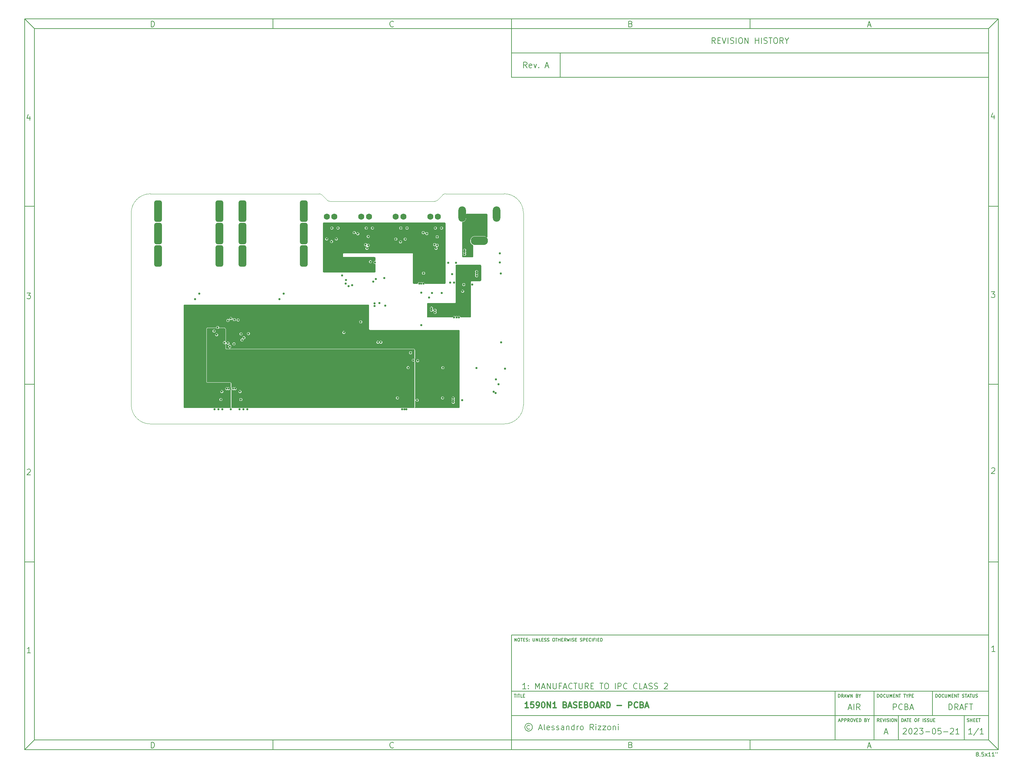
<source format=gbr>
%TF.GenerationSoftware,KiCad,Pcbnew,7.0.7*%
%TF.CreationDate,2023-08-19T17:10:16-04:00*%
%TF.ProjectId,baseboard,62617365-626f-4617-9264-2e6b69636164,A*%
%TF.SameCoordinates,Original*%
%TF.FileFunction,Copper,L5,Inr*%
%TF.FilePolarity,Positive*%
%FSLAX46Y46*%
G04 Gerber Fmt 4.6, Leading zero omitted, Abs format (unit mm)*
G04 Created by KiCad (PCBNEW 7.0.7) date 2023-08-19 17:10:16*
%MOMM*%
%LPD*%
G01*
G04 APERTURE LIST*
G04 Aperture macros list*
%AMRoundRect*
0 Rectangle with rounded corners*
0 $1 Rounding radius*
0 $2 $3 $4 $5 $6 $7 $8 $9 X,Y pos of 4 corners*
0 Add a 4 corners polygon primitive as box body*
4,1,4,$2,$3,$4,$5,$6,$7,$8,$9,$2,$3,0*
0 Add four circle primitives for the rounded corners*
1,1,$1+$1,$2,$3*
1,1,$1+$1,$4,$5*
1,1,$1+$1,$6,$7*
1,1,$1+$1,$8,$9*
0 Add four rect primitives between the rounded corners*
20,1,$1+$1,$2,$3,$4,$5,0*
20,1,$1+$1,$4,$5,$6,$7,0*
20,1,$1+$1,$6,$7,$8,$9,0*
20,1,$1+$1,$8,$9,$2,$3,0*%
G04 Aperture macros list end*
%ADD10C,0.100000*%
%ADD11C,0.150000*%
%ADD12C,0.300000*%
%TA.AperFunction,ComponentPad*%
%ADD13C,1.600000*%
%TD*%
%TA.AperFunction,ComponentPad*%
%ADD14O,4.500000X2.250000*%
%TD*%
%TA.AperFunction,ComponentPad*%
%ADD15O,4.000000X2.000000*%
%TD*%
%TA.AperFunction,ComponentPad*%
%ADD16O,2.000000X4.000000*%
%TD*%
%TA.AperFunction,ComponentPad*%
%ADD17RoundRect,0.500000X-0.500000X-2.300000X0.500000X-2.300000X0.500000X2.300000X-0.500000X2.300000X0*%
%TD*%
%TA.AperFunction,ComponentPad*%
%ADD18C,0.600000*%
%TD*%
%TA.AperFunction,ViaPad*%
%ADD19C,0.550000*%
%TD*%
%TA.AperFunction,Profile*%
%ADD20C,0.050000*%
%TD*%
G04 APERTURE END LIST*
D10*
D11*
X259813572Y-199154128D02*
X258956429Y-199154128D01*
X259385000Y-199154128D02*
X259385000Y-197654128D01*
X259385000Y-197654128D02*
X259242143Y-197868414D01*
X259242143Y-197868414D02*
X259099286Y-198011271D01*
X259099286Y-198011271D02*
X258956429Y-198082700D01*
X261527857Y-197582700D02*
X260242143Y-199511271D01*
X262813572Y-199154128D02*
X261956429Y-199154128D01*
X262385000Y-199154128D02*
X262385000Y-197654128D01*
X262385000Y-197654128D02*
X262242143Y-197868414D01*
X262242143Y-197868414D02*
X262099286Y-198011271D01*
X262099286Y-198011271D02*
X261956429Y-198082700D01*
D10*
D11*
X140409874Y-188759295D02*
X140867017Y-188759295D01*
X140638445Y-189559295D02*
X140638445Y-188759295D01*
X141133684Y-189559295D02*
X141133684Y-188759295D01*
X141400350Y-188759295D02*
X141857493Y-188759295D01*
X141628921Y-189559295D02*
X141628921Y-188759295D01*
X142505112Y-189559295D02*
X142124160Y-189559295D01*
X142124160Y-189559295D02*
X142124160Y-188759295D01*
X142771779Y-189140247D02*
X143038445Y-189140247D01*
X143152731Y-189559295D02*
X142771779Y-189559295D01*
X142771779Y-189559295D02*
X142771779Y-188759295D01*
X142771779Y-188759295D02*
X143152731Y-188759295D01*
D10*
D11*
X235596303Y-195909295D02*
X235329636Y-195528342D01*
X235139160Y-195909295D02*
X235139160Y-195109295D01*
X235139160Y-195109295D02*
X235443922Y-195109295D01*
X235443922Y-195109295D02*
X235520112Y-195147390D01*
X235520112Y-195147390D02*
X235558207Y-195185485D01*
X235558207Y-195185485D02*
X235596303Y-195261676D01*
X235596303Y-195261676D02*
X235596303Y-195375961D01*
X235596303Y-195375961D02*
X235558207Y-195452152D01*
X235558207Y-195452152D02*
X235520112Y-195490247D01*
X235520112Y-195490247D02*
X235443922Y-195528342D01*
X235443922Y-195528342D02*
X235139160Y-195528342D01*
X235939160Y-195490247D02*
X236205826Y-195490247D01*
X236320112Y-195909295D02*
X235939160Y-195909295D01*
X235939160Y-195909295D02*
X235939160Y-195109295D01*
X235939160Y-195109295D02*
X236320112Y-195109295D01*
X236548684Y-195109295D02*
X236815351Y-195909295D01*
X236815351Y-195909295D02*
X237082017Y-195109295D01*
X237348684Y-195909295D02*
X237348684Y-195109295D01*
X237691540Y-195871200D02*
X237805826Y-195909295D01*
X237805826Y-195909295D02*
X237996302Y-195909295D01*
X237996302Y-195909295D02*
X238072493Y-195871200D01*
X238072493Y-195871200D02*
X238110588Y-195833104D01*
X238110588Y-195833104D02*
X238148683Y-195756914D01*
X238148683Y-195756914D02*
X238148683Y-195680723D01*
X238148683Y-195680723D02*
X238110588Y-195604533D01*
X238110588Y-195604533D02*
X238072493Y-195566438D01*
X238072493Y-195566438D02*
X237996302Y-195528342D01*
X237996302Y-195528342D02*
X237843921Y-195490247D01*
X237843921Y-195490247D02*
X237767731Y-195452152D01*
X237767731Y-195452152D02*
X237729636Y-195414057D01*
X237729636Y-195414057D02*
X237691540Y-195337866D01*
X237691540Y-195337866D02*
X237691540Y-195261676D01*
X237691540Y-195261676D02*
X237729636Y-195185485D01*
X237729636Y-195185485D02*
X237767731Y-195147390D01*
X237767731Y-195147390D02*
X237843921Y-195109295D01*
X237843921Y-195109295D02*
X238034398Y-195109295D01*
X238034398Y-195109295D02*
X238148683Y-195147390D01*
X238491541Y-195909295D02*
X238491541Y-195109295D01*
X239024874Y-195109295D02*
X239177255Y-195109295D01*
X239177255Y-195109295D02*
X239253445Y-195147390D01*
X239253445Y-195147390D02*
X239329636Y-195223580D01*
X239329636Y-195223580D02*
X239367731Y-195375961D01*
X239367731Y-195375961D02*
X239367731Y-195642628D01*
X239367731Y-195642628D02*
X239329636Y-195795009D01*
X239329636Y-195795009D02*
X239253445Y-195871200D01*
X239253445Y-195871200D02*
X239177255Y-195909295D01*
X239177255Y-195909295D02*
X239024874Y-195909295D01*
X239024874Y-195909295D02*
X238948683Y-195871200D01*
X238948683Y-195871200D02*
X238872493Y-195795009D01*
X238872493Y-195795009D02*
X238834397Y-195642628D01*
X238834397Y-195642628D02*
X238834397Y-195375961D01*
X238834397Y-195375961D02*
X238872493Y-195223580D01*
X238872493Y-195223580D02*
X238948683Y-195147390D01*
X238948683Y-195147390D02*
X239024874Y-195109295D01*
X239710588Y-195909295D02*
X239710588Y-195109295D01*
X239710588Y-195109295D02*
X240167731Y-195909295D01*
X240167731Y-195909295D02*
X240167731Y-195109295D01*
D10*
D11*
X241489160Y-195909295D02*
X241489160Y-195109295D01*
X241489160Y-195109295D02*
X241679636Y-195109295D01*
X241679636Y-195109295D02*
X241793922Y-195147390D01*
X241793922Y-195147390D02*
X241870112Y-195223580D01*
X241870112Y-195223580D02*
X241908207Y-195299771D01*
X241908207Y-195299771D02*
X241946303Y-195452152D01*
X241946303Y-195452152D02*
X241946303Y-195566438D01*
X241946303Y-195566438D02*
X241908207Y-195718819D01*
X241908207Y-195718819D02*
X241870112Y-195795009D01*
X241870112Y-195795009D02*
X241793922Y-195871200D01*
X241793922Y-195871200D02*
X241679636Y-195909295D01*
X241679636Y-195909295D02*
X241489160Y-195909295D01*
X242251064Y-195680723D02*
X242632017Y-195680723D01*
X242174874Y-195909295D02*
X242441541Y-195109295D01*
X242441541Y-195109295D02*
X242708207Y-195909295D01*
X242860588Y-195109295D02*
X243317731Y-195109295D01*
X243089159Y-195909295D02*
X243089159Y-195109295D01*
X243584398Y-195490247D02*
X243851064Y-195490247D01*
X243965350Y-195909295D02*
X243584398Y-195909295D01*
X243584398Y-195909295D02*
X243584398Y-195109295D01*
X243584398Y-195109295D02*
X243965350Y-195109295D01*
X245070113Y-195109295D02*
X245222494Y-195109295D01*
X245222494Y-195109295D02*
X245298684Y-195147390D01*
X245298684Y-195147390D02*
X245374875Y-195223580D01*
X245374875Y-195223580D02*
X245412970Y-195375961D01*
X245412970Y-195375961D02*
X245412970Y-195642628D01*
X245412970Y-195642628D02*
X245374875Y-195795009D01*
X245374875Y-195795009D02*
X245298684Y-195871200D01*
X245298684Y-195871200D02*
X245222494Y-195909295D01*
X245222494Y-195909295D02*
X245070113Y-195909295D01*
X245070113Y-195909295D02*
X244993922Y-195871200D01*
X244993922Y-195871200D02*
X244917732Y-195795009D01*
X244917732Y-195795009D02*
X244879636Y-195642628D01*
X244879636Y-195642628D02*
X244879636Y-195375961D01*
X244879636Y-195375961D02*
X244917732Y-195223580D01*
X244917732Y-195223580D02*
X244993922Y-195147390D01*
X244993922Y-195147390D02*
X245070113Y-195109295D01*
X246022493Y-195490247D02*
X245755827Y-195490247D01*
X245755827Y-195909295D02*
X245755827Y-195109295D01*
X245755827Y-195109295D02*
X246136779Y-195109295D01*
X247051065Y-195909295D02*
X247051065Y-195109295D01*
X247393921Y-195871200D02*
X247508207Y-195909295D01*
X247508207Y-195909295D02*
X247698683Y-195909295D01*
X247698683Y-195909295D02*
X247774874Y-195871200D01*
X247774874Y-195871200D02*
X247812969Y-195833104D01*
X247812969Y-195833104D02*
X247851064Y-195756914D01*
X247851064Y-195756914D02*
X247851064Y-195680723D01*
X247851064Y-195680723D02*
X247812969Y-195604533D01*
X247812969Y-195604533D02*
X247774874Y-195566438D01*
X247774874Y-195566438D02*
X247698683Y-195528342D01*
X247698683Y-195528342D02*
X247546302Y-195490247D01*
X247546302Y-195490247D02*
X247470112Y-195452152D01*
X247470112Y-195452152D02*
X247432017Y-195414057D01*
X247432017Y-195414057D02*
X247393921Y-195337866D01*
X247393921Y-195337866D02*
X247393921Y-195261676D01*
X247393921Y-195261676D02*
X247432017Y-195185485D01*
X247432017Y-195185485D02*
X247470112Y-195147390D01*
X247470112Y-195147390D02*
X247546302Y-195109295D01*
X247546302Y-195109295D02*
X247736779Y-195109295D01*
X247736779Y-195109295D02*
X247851064Y-195147390D01*
X248155826Y-195871200D02*
X248270112Y-195909295D01*
X248270112Y-195909295D02*
X248460588Y-195909295D01*
X248460588Y-195909295D02*
X248536779Y-195871200D01*
X248536779Y-195871200D02*
X248574874Y-195833104D01*
X248574874Y-195833104D02*
X248612969Y-195756914D01*
X248612969Y-195756914D02*
X248612969Y-195680723D01*
X248612969Y-195680723D02*
X248574874Y-195604533D01*
X248574874Y-195604533D02*
X248536779Y-195566438D01*
X248536779Y-195566438D02*
X248460588Y-195528342D01*
X248460588Y-195528342D02*
X248308207Y-195490247D01*
X248308207Y-195490247D02*
X248232017Y-195452152D01*
X248232017Y-195452152D02*
X248193922Y-195414057D01*
X248193922Y-195414057D02*
X248155826Y-195337866D01*
X248155826Y-195337866D02*
X248155826Y-195261676D01*
X248155826Y-195261676D02*
X248193922Y-195185485D01*
X248193922Y-195185485D02*
X248232017Y-195147390D01*
X248232017Y-195147390D02*
X248308207Y-195109295D01*
X248308207Y-195109295D02*
X248498684Y-195109295D01*
X248498684Y-195109295D02*
X248612969Y-195147390D01*
X248955827Y-195109295D02*
X248955827Y-195756914D01*
X248955827Y-195756914D02*
X248993922Y-195833104D01*
X248993922Y-195833104D02*
X249032017Y-195871200D01*
X249032017Y-195871200D02*
X249108208Y-195909295D01*
X249108208Y-195909295D02*
X249260589Y-195909295D01*
X249260589Y-195909295D02*
X249336779Y-195871200D01*
X249336779Y-195871200D02*
X249374874Y-195833104D01*
X249374874Y-195833104D02*
X249412970Y-195756914D01*
X249412970Y-195756914D02*
X249412970Y-195109295D01*
X249793922Y-195490247D02*
X250060588Y-195490247D01*
X250174874Y-195909295D02*
X249793922Y-195909295D01*
X249793922Y-195909295D02*
X249793922Y-195109295D01*
X249793922Y-195109295D02*
X250174874Y-195109295D01*
D10*
D11*
X258596064Y-195871200D02*
X258710350Y-195909295D01*
X258710350Y-195909295D02*
X258900826Y-195909295D01*
X258900826Y-195909295D02*
X258977017Y-195871200D01*
X258977017Y-195871200D02*
X259015112Y-195833104D01*
X259015112Y-195833104D02*
X259053207Y-195756914D01*
X259053207Y-195756914D02*
X259053207Y-195680723D01*
X259053207Y-195680723D02*
X259015112Y-195604533D01*
X259015112Y-195604533D02*
X258977017Y-195566438D01*
X258977017Y-195566438D02*
X258900826Y-195528342D01*
X258900826Y-195528342D02*
X258748445Y-195490247D01*
X258748445Y-195490247D02*
X258672255Y-195452152D01*
X258672255Y-195452152D02*
X258634160Y-195414057D01*
X258634160Y-195414057D02*
X258596064Y-195337866D01*
X258596064Y-195337866D02*
X258596064Y-195261676D01*
X258596064Y-195261676D02*
X258634160Y-195185485D01*
X258634160Y-195185485D02*
X258672255Y-195147390D01*
X258672255Y-195147390D02*
X258748445Y-195109295D01*
X258748445Y-195109295D02*
X258938922Y-195109295D01*
X258938922Y-195109295D02*
X259053207Y-195147390D01*
X259396065Y-195909295D02*
X259396065Y-195109295D01*
X259396065Y-195490247D02*
X259853208Y-195490247D01*
X259853208Y-195909295D02*
X259853208Y-195109295D01*
X260234160Y-195490247D02*
X260500826Y-195490247D01*
X260615112Y-195909295D02*
X260234160Y-195909295D01*
X260234160Y-195909295D02*
X260234160Y-195109295D01*
X260234160Y-195109295D02*
X260615112Y-195109295D01*
X260957970Y-195490247D02*
X261224636Y-195490247D01*
X261338922Y-195909295D02*
X260957970Y-195909295D01*
X260957970Y-195909295D02*
X260957970Y-195109295D01*
X260957970Y-195109295D02*
X261338922Y-195109295D01*
X261567494Y-195109295D02*
X262024637Y-195109295D01*
X261796065Y-195909295D02*
X261796065Y-195109295D01*
D10*
D11*
X239299285Y-192804128D02*
X239299285Y-191304128D01*
X239299285Y-191304128D02*
X239870714Y-191304128D01*
X239870714Y-191304128D02*
X240013571Y-191375557D01*
X240013571Y-191375557D02*
X240085000Y-191446985D01*
X240085000Y-191446985D02*
X240156428Y-191589842D01*
X240156428Y-191589842D02*
X240156428Y-191804128D01*
X240156428Y-191804128D02*
X240085000Y-191946985D01*
X240085000Y-191946985D02*
X240013571Y-192018414D01*
X240013571Y-192018414D02*
X239870714Y-192089842D01*
X239870714Y-192089842D02*
X239299285Y-192089842D01*
X241656428Y-192661271D02*
X241585000Y-192732700D01*
X241585000Y-192732700D02*
X241370714Y-192804128D01*
X241370714Y-192804128D02*
X241227857Y-192804128D01*
X241227857Y-192804128D02*
X241013571Y-192732700D01*
X241013571Y-192732700D02*
X240870714Y-192589842D01*
X240870714Y-192589842D02*
X240799285Y-192446985D01*
X240799285Y-192446985D02*
X240727857Y-192161271D01*
X240727857Y-192161271D02*
X240727857Y-191946985D01*
X240727857Y-191946985D02*
X240799285Y-191661271D01*
X240799285Y-191661271D02*
X240870714Y-191518414D01*
X240870714Y-191518414D02*
X241013571Y-191375557D01*
X241013571Y-191375557D02*
X241227857Y-191304128D01*
X241227857Y-191304128D02*
X241370714Y-191304128D01*
X241370714Y-191304128D02*
X241585000Y-191375557D01*
X241585000Y-191375557D02*
X241656428Y-191446985D01*
X242799285Y-192018414D02*
X243013571Y-192089842D01*
X243013571Y-192089842D02*
X243085000Y-192161271D01*
X243085000Y-192161271D02*
X243156428Y-192304128D01*
X243156428Y-192304128D02*
X243156428Y-192518414D01*
X243156428Y-192518414D02*
X243085000Y-192661271D01*
X243085000Y-192661271D02*
X243013571Y-192732700D01*
X243013571Y-192732700D02*
X242870714Y-192804128D01*
X242870714Y-192804128D02*
X242299285Y-192804128D01*
X242299285Y-192804128D02*
X242299285Y-191304128D01*
X242299285Y-191304128D02*
X242799285Y-191304128D01*
X242799285Y-191304128D02*
X242942143Y-191375557D01*
X242942143Y-191375557D02*
X243013571Y-191446985D01*
X243013571Y-191446985D02*
X243085000Y-191589842D01*
X243085000Y-191589842D02*
X243085000Y-191732700D01*
X243085000Y-191732700D02*
X243013571Y-191875557D01*
X243013571Y-191875557D02*
X242942143Y-191946985D01*
X242942143Y-191946985D02*
X242799285Y-192018414D01*
X242799285Y-192018414D02*
X242299285Y-192018414D01*
X243727857Y-192375557D02*
X244442143Y-192375557D01*
X243585000Y-192804128D02*
X244085000Y-191304128D01*
X244085000Y-191304128D02*
X244585000Y-192804128D01*
D10*
D11*
X225068064Y-195680723D02*
X225449017Y-195680723D01*
X224991874Y-195909295D02*
X225258541Y-195109295D01*
X225258541Y-195109295D02*
X225525207Y-195909295D01*
X225791874Y-195909295D02*
X225791874Y-195109295D01*
X225791874Y-195109295D02*
X226096636Y-195109295D01*
X226096636Y-195109295D02*
X226172826Y-195147390D01*
X226172826Y-195147390D02*
X226210921Y-195185485D01*
X226210921Y-195185485D02*
X226249017Y-195261676D01*
X226249017Y-195261676D02*
X226249017Y-195375961D01*
X226249017Y-195375961D02*
X226210921Y-195452152D01*
X226210921Y-195452152D02*
X226172826Y-195490247D01*
X226172826Y-195490247D02*
X226096636Y-195528342D01*
X226096636Y-195528342D02*
X225791874Y-195528342D01*
X226591874Y-195909295D02*
X226591874Y-195109295D01*
X226591874Y-195109295D02*
X226896636Y-195109295D01*
X226896636Y-195109295D02*
X226972826Y-195147390D01*
X226972826Y-195147390D02*
X227010921Y-195185485D01*
X227010921Y-195185485D02*
X227049017Y-195261676D01*
X227049017Y-195261676D02*
X227049017Y-195375961D01*
X227049017Y-195375961D02*
X227010921Y-195452152D01*
X227010921Y-195452152D02*
X226972826Y-195490247D01*
X226972826Y-195490247D02*
X226896636Y-195528342D01*
X226896636Y-195528342D02*
X226591874Y-195528342D01*
X227849017Y-195909295D02*
X227582350Y-195528342D01*
X227391874Y-195909295D02*
X227391874Y-195109295D01*
X227391874Y-195109295D02*
X227696636Y-195109295D01*
X227696636Y-195109295D02*
X227772826Y-195147390D01*
X227772826Y-195147390D02*
X227810921Y-195185485D01*
X227810921Y-195185485D02*
X227849017Y-195261676D01*
X227849017Y-195261676D02*
X227849017Y-195375961D01*
X227849017Y-195375961D02*
X227810921Y-195452152D01*
X227810921Y-195452152D02*
X227772826Y-195490247D01*
X227772826Y-195490247D02*
X227696636Y-195528342D01*
X227696636Y-195528342D02*
X227391874Y-195528342D01*
X228344255Y-195109295D02*
X228496636Y-195109295D01*
X228496636Y-195109295D02*
X228572826Y-195147390D01*
X228572826Y-195147390D02*
X228649017Y-195223580D01*
X228649017Y-195223580D02*
X228687112Y-195375961D01*
X228687112Y-195375961D02*
X228687112Y-195642628D01*
X228687112Y-195642628D02*
X228649017Y-195795009D01*
X228649017Y-195795009D02*
X228572826Y-195871200D01*
X228572826Y-195871200D02*
X228496636Y-195909295D01*
X228496636Y-195909295D02*
X228344255Y-195909295D01*
X228344255Y-195909295D02*
X228268064Y-195871200D01*
X228268064Y-195871200D02*
X228191874Y-195795009D01*
X228191874Y-195795009D02*
X228153778Y-195642628D01*
X228153778Y-195642628D02*
X228153778Y-195375961D01*
X228153778Y-195375961D02*
X228191874Y-195223580D01*
X228191874Y-195223580D02*
X228268064Y-195147390D01*
X228268064Y-195147390D02*
X228344255Y-195109295D01*
X228915683Y-195109295D02*
X229182350Y-195909295D01*
X229182350Y-195909295D02*
X229449016Y-195109295D01*
X229715683Y-195490247D02*
X229982349Y-195490247D01*
X230096635Y-195909295D02*
X229715683Y-195909295D01*
X229715683Y-195909295D02*
X229715683Y-195109295D01*
X229715683Y-195109295D02*
X230096635Y-195109295D01*
X230439493Y-195909295D02*
X230439493Y-195109295D01*
X230439493Y-195109295D02*
X230629969Y-195109295D01*
X230629969Y-195109295D02*
X230744255Y-195147390D01*
X230744255Y-195147390D02*
X230820445Y-195223580D01*
X230820445Y-195223580D02*
X230858540Y-195299771D01*
X230858540Y-195299771D02*
X230896636Y-195452152D01*
X230896636Y-195452152D02*
X230896636Y-195566438D01*
X230896636Y-195566438D02*
X230858540Y-195718819D01*
X230858540Y-195718819D02*
X230820445Y-195795009D01*
X230820445Y-195795009D02*
X230744255Y-195871200D01*
X230744255Y-195871200D02*
X230629969Y-195909295D01*
X230629969Y-195909295D02*
X230439493Y-195909295D01*
X232115683Y-195490247D02*
X232229969Y-195528342D01*
X232229969Y-195528342D02*
X232268064Y-195566438D01*
X232268064Y-195566438D02*
X232306160Y-195642628D01*
X232306160Y-195642628D02*
X232306160Y-195756914D01*
X232306160Y-195756914D02*
X232268064Y-195833104D01*
X232268064Y-195833104D02*
X232229969Y-195871200D01*
X232229969Y-195871200D02*
X232153779Y-195909295D01*
X232153779Y-195909295D02*
X231849017Y-195909295D01*
X231849017Y-195909295D02*
X231849017Y-195109295D01*
X231849017Y-195109295D02*
X232115683Y-195109295D01*
X232115683Y-195109295D02*
X232191874Y-195147390D01*
X232191874Y-195147390D02*
X232229969Y-195185485D01*
X232229969Y-195185485D02*
X232268064Y-195261676D01*
X232268064Y-195261676D02*
X232268064Y-195337866D01*
X232268064Y-195337866D02*
X232229969Y-195414057D01*
X232229969Y-195414057D02*
X232191874Y-195452152D01*
X232191874Y-195452152D02*
X232115683Y-195490247D01*
X232115683Y-195490247D02*
X231849017Y-195490247D01*
X232801398Y-195528342D02*
X232801398Y-195909295D01*
X232534731Y-195109295D02*
X232801398Y-195528342D01*
X232801398Y-195528342D02*
X233068064Y-195109295D01*
D10*
D11*
X144445112Y-196918271D02*
X144302255Y-196846842D01*
X144302255Y-196846842D02*
X144016541Y-196846842D01*
X144016541Y-196846842D02*
X143873684Y-196918271D01*
X143873684Y-196918271D02*
X143730826Y-197061128D01*
X143730826Y-197061128D02*
X143659398Y-197203985D01*
X143659398Y-197203985D02*
X143659398Y-197489700D01*
X143659398Y-197489700D02*
X143730826Y-197632557D01*
X143730826Y-197632557D02*
X143873684Y-197775414D01*
X143873684Y-197775414D02*
X144016541Y-197846842D01*
X144016541Y-197846842D02*
X144302255Y-197846842D01*
X144302255Y-197846842D02*
X144445112Y-197775414D01*
X144159398Y-196346842D02*
X143802255Y-196418271D01*
X143802255Y-196418271D02*
X143445112Y-196632557D01*
X143445112Y-196632557D02*
X143230826Y-196989700D01*
X143230826Y-196989700D02*
X143159398Y-197346842D01*
X143159398Y-197346842D02*
X143230826Y-197703985D01*
X143230826Y-197703985D02*
X143445112Y-198061128D01*
X143445112Y-198061128D02*
X143802255Y-198275414D01*
X143802255Y-198275414D02*
X144159398Y-198346842D01*
X144159398Y-198346842D02*
X144516541Y-198275414D01*
X144516541Y-198275414D02*
X144873684Y-198061128D01*
X144873684Y-198061128D02*
X145087969Y-197703985D01*
X145087969Y-197703985D02*
X145159398Y-197346842D01*
X145159398Y-197346842D02*
X145087969Y-196989700D01*
X145087969Y-196989700D02*
X144873684Y-196632557D01*
X144873684Y-196632557D02*
X144516541Y-196418271D01*
X144516541Y-196418271D02*
X144159398Y-196346842D01*
X146873684Y-197632557D02*
X147587970Y-197632557D01*
X146730827Y-198061128D02*
X147230827Y-196561128D01*
X147230827Y-196561128D02*
X147730827Y-198061128D01*
X148445112Y-198061128D02*
X148302255Y-197989700D01*
X148302255Y-197989700D02*
X148230826Y-197846842D01*
X148230826Y-197846842D02*
X148230826Y-196561128D01*
X149587969Y-197989700D02*
X149445112Y-198061128D01*
X149445112Y-198061128D02*
X149159398Y-198061128D01*
X149159398Y-198061128D02*
X149016540Y-197989700D01*
X149016540Y-197989700D02*
X148945112Y-197846842D01*
X148945112Y-197846842D02*
X148945112Y-197275414D01*
X148945112Y-197275414D02*
X149016540Y-197132557D01*
X149016540Y-197132557D02*
X149159398Y-197061128D01*
X149159398Y-197061128D02*
X149445112Y-197061128D01*
X149445112Y-197061128D02*
X149587969Y-197132557D01*
X149587969Y-197132557D02*
X149659398Y-197275414D01*
X149659398Y-197275414D02*
X149659398Y-197418271D01*
X149659398Y-197418271D02*
X148945112Y-197561128D01*
X150230826Y-197989700D02*
X150373683Y-198061128D01*
X150373683Y-198061128D02*
X150659397Y-198061128D01*
X150659397Y-198061128D02*
X150802254Y-197989700D01*
X150802254Y-197989700D02*
X150873683Y-197846842D01*
X150873683Y-197846842D02*
X150873683Y-197775414D01*
X150873683Y-197775414D02*
X150802254Y-197632557D01*
X150802254Y-197632557D02*
X150659397Y-197561128D01*
X150659397Y-197561128D02*
X150445112Y-197561128D01*
X150445112Y-197561128D02*
X150302254Y-197489700D01*
X150302254Y-197489700D02*
X150230826Y-197346842D01*
X150230826Y-197346842D02*
X150230826Y-197275414D01*
X150230826Y-197275414D02*
X150302254Y-197132557D01*
X150302254Y-197132557D02*
X150445112Y-197061128D01*
X150445112Y-197061128D02*
X150659397Y-197061128D01*
X150659397Y-197061128D02*
X150802254Y-197132557D01*
X151445112Y-197989700D02*
X151587969Y-198061128D01*
X151587969Y-198061128D02*
X151873683Y-198061128D01*
X151873683Y-198061128D02*
X152016540Y-197989700D01*
X152016540Y-197989700D02*
X152087969Y-197846842D01*
X152087969Y-197846842D02*
X152087969Y-197775414D01*
X152087969Y-197775414D02*
X152016540Y-197632557D01*
X152016540Y-197632557D02*
X151873683Y-197561128D01*
X151873683Y-197561128D02*
X151659398Y-197561128D01*
X151659398Y-197561128D02*
X151516540Y-197489700D01*
X151516540Y-197489700D02*
X151445112Y-197346842D01*
X151445112Y-197346842D02*
X151445112Y-197275414D01*
X151445112Y-197275414D02*
X151516540Y-197132557D01*
X151516540Y-197132557D02*
X151659398Y-197061128D01*
X151659398Y-197061128D02*
X151873683Y-197061128D01*
X151873683Y-197061128D02*
X152016540Y-197132557D01*
X153373684Y-198061128D02*
X153373684Y-197275414D01*
X153373684Y-197275414D02*
X153302255Y-197132557D01*
X153302255Y-197132557D02*
X153159398Y-197061128D01*
X153159398Y-197061128D02*
X152873684Y-197061128D01*
X152873684Y-197061128D02*
X152730826Y-197132557D01*
X153373684Y-197989700D02*
X153230826Y-198061128D01*
X153230826Y-198061128D02*
X152873684Y-198061128D01*
X152873684Y-198061128D02*
X152730826Y-197989700D01*
X152730826Y-197989700D02*
X152659398Y-197846842D01*
X152659398Y-197846842D02*
X152659398Y-197703985D01*
X152659398Y-197703985D02*
X152730826Y-197561128D01*
X152730826Y-197561128D02*
X152873684Y-197489700D01*
X152873684Y-197489700D02*
X153230826Y-197489700D01*
X153230826Y-197489700D02*
X153373684Y-197418271D01*
X154087969Y-197061128D02*
X154087969Y-198061128D01*
X154087969Y-197203985D02*
X154159398Y-197132557D01*
X154159398Y-197132557D02*
X154302255Y-197061128D01*
X154302255Y-197061128D02*
X154516541Y-197061128D01*
X154516541Y-197061128D02*
X154659398Y-197132557D01*
X154659398Y-197132557D02*
X154730827Y-197275414D01*
X154730827Y-197275414D02*
X154730827Y-198061128D01*
X156087970Y-198061128D02*
X156087970Y-196561128D01*
X156087970Y-197989700D02*
X155945112Y-198061128D01*
X155945112Y-198061128D02*
X155659398Y-198061128D01*
X155659398Y-198061128D02*
X155516541Y-197989700D01*
X155516541Y-197989700D02*
X155445112Y-197918271D01*
X155445112Y-197918271D02*
X155373684Y-197775414D01*
X155373684Y-197775414D02*
X155373684Y-197346842D01*
X155373684Y-197346842D02*
X155445112Y-197203985D01*
X155445112Y-197203985D02*
X155516541Y-197132557D01*
X155516541Y-197132557D02*
X155659398Y-197061128D01*
X155659398Y-197061128D02*
X155945112Y-197061128D01*
X155945112Y-197061128D02*
X156087970Y-197132557D01*
X156802255Y-198061128D02*
X156802255Y-197061128D01*
X156802255Y-197346842D02*
X156873684Y-197203985D01*
X156873684Y-197203985D02*
X156945113Y-197132557D01*
X156945113Y-197132557D02*
X157087970Y-197061128D01*
X157087970Y-197061128D02*
X157230827Y-197061128D01*
X157945112Y-198061128D02*
X157802255Y-197989700D01*
X157802255Y-197989700D02*
X157730826Y-197918271D01*
X157730826Y-197918271D02*
X157659398Y-197775414D01*
X157659398Y-197775414D02*
X157659398Y-197346842D01*
X157659398Y-197346842D02*
X157730826Y-197203985D01*
X157730826Y-197203985D02*
X157802255Y-197132557D01*
X157802255Y-197132557D02*
X157945112Y-197061128D01*
X157945112Y-197061128D02*
X158159398Y-197061128D01*
X158159398Y-197061128D02*
X158302255Y-197132557D01*
X158302255Y-197132557D02*
X158373684Y-197203985D01*
X158373684Y-197203985D02*
X158445112Y-197346842D01*
X158445112Y-197346842D02*
X158445112Y-197775414D01*
X158445112Y-197775414D02*
X158373684Y-197918271D01*
X158373684Y-197918271D02*
X158302255Y-197989700D01*
X158302255Y-197989700D02*
X158159398Y-198061128D01*
X158159398Y-198061128D02*
X157945112Y-198061128D01*
X161087969Y-198061128D02*
X160587969Y-197346842D01*
X160230826Y-198061128D02*
X160230826Y-196561128D01*
X160230826Y-196561128D02*
X160802255Y-196561128D01*
X160802255Y-196561128D02*
X160945112Y-196632557D01*
X160945112Y-196632557D02*
X161016541Y-196703985D01*
X161016541Y-196703985D02*
X161087969Y-196846842D01*
X161087969Y-196846842D02*
X161087969Y-197061128D01*
X161087969Y-197061128D02*
X161016541Y-197203985D01*
X161016541Y-197203985D02*
X160945112Y-197275414D01*
X160945112Y-197275414D02*
X160802255Y-197346842D01*
X160802255Y-197346842D02*
X160230826Y-197346842D01*
X161730826Y-198061128D02*
X161730826Y-197061128D01*
X161730826Y-196561128D02*
X161659398Y-196632557D01*
X161659398Y-196632557D02*
X161730826Y-196703985D01*
X161730826Y-196703985D02*
X161802255Y-196632557D01*
X161802255Y-196632557D02*
X161730826Y-196561128D01*
X161730826Y-196561128D02*
X161730826Y-196703985D01*
X162302255Y-197061128D02*
X163087970Y-197061128D01*
X163087970Y-197061128D02*
X162302255Y-198061128D01*
X162302255Y-198061128D02*
X163087970Y-198061128D01*
X163516541Y-197061128D02*
X164302256Y-197061128D01*
X164302256Y-197061128D02*
X163516541Y-198061128D01*
X163516541Y-198061128D02*
X164302256Y-198061128D01*
X165087970Y-198061128D02*
X164945113Y-197989700D01*
X164945113Y-197989700D02*
X164873684Y-197918271D01*
X164873684Y-197918271D02*
X164802256Y-197775414D01*
X164802256Y-197775414D02*
X164802256Y-197346842D01*
X164802256Y-197346842D02*
X164873684Y-197203985D01*
X164873684Y-197203985D02*
X164945113Y-197132557D01*
X164945113Y-197132557D02*
X165087970Y-197061128D01*
X165087970Y-197061128D02*
X165302256Y-197061128D01*
X165302256Y-197061128D02*
X165445113Y-197132557D01*
X165445113Y-197132557D02*
X165516542Y-197203985D01*
X165516542Y-197203985D02*
X165587970Y-197346842D01*
X165587970Y-197346842D02*
X165587970Y-197775414D01*
X165587970Y-197775414D02*
X165516542Y-197918271D01*
X165516542Y-197918271D02*
X165445113Y-197989700D01*
X165445113Y-197989700D02*
X165302256Y-198061128D01*
X165302256Y-198061128D02*
X165087970Y-198061128D01*
X166230827Y-197061128D02*
X166230827Y-198061128D01*
X166230827Y-197203985D02*
X166302256Y-197132557D01*
X166302256Y-197132557D02*
X166445113Y-197061128D01*
X166445113Y-197061128D02*
X166659399Y-197061128D01*
X166659399Y-197061128D02*
X166802256Y-197132557D01*
X166802256Y-197132557D02*
X166873685Y-197275414D01*
X166873685Y-197275414D02*
X166873685Y-198061128D01*
X167587970Y-198061128D02*
X167587970Y-197061128D01*
X167587970Y-196561128D02*
X167516542Y-196632557D01*
X167516542Y-196632557D02*
X167587970Y-196703985D01*
X167587970Y-196703985D02*
X167659399Y-196632557D01*
X167659399Y-196632557D02*
X167587970Y-196561128D01*
X167587970Y-196561128D02*
X167587970Y-196703985D01*
D10*
D11*
X227670714Y-192375557D02*
X228385000Y-192375557D01*
X227527857Y-192804128D02*
X228027857Y-191304128D01*
X228027857Y-191304128D02*
X228527857Y-192804128D01*
X229027856Y-192804128D02*
X229027856Y-191304128D01*
X230599285Y-192804128D02*
X230099285Y-192089842D01*
X229742142Y-192804128D02*
X229742142Y-191304128D01*
X229742142Y-191304128D02*
X230313571Y-191304128D01*
X230313571Y-191304128D02*
X230456428Y-191375557D01*
X230456428Y-191375557D02*
X230527857Y-191446985D01*
X230527857Y-191446985D02*
X230599285Y-191589842D01*
X230599285Y-191589842D02*
X230599285Y-191804128D01*
X230599285Y-191804128D02*
X230527857Y-191946985D01*
X230527857Y-191946985D02*
X230456428Y-192018414D01*
X230456428Y-192018414D02*
X230313571Y-192089842D01*
X230313571Y-192089842D02*
X229742142Y-192089842D01*
D10*
D11*
D10*
D11*
X250379160Y-189559295D02*
X250379160Y-188759295D01*
X250379160Y-188759295D02*
X250569636Y-188759295D01*
X250569636Y-188759295D02*
X250683922Y-188797390D01*
X250683922Y-188797390D02*
X250760112Y-188873580D01*
X250760112Y-188873580D02*
X250798207Y-188949771D01*
X250798207Y-188949771D02*
X250836303Y-189102152D01*
X250836303Y-189102152D02*
X250836303Y-189216438D01*
X250836303Y-189216438D02*
X250798207Y-189368819D01*
X250798207Y-189368819D02*
X250760112Y-189445009D01*
X250760112Y-189445009D02*
X250683922Y-189521200D01*
X250683922Y-189521200D02*
X250569636Y-189559295D01*
X250569636Y-189559295D02*
X250379160Y-189559295D01*
X251331541Y-188759295D02*
X251483922Y-188759295D01*
X251483922Y-188759295D02*
X251560112Y-188797390D01*
X251560112Y-188797390D02*
X251636303Y-188873580D01*
X251636303Y-188873580D02*
X251674398Y-189025961D01*
X251674398Y-189025961D02*
X251674398Y-189292628D01*
X251674398Y-189292628D02*
X251636303Y-189445009D01*
X251636303Y-189445009D02*
X251560112Y-189521200D01*
X251560112Y-189521200D02*
X251483922Y-189559295D01*
X251483922Y-189559295D02*
X251331541Y-189559295D01*
X251331541Y-189559295D02*
X251255350Y-189521200D01*
X251255350Y-189521200D02*
X251179160Y-189445009D01*
X251179160Y-189445009D02*
X251141064Y-189292628D01*
X251141064Y-189292628D02*
X251141064Y-189025961D01*
X251141064Y-189025961D02*
X251179160Y-188873580D01*
X251179160Y-188873580D02*
X251255350Y-188797390D01*
X251255350Y-188797390D02*
X251331541Y-188759295D01*
X252474398Y-189483104D02*
X252436302Y-189521200D01*
X252436302Y-189521200D02*
X252322017Y-189559295D01*
X252322017Y-189559295D02*
X252245826Y-189559295D01*
X252245826Y-189559295D02*
X252131540Y-189521200D01*
X252131540Y-189521200D02*
X252055350Y-189445009D01*
X252055350Y-189445009D02*
X252017255Y-189368819D01*
X252017255Y-189368819D02*
X251979159Y-189216438D01*
X251979159Y-189216438D02*
X251979159Y-189102152D01*
X251979159Y-189102152D02*
X252017255Y-188949771D01*
X252017255Y-188949771D02*
X252055350Y-188873580D01*
X252055350Y-188873580D02*
X252131540Y-188797390D01*
X252131540Y-188797390D02*
X252245826Y-188759295D01*
X252245826Y-188759295D02*
X252322017Y-188759295D01*
X252322017Y-188759295D02*
X252436302Y-188797390D01*
X252436302Y-188797390D02*
X252474398Y-188835485D01*
X252817255Y-188759295D02*
X252817255Y-189406914D01*
X252817255Y-189406914D02*
X252855350Y-189483104D01*
X252855350Y-189483104D02*
X252893445Y-189521200D01*
X252893445Y-189521200D02*
X252969636Y-189559295D01*
X252969636Y-189559295D02*
X253122017Y-189559295D01*
X253122017Y-189559295D02*
X253198207Y-189521200D01*
X253198207Y-189521200D02*
X253236302Y-189483104D01*
X253236302Y-189483104D02*
X253274398Y-189406914D01*
X253274398Y-189406914D02*
X253274398Y-188759295D01*
X253655350Y-189559295D02*
X253655350Y-188759295D01*
X253655350Y-188759295D02*
X253922016Y-189330723D01*
X253922016Y-189330723D02*
X254188683Y-188759295D01*
X254188683Y-188759295D02*
X254188683Y-189559295D01*
X254569636Y-189140247D02*
X254836302Y-189140247D01*
X254950588Y-189559295D02*
X254569636Y-189559295D01*
X254569636Y-189559295D02*
X254569636Y-188759295D01*
X254569636Y-188759295D02*
X254950588Y-188759295D01*
X255293446Y-189559295D02*
X255293446Y-188759295D01*
X255293446Y-188759295D02*
X255750589Y-189559295D01*
X255750589Y-189559295D02*
X255750589Y-188759295D01*
X256017255Y-188759295D02*
X256474398Y-188759295D01*
X256245826Y-189559295D02*
X256245826Y-188759295D01*
X257312493Y-189521200D02*
X257426779Y-189559295D01*
X257426779Y-189559295D02*
X257617255Y-189559295D01*
X257617255Y-189559295D02*
X257693446Y-189521200D01*
X257693446Y-189521200D02*
X257731541Y-189483104D01*
X257731541Y-189483104D02*
X257769636Y-189406914D01*
X257769636Y-189406914D02*
X257769636Y-189330723D01*
X257769636Y-189330723D02*
X257731541Y-189254533D01*
X257731541Y-189254533D02*
X257693446Y-189216438D01*
X257693446Y-189216438D02*
X257617255Y-189178342D01*
X257617255Y-189178342D02*
X257464874Y-189140247D01*
X257464874Y-189140247D02*
X257388684Y-189102152D01*
X257388684Y-189102152D02*
X257350589Y-189064057D01*
X257350589Y-189064057D02*
X257312493Y-188987866D01*
X257312493Y-188987866D02*
X257312493Y-188911676D01*
X257312493Y-188911676D02*
X257350589Y-188835485D01*
X257350589Y-188835485D02*
X257388684Y-188797390D01*
X257388684Y-188797390D02*
X257464874Y-188759295D01*
X257464874Y-188759295D02*
X257655351Y-188759295D01*
X257655351Y-188759295D02*
X257769636Y-188797390D01*
X257998208Y-188759295D02*
X258455351Y-188759295D01*
X258226779Y-189559295D02*
X258226779Y-188759295D01*
X258683922Y-189330723D02*
X259064875Y-189330723D01*
X258607732Y-189559295D02*
X258874399Y-188759295D01*
X258874399Y-188759295D02*
X259141065Y-189559295D01*
X259293446Y-188759295D02*
X259750589Y-188759295D01*
X259522017Y-189559295D02*
X259522017Y-188759295D01*
X260017256Y-188759295D02*
X260017256Y-189406914D01*
X260017256Y-189406914D02*
X260055351Y-189483104D01*
X260055351Y-189483104D02*
X260093446Y-189521200D01*
X260093446Y-189521200D02*
X260169637Y-189559295D01*
X260169637Y-189559295D02*
X260322018Y-189559295D01*
X260322018Y-189559295D02*
X260398208Y-189521200D01*
X260398208Y-189521200D02*
X260436303Y-189483104D01*
X260436303Y-189483104D02*
X260474399Y-189406914D01*
X260474399Y-189406914D02*
X260474399Y-188759295D01*
X260817255Y-189521200D02*
X260931541Y-189559295D01*
X260931541Y-189559295D02*
X261122017Y-189559295D01*
X261122017Y-189559295D02*
X261198208Y-189521200D01*
X261198208Y-189521200D02*
X261236303Y-189483104D01*
X261236303Y-189483104D02*
X261274398Y-189406914D01*
X261274398Y-189406914D02*
X261274398Y-189330723D01*
X261274398Y-189330723D02*
X261236303Y-189254533D01*
X261236303Y-189254533D02*
X261198208Y-189216438D01*
X261198208Y-189216438D02*
X261122017Y-189178342D01*
X261122017Y-189178342D02*
X260969636Y-189140247D01*
X260969636Y-189140247D02*
X260893446Y-189102152D01*
X260893446Y-189102152D02*
X260855351Y-189064057D01*
X260855351Y-189064057D02*
X260817255Y-188987866D01*
X260817255Y-188987866D02*
X260817255Y-188911676D01*
X260817255Y-188911676D02*
X260855351Y-188835485D01*
X260855351Y-188835485D02*
X260893446Y-188797390D01*
X260893446Y-188797390D02*
X260969636Y-188759295D01*
X260969636Y-188759295D02*
X261160113Y-188759295D01*
X261160113Y-188759295D02*
X261274398Y-188797390D01*
D10*
D11*
X224979160Y-189559295D02*
X224979160Y-188759295D01*
X224979160Y-188759295D02*
X225169636Y-188759295D01*
X225169636Y-188759295D02*
X225283922Y-188797390D01*
X225283922Y-188797390D02*
X225360112Y-188873580D01*
X225360112Y-188873580D02*
X225398207Y-188949771D01*
X225398207Y-188949771D02*
X225436303Y-189102152D01*
X225436303Y-189102152D02*
X225436303Y-189216438D01*
X225436303Y-189216438D02*
X225398207Y-189368819D01*
X225398207Y-189368819D02*
X225360112Y-189445009D01*
X225360112Y-189445009D02*
X225283922Y-189521200D01*
X225283922Y-189521200D02*
X225169636Y-189559295D01*
X225169636Y-189559295D02*
X224979160Y-189559295D01*
X226236303Y-189559295D02*
X225969636Y-189178342D01*
X225779160Y-189559295D02*
X225779160Y-188759295D01*
X225779160Y-188759295D02*
X226083922Y-188759295D01*
X226083922Y-188759295D02*
X226160112Y-188797390D01*
X226160112Y-188797390D02*
X226198207Y-188835485D01*
X226198207Y-188835485D02*
X226236303Y-188911676D01*
X226236303Y-188911676D02*
X226236303Y-189025961D01*
X226236303Y-189025961D02*
X226198207Y-189102152D01*
X226198207Y-189102152D02*
X226160112Y-189140247D01*
X226160112Y-189140247D02*
X226083922Y-189178342D01*
X226083922Y-189178342D02*
X225779160Y-189178342D01*
X226541064Y-189330723D02*
X226922017Y-189330723D01*
X226464874Y-189559295D02*
X226731541Y-188759295D01*
X226731541Y-188759295D02*
X226998207Y-189559295D01*
X227188683Y-188759295D02*
X227379159Y-189559295D01*
X227379159Y-189559295D02*
X227531540Y-188987866D01*
X227531540Y-188987866D02*
X227683921Y-189559295D01*
X227683921Y-189559295D02*
X227874398Y-188759295D01*
X228179160Y-189559295D02*
X228179160Y-188759295D01*
X228179160Y-188759295D02*
X228636303Y-189559295D01*
X228636303Y-189559295D02*
X228636303Y-188759295D01*
X229893445Y-189140247D02*
X230007731Y-189178342D01*
X230007731Y-189178342D02*
X230045826Y-189216438D01*
X230045826Y-189216438D02*
X230083922Y-189292628D01*
X230083922Y-189292628D02*
X230083922Y-189406914D01*
X230083922Y-189406914D02*
X230045826Y-189483104D01*
X230045826Y-189483104D02*
X230007731Y-189521200D01*
X230007731Y-189521200D02*
X229931541Y-189559295D01*
X229931541Y-189559295D02*
X229626779Y-189559295D01*
X229626779Y-189559295D02*
X229626779Y-188759295D01*
X229626779Y-188759295D02*
X229893445Y-188759295D01*
X229893445Y-188759295D02*
X229969636Y-188797390D01*
X229969636Y-188797390D02*
X230007731Y-188835485D01*
X230007731Y-188835485D02*
X230045826Y-188911676D01*
X230045826Y-188911676D02*
X230045826Y-188987866D01*
X230045826Y-188987866D02*
X230007731Y-189064057D01*
X230007731Y-189064057D02*
X229969636Y-189102152D01*
X229969636Y-189102152D02*
X229893445Y-189140247D01*
X229893445Y-189140247D02*
X229626779Y-189140247D01*
X230579160Y-189178342D02*
X230579160Y-189559295D01*
X230312493Y-188759295D02*
X230579160Y-189178342D01*
X230579160Y-189178342D02*
X230845826Y-188759295D01*
D10*
D11*
X235139160Y-189559295D02*
X235139160Y-188759295D01*
X235139160Y-188759295D02*
X235329636Y-188759295D01*
X235329636Y-188759295D02*
X235443922Y-188797390D01*
X235443922Y-188797390D02*
X235520112Y-188873580D01*
X235520112Y-188873580D02*
X235558207Y-188949771D01*
X235558207Y-188949771D02*
X235596303Y-189102152D01*
X235596303Y-189102152D02*
X235596303Y-189216438D01*
X235596303Y-189216438D02*
X235558207Y-189368819D01*
X235558207Y-189368819D02*
X235520112Y-189445009D01*
X235520112Y-189445009D02*
X235443922Y-189521200D01*
X235443922Y-189521200D02*
X235329636Y-189559295D01*
X235329636Y-189559295D02*
X235139160Y-189559295D01*
X236091541Y-188759295D02*
X236243922Y-188759295D01*
X236243922Y-188759295D02*
X236320112Y-188797390D01*
X236320112Y-188797390D02*
X236396303Y-188873580D01*
X236396303Y-188873580D02*
X236434398Y-189025961D01*
X236434398Y-189025961D02*
X236434398Y-189292628D01*
X236434398Y-189292628D02*
X236396303Y-189445009D01*
X236396303Y-189445009D02*
X236320112Y-189521200D01*
X236320112Y-189521200D02*
X236243922Y-189559295D01*
X236243922Y-189559295D02*
X236091541Y-189559295D01*
X236091541Y-189559295D02*
X236015350Y-189521200D01*
X236015350Y-189521200D02*
X235939160Y-189445009D01*
X235939160Y-189445009D02*
X235901064Y-189292628D01*
X235901064Y-189292628D02*
X235901064Y-189025961D01*
X235901064Y-189025961D02*
X235939160Y-188873580D01*
X235939160Y-188873580D02*
X236015350Y-188797390D01*
X236015350Y-188797390D02*
X236091541Y-188759295D01*
X237234398Y-189483104D02*
X237196302Y-189521200D01*
X237196302Y-189521200D02*
X237082017Y-189559295D01*
X237082017Y-189559295D02*
X237005826Y-189559295D01*
X237005826Y-189559295D02*
X236891540Y-189521200D01*
X236891540Y-189521200D02*
X236815350Y-189445009D01*
X236815350Y-189445009D02*
X236777255Y-189368819D01*
X236777255Y-189368819D02*
X236739159Y-189216438D01*
X236739159Y-189216438D02*
X236739159Y-189102152D01*
X236739159Y-189102152D02*
X236777255Y-188949771D01*
X236777255Y-188949771D02*
X236815350Y-188873580D01*
X236815350Y-188873580D02*
X236891540Y-188797390D01*
X236891540Y-188797390D02*
X237005826Y-188759295D01*
X237005826Y-188759295D02*
X237082017Y-188759295D01*
X237082017Y-188759295D02*
X237196302Y-188797390D01*
X237196302Y-188797390D02*
X237234398Y-188835485D01*
X237577255Y-188759295D02*
X237577255Y-189406914D01*
X237577255Y-189406914D02*
X237615350Y-189483104D01*
X237615350Y-189483104D02*
X237653445Y-189521200D01*
X237653445Y-189521200D02*
X237729636Y-189559295D01*
X237729636Y-189559295D02*
X237882017Y-189559295D01*
X237882017Y-189559295D02*
X237958207Y-189521200D01*
X237958207Y-189521200D02*
X237996302Y-189483104D01*
X237996302Y-189483104D02*
X238034398Y-189406914D01*
X238034398Y-189406914D02*
X238034398Y-188759295D01*
X238415350Y-189559295D02*
X238415350Y-188759295D01*
X238415350Y-188759295D02*
X238682016Y-189330723D01*
X238682016Y-189330723D02*
X238948683Y-188759295D01*
X238948683Y-188759295D02*
X238948683Y-189559295D01*
X239329636Y-189140247D02*
X239596302Y-189140247D01*
X239710588Y-189559295D02*
X239329636Y-189559295D01*
X239329636Y-189559295D02*
X239329636Y-188759295D01*
X239329636Y-188759295D02*
X239710588Y-188759295D01*
X240053446Y-189559295D02*
X240053446Y-188759295D01*
X240053446Y-188759295D02*
X240510589Y-189559295D01*
X240510589Y-189559295D02*
X240510589Y-188759295D01*
X240777255Y-188759295D02*
X241234398Y-188759295D01*
X241005826Y-189559295D02*
X241005826Y-188759295D01*
X241996303Y-188759295D02*
X242453446Y-188759295D01*
X242224874Y-189559295D02*
X242224874Y-188759295D01*
X242872494Y-189178342D02*
X242872494Y-189559295D01*
X242605827Y-188759295D02*
X242872494Y-189178342D01*
X242872494Y-189178342D02*
X243139160Y-188759295D01*
X243405827Y-189559295D02*
X243405827Y-188759295D01*
X243405827Y-188759295D02*
X243710589Y-188759295D01*
X243710589Y-188759295D02*
X243786779Y-188797390D01*
X243786779Y-188797390D02*
X243824874Y-188835485D01*
X243824874Y-188835485D02*
X243862970Y-188911676D01*
X243862970Y-188911676D02*
X243862970Y-189025961D01*
X243862970Y-189025961D02*
X243824874Y-189102152D01*
X243824874Y-189102152D02*
X243786779Y-189140247D01*
X243786779Y-189140247D02*
X243710589Y-189178342D01*
X243710589Y-189178342D02*
X243405827Y-189178342D01*
X244205827Y-189140247D02*
X244472493Y-189140247D01*
X244586779Y-189559295D02*
X244205827Y-189559295D01*
X244205827Y-189559295D02*
X244205827Y-188759295D01*
X244205827Y-188759295D02*
X244586779Y-188759295D01*
D10*
D11*
X253821000Y-192804128D02*
X253821000Y-191304128D01*
X253821000Y-191304128D02*
X254178143Y-191304128D01*
X254178143Y-191304128D02*
X254392429Y-191375557D01*
X254392429Y-191375557D02*
X254535286Y-191518414D01*
X254535286Y-191518414D02*
X254606715Y-191661271D01*
X254606715Y-191661271D02*
X254678143Y-191946985D01*
X254678143Y-191946985D02*
X254678143Y-192161271D01*
X254678143Y-192161271D02*
X254606715Y-192446985D01*
X254606715Y-192446985D02*
X254535286Y-192589842D01*
X254535286Y-192589842D02*
X254392429Y-192732700D01*
X254392429Y-192732700D02*
X254178143Y-192804128D01*
X254178143Y-192804128D02*
X253821000Y-192804128D01*
X256178143Y-192804128D02*
X255678143Y-192089842D01*
X255321000Y-192804128D02*
X255321000Y-191304128D01*
X255321000Y-191304128D02*
X255892429Y-191304128D01*
X255892429Y-191304128D02*
X256035286Y-191375557D01*
X256035286Y-191375557D02*
X256106715Y-191446985D01*
X256106715Y-191446985D02*
X256178143Y-191589842D01*
X256178143Y-191589842D02*
X256178143Y-191804128D01*
X256178143Y-191804128D02*
X256106715Y-191946985D01*
X256106715Y-191946985D02*
X256035286Y-192018414D01*
X256035286Y-192018414D02*
X255892429Y-192089842D01*
X255892429Y-192089842D02*
X255321000Y-192089842D01*
X256749572Y-192375557D02*
X257463858Y-192375557D01*
X256606715Y-192804128D02*
X257106715Y-191304128D01*
X257106715Y-191304128D02*
X257606715Y-192804128D01*
X258606714Y-192018414D02*
X258106714Y-192018414D01*
X258106714Y-192804128D02*
X258106714Y-191304128D01*
X258106714Y-191304128D02*
X258821000Y-191304128D01*
X259178143Y-191304128D02*
X260035286Y-191304128D01*
X259606714Y-192804128D02*
X259606714Y-191304128D01*
D10*
D11*
X241915287Y-197796985D02*
X241986715Y-197725557D01*
X241986715Y-197725557D02*
X242129573Y-197654128D01*
X242129573Y-197654128D02*
X242486715Y-197654128D01*
X242486715Y-197654128D02*
X242629573Y-197725557D01*
X242629573Y-197725557D02*
X242701001Y-197796985D01*
X242701001Y-197796985D02*
X242772430Y-197939842D01*
X242772430Y-197939842D02*
X242772430Y-198082700D01*
X242772430Y-198082700D02*
X242701001Y-198296985D01*
X242701001Y-198296985D02*
X241843858Y-199154128D01*
X241843858Y-199154128D02*
X242772430Y-199154128D01*
X243701001Y-197654128D02*
X243843858Y-197654128D01*
X243843858Y-197654128D02*
X243986715Y-197725557D01*
X243986715Y-197725557D02*
X244058144Y-197796985D01*
X244058144Y-197796985D02*
X244129572Y-197939842D01*
X244129572Y-197939842D02*
X244201001Y-198225557D01*
X244201001Y-198225557D02*
X244201001Y-198582700D01*
X244201001Y-198582700D02*
X244129572Y-198868414D01*
X244129572Y-198868414D02*
X244058144Y-199011271D01*
X244058144Y-199011271D02*
X243986715Y-199082700D01*
X243986715Y-199082700D02*
X243843858Y-199154128D01*
X243843858Y-199154128D02*
X243701001Y-199154128D01*
X243701001Y-199154128D02*
X243558144Y-199082700D01*
X243558144Y-199082700D02*
X243486715Y-199011271D01*
X243486715Y-199011271D02*
X243415286Y-198868414D01*
X243415286Y-198868414D02*
X243343858Y-198582700D01*
X243343858Y-198582700D02*
X243343858Y-198225557D01*
X243343858Y-198225557D02*
X243415286Y-197939842D01*
X243415286Y-197939842D02*
X243486715Y-197796985D01*
X243486715Y-197796985D02*
X243558144Y-197725557D01*
X243558144Y-197725557D02*
X243701001Y-197654128D01*
X244772429Y-197796985D02*
X244843857Y-197725557D01*
X244843857Y-197725557D02*
X244986715Y-197654128D01*
X244986715Y-197654128D02*
X245343857Y-197654128D01*
X245343857Y-197654128D02*
X245486715Y-197725557D01*
X245486715Y-197725557D02*
X245558143Y-197796985D01*
X245558143Y-197796985D02*
X245629572Y-197939842D01*
X245629572Y-197939842D02*
X245629572Y-198082700D01*
X245629572Y-198082700D02*
X245558143Y-198296985D01*
X245558143Y-198296985D02*
X244701000Y-199154128D01*
X244701000Y-199154128D02*
X245629572Y-199154128D01*
X246129571Y-197654128D02*
X247058143Y-197654128D01*
X247058143Y-197654128D02*
X246558143Y-198225557D01*
X246558143Y-198225557D02*
X246772428Y-198225557D01*
X246772428Y-198225557D02*
X246915286Y-198296985D01*
X246915286Y-198296985D02*
X246986714Y-198368414D01*
X246986714Y-198368414D02*
X247058143Y-198511271D01*
X247058143Y-198511271D02*
X247058143Y-198868414D01*
X247058143Y-198868414D02*
X246986714Y-199011271D01*
X246986714Y-199011271D02*
X246915286Y-199082700D01*
X246915286Y-199082700D02*
X246772428Y-199154128D01*
X246772428Y-199154128D02*
X246343857Y-199154128D01*
X246343857Y-199154128D02*
X246201000Y-199082700D01*
X246201000Y-199082700D02*
X246129571Y-199011271D01*
X247700999Y-198582700D02*
X248843857Y-198582700D01*
X249843857Y-197654128D02*
X249986714Y-197654128D01*
X249986714Y-197654128D02*
X250129571Y-197725557D01*
X250129571Y-197725557D02*
X250201000Y-197796985D01*
X250201000Y-197796985D02*
X250272428Y-197939842D01*
X250272428Y-197939842D02*
X250343857Y-198225557D01*
X250343857Y-198225557D02*
X250343857Y-198582700D01*
X250343857Y-198582700D02*
X250272428Y-198868414D01*
X250272428Y-198868414D02*
X250201000Y-199011271D01*
X250201000Y-199011271D02*
X250129571Y-199082700D01*
X250129571Y-199082700D02*
X249986714Y-199154128D01*
X249986714Y-199154128D02*
X249843857Y-199154128D01*
X249843857Y-199154128D02*
X249701000Y-199082700D01*
X249701000Y-199082700D02*
X249629571Y-199011271D01*
X249629571Y-199011271D02*
X249558142Y-198868414D01*
X249558142Y-198868414D02*
X249486714Y-198582700D01*
X249486714Y-198582700D02*
X249486714Y-198225557D01*
X249486714Y-198225557D02*
X249558142Y-197939842D01*
X249558142Y-197939842D02*
X249629571Y-197796985D01*
X249629571Y-197796985D02*
X249701000Y-197725557D01*
X249701000Y-197725557D02*
X249843857Y-197654128D01*
X251700999Y-197654128D02*
X250986713Y-197654128D01*
X250986713Y-197654128D02*
X250915285Y-198368414D01*
X250915285Y-198368414D02*
X250986713Y-198296985D01*
X250986713Y-198296985D02*
X251129571Y-198225557D01*
X251129571Y-198225557D02*
X251486713Y-198225557D01*
X251486713Y-198225557D02*
X251629571Y-198296985D01*
X251629571Y-198296985D02*
X251700999Y-198368414D01*
X251700999Y-198368414D02*
X251772428Y-198511271D01*
X251772428Y-198511271D02*
X251772428Y-198868414D01*
X251772428Y-198868414D02*
X251700999Y-199011271D01*
X251700999Y-199011271D02*
X251629571Y-199082700D01*
X251629571Y-199082700D02*
X251486713Y-199154128D01*
X251486713Y-199154128D02*
X251129571Y-199154128D01*
X251129571Y-199154128D02*
X250986713Y-199082700D01*
X250986713Y-199082700D02*
X250915285Y-199011271D01*
X252415284Y-198582700D02*
X253558142Y-198582700D01*
X254200999Y-197796985D02*
X254272427Y-197725557D01*
X254272427Y-197725557D02*
X254415285Y-197654128D01*
X254415285Y-197654128D02*
X254772427Y-197654128D01*
X254772427Y-197654128D02*
X254915285Y-197725557D01*
X254915285Y-197725557D02*
X254986713Y-197796985D01*
X254986713Y-197796985D02*
X255058142Y-197939842D01*
X255058142Y-197939842D02*
X255058142Y-198082700D01*
X255058142Y-198082700D02*
X254986713Y-198296985D01*
X254986713Y-198296985D02*
X254129570Y-199154128D01*
X254129570Y-199154128D02*
X255058142Y-199154128D01*
X256486713Y-199154128D02*
X255629570Y-199154128D01*
X256058141Y-199154128D02*
X256058141Y-197654128D01*
X256058141Y-197654128D02*
X255915284Y-197868414D01*
X255915284Y-197868414D02*
X255772427Y-198011271D01*
X255772427Y-198011271D02*
X255629570Y-198082700D01*
D10*
D11*
X237032857Y-198725557D02*
X237747143Y-198725557D01*
X236890000Y-199154128D02*
X237390000Y-197654128D01*
X237390000Y-197654128D02*
X237890000Y-199154128D01*
D10*
D12*
X144115225Y-192288328D02*
X143258082Y-192288328D01*
X143686653Y-192288328D02*
X143686653Y-190788328D01*
X143686653Y-190788328D02*
X143543796Y-191002614D01*
X143543796Y-191002614D02*
X143400939Y-191145471D01*
X143400939Y-191145471D02*
X143258082Y-191216900D01*
X145472367Y-190788328D02*
X144758081Y-190788328D01*
X144758081Y-190788328D02*
X144686653Y-191502614D01*
X144686653Y-191502614D02*
X144758081Y-191431185D01*
X144758081Y-191431185D02*
X144900939Y-191359757D01*
X144900939Y-191359757D02*
X145258081Y-191359757D01*
X145258081Y-191359757D02*
X145400939Y-191431185D01*
X145400939Y-191431185D02*
X145472367Y-191502614D01*
X145472367Y-191502614D02*
X145543796Y-191645471D01*
X145543796Y-191645471D02*
X145543796Y-192002614D01*
X145543796Y-192002614D02*
X145472367Y-192145471D01*
X145472367Y-192145471D02*
X145400939Y-192216900D01*
X145400939Y-192216900D02*
X145258081Y-192288328D01*
X145258081Y-192288328D02*
X144900939Y-192288328D01*
X144900939Y-192288328D02*
X144758081Y-192216900D01*
X144758081Y-192216900D02*
X144686653Y-192145471D01*
X146258081Y-192288328D02*
X146543795Y-192288328D01*
X146543795Y-192288328D02*
X146686652Y-192216900D01*
X146686652Y-192216900D02*
X146758081Y-192145471D01*
X146758081Y-192145471D02*
X146900938Y-191931185D01*
X146900938Y-191931185D02*
X146972367Y-191645471D01*
X146972367Y-191645471D02*
X146972367Y-191074042D01*
X146972367Y-191074042D02*
X146900938Y-190931185D01*
X146900938Y-190931185D02*
X146829510Y-190859757D01*
X146829510Y-190859757D02*
X146686652Y-190788328D01*
X146686652Y-190788328D02*
X146400938Y-190788328D01*
X146400938Y-190788328D02*
X146258081Y-190859757D01*
X146258081Y-190859757D02*
X146186652Y-190931185D01*
X146186652Y-190931185D02*
X146115224Y-191074042D01*
X146115224Y-191074042D02*
X146115224Y-191431185D01*
X146115224Y-191431185D02*
X146186652Y-191574042D01*
X146186652Y-191574042D02*
X146258081Y-191645471D01*
X146258081Y-191645471D02*
X146400938Y-191716900D01*
X146400938Y-191716900D02*
X146686652Y-191716900D01*
X146686652Y-191716900D02*
X146829510Y-191645471D01*
X146829510Y-191645471D02*
X146900938Y-191574042D01*
X146900938Y-191574042D02*
X146972367Y-191431185D01*
X147900938Y-190788328D02*
X148043795Y-190788328D01*
X148043795Y-190788328D02*
X148186652Y-190859757D01*
X148186652Y-190859757D02*
X148258081Y-190931185D01*
X148258081Y-190931185D02*
X148329509Y-191074042D01*
X148329509Y-191074042D02*
X148400938Y-191359757D01*
X148400938Y-191359757D02*
X148400938Y-191716900D01*
X148400938Y-191716900D02*
X148329509Y-192002614D01*
X148329509Y-192002614D02*
X148258081Y-192145471D01*
X148258081Y-192145471D02*
X148186652Y-192216900D01*
X148186652Y-192216900D02*
X148043795Y-192288328D01*
X148043795Y-192288328D02*
X147900938Y-192288328D01*
X147900938Y-192288328D02*
X147758081Y-192216900D01*
X147758081Y-192216900D02*
X147686652Y-192145471D01*
X147686652Y-192145471D02*
X147615223Y-192002614D01*
X147615223Y-192002614D02*
X147543795Y-191716900D01*
X147543795Y-191716900D02*
X147543795Y-191359757D01*
X147543795Y-191359757D02*
X147615223Y-191074042D01*
X147615223Y-191074042D02*
X147686652Y-190931185D01*
X147686652Y-190931185D02*
X147758081Y-190859757D01*
X147758081Y-190859757D02*
X147900938Y-190788328D01*
X149043794Y-192288328D02*
X149043794Y-190788328D01*
X149043794Y-190788328D02*
X149900937Y-192288328D01*
X149900937Y-192288328D02*
X149900937Y-190788328D01*
X151400938Y-192288328D02*
X150543795Y-192288328D01*
X150972366Y-192288328D02*
X150972366Y-190788328D01*
X150972366Y-190788328D02*
X150829509Y-191002614D01*
X150829509Y-191002614D02*
X150686652Y-191145471D01*
X150686652Y-191145471D02*
X150543795Y-191216900D01*
X153686651Y-191502614D02*
X153900937Y-191574042D01*
X153900937Y-191574042D02*
X153972366Y-191645471D01*
X153972366Y-191645471D02*
X154043794Y-191788328D01*
X154043794Y-191788328D02*
X154043794Y-192002614D01*
X154043794Y-192002614D02*
X153972366Y-192145471D01*
X153972366Y-192145471D02*
X153900937Y-192216900D01*
X153900937Y-192216900D02*
X153758080Y-192288328D01*
X153758080Y-192288328D02*
X153186651Y-192288328D01*
X153186651Y-192288328D02*
X153186651Y-190788328D01*
X153186651Y-190788328D02*
X153686651Y-190788328D01*
X153686651Y-190788328D02*
X153829509Y-190859757D01*
X153829509Y-190859757D02*
X153900937Y-190931185D01*
X153900937Y-190931185D02*
X153972366Y-191074042D01*
X153972366Y-191074042D02*
X153972366Y-191216900D01*
X153972366Y-191216900D02*
X153900937Y-191359757D01*
X153900937Y-191359757D02*
X153829509Y-191431185D01*
X153829509Y-191431185D02*
X153686651Y-191502614D01*
X153686651Y-191502614D02*
X153186651Y-191502614D01*
X154615223Y-191859757D02*
X155329509Y-191859757D01*
X154472366Y-192288328D02*
X154972366Y-190788328D01*
X154972366Y-190788328D02*
X155472366Y-192288328D01*
X155900937Y-192216900D02*
X156115223Y-192288328D01*
X156115223Y-192288328D02*
X156472365Y-192288328D01*
X156472365Y-192288328D02*
X156615223Y-192216900D01*
X156615223Y-192216900D02*
X156686651Y-192145471D01*
X156686651Y-192145471D02*
X156758080Y-192002614D01*
X156758080Y-192002614D02*
X156758080Y-191859757D01*
X156758080Y-191859757D02*
X156686651Y-191716900D01*
X156686651Y-191716900D02*
X156615223Y-191645471D01*
X156615223Y-191645471D02*
X156472365Y-191574042D01*
X156472365Y-191574042D02*
X156186651Y-191502614D01*
X156186651Y-191502614D02*
X156043794Y-191431185D01*
X156043794Y-191431185D02*
X155972365Y-191359757D01*
X155972365Y-191359757D02*
X155900937Y-191216900D01*
X155900937Y-191216900D02*
X155900937Y-191074042D01*
X155900937Y-191074042D02*
X155972365Y-190931185D01*
X155972365Y-190931185D02*
X156043794Y-190859757D01*
X156043794Y-190859757D02*
X156186651Y-190788328D01*
X156186651Y-190788328D02*
X156543794Y-190788328D01*
X156543794Y-190788328D02*
X156758080Y-190859757D01*
X157400936Y-191502614D02*
X157900936Y-191502614D01*
X158115222Y-192288328D02*
X157400936Y-192288328D01*
X157400936Y-192288328D02*
X157400936Y-190788328D01*
X157400936Y-190788328D02*
X158115222Y-190788328D01*
X159258079Y-191502614D02*
X159472365Y-191574042D01*
X159472365Y-191574042D02*
X159543794Y-191645471D01*
X159543794Y-191645471D02*
X159615222Y-191788328D01*
X159615222Y-191788328D02*
X159615222Y-192002614D01*
X159615222Y-192002614D02*
X159543794Y-192145471D01*
X159543794Y-192145471D02*
X159472365Y-192216900D01*
X159472365Y-192216900D02*
X159329508Y-192288328D01*
X159329508Y-192288328D02*
X158758079Y-192288328D01*
X158758079Y-192288328D02*
X158758079Y-190788328D01*
X158758079Y-190788328D02*
X159258079Y-190788328D01*
X159258079Y-190788328D02*
X159400937Y-190859757D01*
X159400937Y-190859757D02*
X159472365Y-190931185D01*
X159472365Y-190931185D02*
X159543794Y-191074042D01*
X159543794Y-191074042D02*
X159543794Y-191216900D01*
X159543794Y-191216900D02*
X159472365Y-191359757D01*
X159472365Y-191359757D02*
X159400937Y-191431185D01*
X159400937Y-191431185D02*
X159258079Y-191502614D01*
X159258079Y-191502614D02*
X158758079Y-191502614D01*
X160543794Y-190788328D02*
X160829508Y-190788328D01*
X160829508Y-190788328D02*
X160972365Y-190859757D01*
X160972365Y-190859757D02*
X161115222Y-191002614D01*
X161115222Y-191002614D02*
X161186651Y-191288328D01*
X161186651Y-191288328D02*
X161186651Y-191788328D01*
X161186651Y-191788328D02*
X161115222Y-192074042D01*
X161115222Y-192074042D02*
X160972365Y-192216900D01*
X160972365Y-192216900D02*
X160829508Y-192288328D01*
X160829508Y-192288328D02*
X160543794Y-192288328D01*
X160543794Y-192288328D02*
X160400937Y-192216900D01*
X160400937Y-192216900D02*
X160258079Y-192074042D01*
X160258079Y-192074042D02*
X160186651Y-191788328D01*
X160186651Y-191788328D02*
X160186651Y-191288328D01*
X160186651Y-191288328D02*
X160258079Y-191002614D01*
X160258079Y-191002614D02*
X160400937Y-190859757D01*
X160400937Y-190859757D02*
X160543794Y-190788328D01*
X161758080Y-191859757D02*
X162472366Y-191859757D01*
X161615223Y-192288328D02*
X162115223Y-190788328D01*
X162115223Y-190788328D02*
X162615223Y-192288328D01*
X163972365Y-192288328D02*
X163472365Y-191574042D01*
X163115222Y-192288328D02*
X163115222Y-190788328D01*
X163115222Y-190788328D02*
X163686651Y-190788328D01*
X163686651Y-190788328D02*
X163829508Y-190859757D01*
X163829508Y-190859757D02*
X163900937Y-190931185D01*
X163900937Y-190931185D02*
X163972365Y-191074042D01*
X163972365Y-191074042D02*
X163972365Y-191288328D01*
X163972365Y-191288328D02*
X163900937Y-191431185D01*
X163900937Y-191431185D02*
X163829508Y-191502614D01*
X163829508Y-191502614D02*
X163686651Y-191574042D01*
X163686651Y-191574042D02*
X163115222Y-191574042D01*
X164615222Y-192288328D02*
X164615222Y-190788328D01*
X164615222Y-190788328D02*
X164972365Y-190788328D01*
X164972365Y-190788328D02*
X165186651Y-190859757D01*
X165186651Y-190859757D02*
X165329508Y-191002614D01*
X165329508Y-191002614D02*
X165400937Y-191145471D01*
X165400937Y-191145471D02*
X165472365Y-191431185D01*
X165472365Y-191431185D02*
X165472365Y-191645471D01*
X165472365Y-191645471D02*
X165400937Y-191931185D01*
X165400937Y-191931185D02*
X165329508Y-192074042D01*
X165329508Y-192074042D02*
X165186651Y-192216900D01*
X165186651Y-192216900D02*
X164972365Y-192288328D01*
X164972365Y-192288328D02*
X164615222Y-192288328D01*
X167258079Y-191716900D02*
X168400937Y-191716900D01*
X170258079Y-192288328D02*
X170258079Y-190788328D01*
X170258079Y-190788328D02*
X170829508Y-190788328D01*
X170829508Y-190788328D02*
X170972365Y-190859757D01*
X170972365Y-190859757D02*
X171043794Y-190931185D01*
X171043794Y-190931185D02*
X171115222Y-191074042D01*
X171115222Y-191074042D02*
X171115222Y-191288328D01*
X171115222Y-191288328D02*
X171043794Y-191431185D01*
X171043794Y-191431185D02*
X170972365Y-191502614D01*
X170972365Y-191502614D02*
X170829508Y-191574042D01*
X170829508Y-191574042D02*
X170258079Y-191574042D01*
X172615222Y-192145471D02*
X172543794Y-192216900D01*
X172543794Y-192216900D02*
X172329508Y-192288328D01*
X172329508Y-192288328D02*
X172186651Y-192288328D01*
X172186651Y-192288328D02*
X171972365Y-192216900D01*
X171972365Y-192216900D02*
X171829508Y-192074042D01*
X171829508Y-192074042D02*
X171758079Y-191931185D01*
X171758079Y-191931185D02*
X171686651Y-191645471D01*
X171686651Y-191645471D02*
X171686651Y-191431185D01*
X171686651Y-191431185D02*
X171758079Y-191145471D01*
X171758079Y-191145471D02*
X171829508Y-191002614D01*
X171829508Y-191002614D02*
X171972365Y-190859757D01*
X171972365Y-190859757D02*
X172186651Y-190788328D01*
X172186651Y-190788328D02*
X172329508Y-190788328D01*
X172329508Y-190788328D02*
X172543794Y-190859757D01*
X172543794Y-190859757D02*
X172615222Y-190931185D01*
X173758079Y-191502614D02*
X173972365Y-191574042D01*
X173972365Y-191574042D02*
X174043794Y-191645471D01*
X174043794Y-191645471D02*
X174115222Y-191788328D01*
X174115222Y-191788328D02*
X174115222Y-192002614D01*
X174115222Y-192002614D02*
X174043794Y-192145471D01*
X174043794Y-192145471D02*
X173972365Y-192216900D01*
X173972365Y-192216900D02*
X173829508Y-192288328D01*
X173829508Y-192288328D02*
X173258079Y-192288328D01*
X173258079Y-192288328D02*
X173258079Y-190788328D01*
X173258079Y-190788328D02*
X173758079Y-190788328D01*
X173758079Y-190788328D02*
X173900937Y-190859757D01*
X173900937Y-190859757D02*
X173972365Y-190931185D01*
X173972365Y-190931185D02*
X174043794Y-191074042D01*
X174043794Y-191074042D02*
X174043794Y-191216900D01*
X174043794Y-191216900D02*
X173972365Y-191359757D01*
X173972365Y-191359757D02*
X173900937Y-191431185D01*
X173900937Y-191431185D02*
X173758079Y-191502614D01*
X173758079Y-191502614D02*
X173258079Y-191502614D01*
X174686651Y-191859757D02*
X175400937Y-191859757D01*
X174543794Y-192288328D02*
X175043794Y-190788328D01*
X175043794Y-190788328D02*
X175543794Y-192288328D01*
D10*
D11*
X140524160Y-174954295D02*
X140524160Y-174154295D01*
X140524160Y-174154295D02*
X140981303Y-174954295D01*
X140981303Y-174954295D02*
X140981303Y-174154295D01*
X141514636Y-174154295D02*
X141667017Y-174154295D01*
X141667017Y-174154295D02*
X141743207Y-174192390D01*
X141743207Y-174192390D02*
X141819398Y-174268580D01*
X141819398Y-174268580D02*
X141857493Y-174420961D01*
X141857493Y-174420961D02*
X141857493Y-174687628D01*
X141857493Y-174687628D02*
X141819398Y-174840009D01*
X141819398Y-174840009D02*
X141743207Y-174916200D01*
X141743207Y-174916200D02*
X141667017Y-174954295D01*
X141667017Y-174954295D02*
X141514636Y-174954295D01*
X141514636Y-174954295D02*
X141438445Y-174916200D01*
X141438445Y-174916200D02*
X141362255Y-174840009D01*
X141362255Y-174840009D02*
X141324159Y-174687628D01*
X141324159Y-174687628D02*
X141324159Y-174420961D01*
X141324159Y-174420961D02*
X141362255Y-174268580D01*
X141362255Y-174268580D02*
X141438445Y-174192390D01*
X141438445Y-174192390D02*
X141514636Y-174154295D01*
X142086064Y-174154295D02*
X142543207Y-174154295D01*
X142314635Y-174954295D02*
X142314635Y-174154295D01*
X142809874Y-174535247D02*
X143076540Y-174535247D01*
X143190826Y-174954295D02*
X142809874Y-174954295D01*
X142809874Y-174954295D02*
X142809874Y-174154295D01*
X142809874Y-174154295D02*
X143190826Y-174154295D01*
X143495588Y-174916200D02*
X143609874Y-174954295D01*
X143609874Y-174954295D02*
X143800350Y-174954295D01*
X143800350Y-174954295D02*
X143876541Y-174916200D01*
X143876541Y-174916200D02*
X143914636Y-174878104D01*
X143914636Y-174878104D02*
X143952731Y-174801914D01*
X143952731Y-174801914D02*
X143952731Y-174725723D01*
X143952731Y-174725723D02*
X143914636Y-174649533D01*
X143914636Y-174649533D02*
X143876541Y-174611438D01*
X143876541Y-174611438D02*
X143800350Y-174573342D01*
X143800350Y-174573342D02*
X143647969Y-174535247D01*
X143647969Y-174535247D02*
X143571779Y-174497152D01*
X143571779Y-174497152D02*
X143533684Y-174459057D01*
X143533684Y-174459057D02*
X143495588Y-174382866D01*
X143495588Y-174382866D02*
X143495588Y-174306676D01*
X143495588Y-174306676D02*
X143533684Y-174230485D01*
X143533684Y-174230485D02*
X143571779Y-174192390D01*
X143571779Y-174192390D02*
X143647969Y-174154295D01*
X143647969Y-174154295D02*
X143838446Y-174154295D01*
X143838446Y-174154295D02*
X143952731Y-174192390D01*
X144295589Y-174878104D02*
X144333684Y-174916200D01*
X144333684Y-174916200D02*
X144295589Y-174954295D01*
X144295589Y-174954295D02*
X144257493Y-174916200D01*
X144257493Y-174916200D02*
X144295589Y-174878104D01*
X144295589Y-174878104D02*
X144295589Y-174954295D01*
X144295589Y-174459057D02*
X144333684Y-174497152D01*
X144333684Y-174497152D02*
X144295589Y-174535247D01*
X144295589Y-174535247D02*
X144257493Y-174497152D01*
X144257493Y-174497152D02*
X144295589Y-174459057D01*
X144295589Y-174459057D02*
X144295589Y-174535247D01*
X145286065Y-174154295D02*
X145286065Y-174801914D01*
X145286065Y-174801914D02*
X145324160Y-174878104D01*
X145324160Y-174878104D02*
X145362255Y-174916200D01*
X145362255Y-174916200D02*
X145438446Y-174954295D01*
X145438446Y-174954295D02*
X145590827Y-174954295D01*
X145590827Y-174954295D02*
X145667017Y-174916200D01*
X145667017Y-174916200D02*
X145705112Y-174878104D01*
X145705112Y-174878104D02*
X145743208Y-174801914D01*
X145743208Y-174801914D02*
X145743208Y-174154295D01*
X146124160Y-174954295D02*
X146124160Y-174154295D01*
X146124160Y-174154295D02*
X146581303Y-174954295D01*
X146581303Y-174954295D02*
X146581303Y-174154295D01*
X147343207Y-174954295D02*
X146962255Y-174954295D01*
X146962255Y-174954295D02*
X146962255Y-174154295D01*
X147609874Y-174535247D02*
X147876540Y-174535247D01*
X147990826Y-174954295D02*
X147609874Y-174954295D01*
X147609874Y-174954295D02*
X147609874Y-174154295D01*
X147609874Y-174154295D02*
X147990826Y-174154295D01*
X148295588Y-174916200D02*
X148409874Y-174954295D01*
X148409874Y-174954295D02*
X148600350Y-174954295D01*
X148600350Y-174954295D02*
X148676541Y-174916200D01*
X148676541Y-174916200D02*
X148714636Y-174878104D01*
X148714636Y-174878104D02*
X148752731Y-174801914D01*
X148752731Y-174801914D02*
X148752731Y-174725723D01*
X148752731Y-174725723D02*
X148714636Y-174649533D01*
X148714636Y-174649533D02*
X148676541Y-174611438D01*
X148676541Y-174611438D02*
X148600350Y-174573342D01*
X148600350Y-174573342D02*
X148447969Y-174535247D01*
X148447969Y-174535247D02*
X148371779Y-174497152D01*
X148371779Y-174497152D02*
X148333684Y-174459057D01*
X148333684Y-174459057D02*
X148295588Y-174382866D01*
X148295588Y-174382866D02*
X148295588Y-174306676D01*
X148295588Y-174306676D02*
X148333684Y-174230485D01*
X148333684Y-174230485D02*
X148371779Y-174192390D01*
X148371779Y-174192390D02*
X148447969Y-174154295D01*
X148447969Y-174154295D02*
X148638446Y-174154295D01*
X148638446Y-174154295D02*
X148752731Y-174192390D01*
X149057493Y-174916200D02*
X149171779Y-174954295D01*
X149171779Y-174954295D02*
X149362255Y-174954295D01*
X149362255Y-174954295D02*
X149438446Y-174916200D01*
X149438446Y-174916200D02*
X149476541Y-174878104D01*
X149476541Y-174878104D02*
X149514636Y-174801914D01*
X149514636Y-174801914D02*
X149514636Y-174725723D01*
X149514636Y-174725723D02*
X149476541Y-174649533D01*
X149476541Y-174649533D02*
X149438446Y-174611438D01*
X149438446Y-174611438D02*
X149362255Y-174573342D01*
X149362255Y-174573342D02*
X149209874Y-174535247D01*
X149209874Y-174535247D02*
X149133684Y-174497152D01*
X149133684Y-174497152D02*
X149095589Y-174459057D01*
X149095589Y-174459057D02*
X149057493Y-174382866D01*
X149057493Y-174382866D02*
X149057493Y-174306676D01*
X149057493Y-174306676D02*
X149095589Y-174230485D01*
X149095589Y-174230485D02*
X149133684Y-174192390D01*
X149133684Y-174192390D02*
X149209874Y-174154295D01*
X149209874Y-174154295D02*
X149400351Y-174154295D01*
X149400351Y-174154295D02*
X149514636Y-174192390D01*
X150619399Y-174154295D02*
X150771780Y-174154295D01*
X150771780Y-174154295D02*
X150847970Y-174192390D01*
X150847970Y-174192390D02*
X150924161Y-174268580D01*
X150924161Y-174268580D02*
X150962256Y-174420961D01*
X150962256Y-174420961D02*
X150962256Y-174687628D01*
X150962256Y-174687628D02*
X150924161Y-174840009D01*
X150924161Y-174840009D02*
X150847970Y-174916200D01*
X150847970Y-174916200D02*
X150771780Y-174954295D01*
X150771780Y-174954295D02*
X150619399Y-174954295D01*
X150619399Y-174954295D02*
X150543208Y-174916200D01*
X150543208Y-174916200D02*
X150467018Y-174840009D01*
X150467018Y-174840009D02*
X150428922Y-174687628D01*
X150428922Y-174687628D02*
X150428922Y-174420961D01*
X150428922Y-174420961D02*
X150467018Y-174268580D01*
X150467018Y-174268580D02*
X150543208Y-174192390D01*
X150543208Y-174192390D02*
X150619399Y-174154295D01*
X151190827Y-174154295D02*
X151647970Y-174154295D01*
X151419398Y-174954295D02*
X151419398Y-174154295D01*
X151914637Y-174954295D02*
X151914637Y-174154295D01*
X151914637Y-174535247D02*
X152371780Y-174535247D01*
X152371780Y-174954295D02*
X152371780Y-174154295D01*
X152752732Y-174535247D02*
X153019398Y-174535247D01*
X153133684Y-174954295D02*
X152752732Y-174954295D01*
X152752732Y-174954295D02*
X152752732Y-174154295D01*
X152752732Y-174154295D02*
X153133684Y-174154295D01*
X153933685Y-174954295D02*
X153667018Y-174573342D01*
X153476542Y-174954295D02*
X153476542Y-174154295D01*
X153476542Y-174154295D02*
X153781304Y-174154295D01*
X153781304Y-174154295D02*
X153857494Y-174192390D01*
X153857494Y-174192390D02*
X153895589Y-174230485D01*
X153895589Y-174230485D02*
X153933685Y-174306676D01*
X153933685Y-174306676D02*
X153933685Y-174420961D01*
X153933685Y-174420961D02*
X153895589Y-174497152D01*
X153895589Y-174497152D02*
X153857494Y-174535247D01*
X153857494Y-174535247D02*
X153781304Y-174573342D01*
X153781304Y-174573342D02*
X153476542Y-174573342D01*
X154200351Y-174154295D02*
X154390827Y-174954295D01*
X154390827Y-174954295D02*
X154543208Y-174382866D01*
X154543208Y-174382866D02*
X154695589Y-174954295D01*
X154695589Y-174954295D02*
X154886066Y-174154295D01*
X155190828Y-174954295D02*
X155190828Y-174154295D01*
X155533684Y-174916200D02*
X155647970Y-174954295D01*
X155647970Y-174954295D02*
X155838446Y-174954295D01*
X155838446Y-174954295D02*
X155914637Y-174916200D01*
X155914637Y-174916200D02*
X155952732Y-174878104D01*
X155952732Y-174878104D02*
X155990827Y-174801914D01*
X155990827Y-174801914D02*
X155990827Y-174725723D01*
X155990827Y-174725723D02*
X155952732Y-174649533D01*
X155952732Y-174649533D02*
X155914637Y-174611438D01*
X155914637Y-174611438D02*
X155838446Y-174573342D01*
X155838446Y-174573342D02*
X155686065Y-174535247D01*
X155686065Y-174535247D02*
X155609875Y-174497152D01*
X155609875Y-174497152D02*
X155571780Y-174459057D01*
X155571780Y-174459057D02*
X155533684Y-174382866D01*
X155533684Y-174382866D02*
X155533684Y-174306676D01*
X155533684Y-174306676D02*
X155571780Y-174230485D01*
X155571780Y-174230485D02*
X155609875Y-174192390D01*
X155609875Y-174192390D02*
X155686065Y-174154295D01*
X155686065Y-174154295D02*
X155876542Y-174154295D01*
X155876542Y-174154295D02*
X155990827Y-174192390D01*
X156333685Y-174535247D02*
X156600351Y-174535247D01*
X156714637Y-174954295D02*
X156333685Y-174954295D01*
X156333685Y-174954295D02*
X156333685Y-174154295D01*
X156333685Y-174154295D02*
X156714637Y-174154295D01*
X157628923Y-174916200D02*
X157743209Y-174954295D01*
X157743209Y-174954295D02*
X157933685Y-174954295D01*
X157933685Y-174954295D02*
X158009876Y-174916200D01*
X158009876Y-174916200D02*
X158047971Y-174878104D01*
X158047971Y-174878104D02*
X158086066Y-174801914D01*
X158086066Y-174801914D02*
X158086066Y-174725723D01*
X158086066Y-174725723D02*
X158047971Y-174649533D01*
X158047971Y-174649533D02*
X158009876Y-174611438D01*
X158009876Y-174611438D02*
X157933685Y-174573342D01*
X157933685Y-174573342D02*
X157781304Y-174535247D01*
X157781304Y-174535247D02*
X157705114Y-174497152D01*
X157705114Y-174497152D02*
X157667019Y-174459057D01*
X157667019Y-174459057D02*
X157628923Y-174382866D01*
X157628923Y-174382866D02*
X157628923Y-174306676D01*
X157628923Y-174306676D02*
X157667019Y-174230485D01*
X157667019Y-174230485D02*
X157705114Y-174192390D01*
X157705114Y-174192390D02*
X157781304Y-174154295D01*
X157781304Y-174154295D02*
X157971781Y-174154295D01*
X157971781Y-174154295D02*
X158086066Y-174192390D01*
X158428924Y-174954295D02*
X158428924Y-174154295D01*
X158428924Y-174154295D02*
X158733686Y-174154295D01*
X158733686Y-174154295D02*
X158809876Y-174192390D01*
X158809876Y-174192390D02*
X158847971Y-174230485D01*
X158847971Y-174230485D02*
X158886067Y-174306676D01*
X158886067Y-174306676D02*
X158886067Y-174420961D01*
X158886067Y-174420961D02*
X158847971Y-174497152D01*
X158847971Y-174497152D02*
X158809876Y-174535247D01*
X158809876Y-174535247D02*
X158733686Y-174573342D01*
X158733686Y-174573342D02*
X158428924Y-174573342D01*
X159228924Y-174535247D02*
X159495590Y-174535247D01*
X159609876Y-174954295D02*
X159228924Y-174954295D01*
X159228924Y-174954295D02*
X159228924Y-174154295D01*
X159228924Y-174154295D02*
X159609876Y-174154295D01*
X160409877Y-174878104D02*
X160371781Y-174916200D01*
X160371781Y-174916200D02*
X160257496Y-174954295D01*
X160257496Y-174954295D02*
X160181305Y-174954295D01*
X160181305Y-174954295D02*
X160067019Y-174916200D01*
X160067019Y-174916200D02*
X159990829Y-174840009D01*
X159990829Y-174840009D02*
X159952734Y-174763819D01*
X159952734Y-174763819D02*
X159914638Y-174611438D01*
X159914638Y-174611438D02*
X159914638Y-174497152D01*
X159914638Y-174497152D02*
X159952734Y-174344771D01*
X159952734Y-174344771D02*
X159990829Y-174268580D01*
X159990829Y-174268580D02*
X160067019Y-174192390D01*
X160067019Y-174192390D02*
X160181305Y-174154295D01*
X160181305Y-174154295D02*
X160257496Y-174154295D01*
X160257496Y-174154295D02*
X160371781Y-174192390D01*
X160371781Y-174192390D02*
X160409877Y-174230485D01*
X160752734Y-174954295D02*
X160752734Y-174154295D01*
X161400352Y-174535247D02*
X161133686Y-174535247D01*
X161133686Y-174954295D02*
X161133686Y-174154295D01*
X161133686Y-174154295D02*
X161514638Y-174154295D01*
X161819400Y-174954295D02*
X161819400Y-174154295D01*
X162200352Y-174535247D02*
X162467018Y-174535247D01*
X162581304Y-174954295D02*
X162200352Y-174954295D01*
X162200352Y-174954295D02*
X162200352Y-174154295D01*
X162200352Y-174154295D02*
X162581304Y-174154295D01*
X162924162Y-174954295D02*
X162924162Y-174154295D01*
X162924162Y-174154295D02*
X163114638Y-174154295D01*
X163114638Y-174154295D02*
X163228924Y-174192390D01*
X163228924Y-174192390D02*
X163305114Y-174268580D01*
X163305114Y-174268580D02*
X163343209Y-174344771D01*
X163343209Y-174344771D02*
X163381305Y-174497152D01*
X163381305Y-174497152D02*
X163381305Y-174611438D01*
X163381305Y-174611438D02*
X163343209Y-174763819D01*
X163343209Y-174763819D02*
X163305114Y-174840009D01*
X163305114Y-174840009D02*
X163228924Y-174916200D01*
X163228924Y-174916200D02*
X163114638Y-174954295D01*
X163114638Y-174954295D02*
X162924162Y-174954295D01*
D10*
D11*
X143481541Y-187376128D02*
X142624398Y-187376128D01*
X143052969Y-187376128D02*
X143052969Y-185876128D01*
X143052969Y-185876128D02*
X142910112Y-186090414D01*
X142910112Y-186090414D02*
X142767255Y-186233271D01*
X142767255Y-186233271D02*
X142624398Y-186304700D01*
X144124397Y-187233271D02*
X144195826Y-187304700D01*
X144195826Y-187304700D02*
X144124397Y-187376128D01*
X144124397Y-187376128D02*
X144052969Y-187304700D01*
X144052969Y-187304700D02*
X144124397Y-187233271D01*
X144124397Y-187233271D02*
X144124397Y-187376128D01*
X144124397Y-186447557D02*
X144195826Y-186518985D01*
X144195826Y-186518985D02*
X144124397Y-186590414D01*
X144124397Y-186590414D02*
X144052969Y-186518985D01*
X144052969Y-186518985D02*
X144124397Y-186447557D01*
X144124397Y-186447557D02*
X144124397Y-186590414D01*
X145981540Y-187376128D02*
X145981540Y-185876128D01*
X145981540Y-185876128D02*
X146481540Y-186947557D01*
X146481540Y-186947557D02*
X146981540Y-185876128D01*
X146981540Y-185876128D02*
X146981540Y-187376128D01*
X147624398Y-186947557D02*
X148338684Y-186947557D01*
X147481541Y-187376128D02*
X147981541Y-185876128D01*
X147981541Y-185876128D02*
X148481541Y-187376128D01*
X148981540Y-187376128D02*
X148981540Y-185876128D01*
X148981540Y-185876128D02*
X149838683Y-187376128D01*
X149838683Y-187376128D02*
X149838683Y-185876128D01*
X150552969Y-185876128D02*
X150552969Y-187090414D01*
X150552969Y-187090414D02*
X150624398Y-187233271D01*
X150624398Y-187233271D02*
X150695827Y-187304700D01*
X150695827Y-187304700D02*
X150838684Y-187376128D01*
X150838684Y-187376128D02*
X151124398Y-187376128D01*
X151124398Y-187376128D02*
X151267255Y-187304700D01*
X151267255Y-187304700D02*
X151338684Y-187233271D01*
X151338684Y-187233271D02*
X151410112Y-187090414D01*
X151410112Y-187090414D02*
X151410112Y-185876128D01*
X152624398Y-186590414D02*
X152124398Y-186590414D01*
X152124398Y-187376128D02*
X152124398Y-185876128D01*
X152124398Y-185876128D02*
X152838684Y-185876128D01*
X153338684Y-186947557D02*
X154052970Y-186947557D01*
X153195827Y-187376128D02*
X153695827Y-185876128D01*
X153695827Y-185876128D02*
X154195827Y-187376128D01*
X155552969Y-187233271D02*
X155481541Y-187304700D01*
X155481541Y-187304700D02*
X155267255Y-187376128D01*
X155267255Y-187376128D02*
X155124398Y-187376128D01*
X155124398Y-187376128D02*
X154910112Y-187304700D01*
X154910112Y-187304700D02*
X154767255Y-187161842D01*
X154767255Y-187161842D02*
X154695826Y-187018985D01*
X154695826Y-187018985D02*
X154624398Y-186733271D01*
X154624398Y-186733271D02*
X154624398Y-186518985D01*
X154624398Y-186518985D02*
X154695826Y-186233271D01*
X154695826Y-186233271D02*
X154767255Y-186090414D01*
X154767255Y-186090414D02*
X154910112Y-185947557D01*
X154910112Y-185947557D02*
X155124398Y-185876128D01*
X155124398Y-185876128D02*
X155267255Y-185876128D01*
X155267255Y-185876128D02*
X155481541Y-185947557D01*
X155481541Y-185947557D02*
X155552969Y-186018985D01*
X155981541Y-185876128D02*
X156838684Y-185876128D01*
X156410112Y-187376128D02*
X156410112Y-185876128D01*
X157338683Y-185876128D02*
X157338683Y-187090414D01*
X157338683Y-187090414D02*
X157410112Y-187233271D01*
X157410112Y-187233271D02*
X157481541Y-187304700D01*
X157481541Y-187304700D02*
X157624398Y-187376128D01*
X157624398Y-187376128D02*
X157910112Y-187376128D01*
X157910112Y-187376128D02*
X158052969Y-187304700D01*
X158052969Y-187304700D02*
X158124398Y-187233271D01*
X158124398Y-187233271D02*
X158195826Y-187090414D01*
X158195826Y-187090414D02*
X158195826Y-185876128D01*
X159767255Y-187376128D02*
X159267255Y-186661842D01*
X158910112Y-187376128D02*
X158910112Y-185876128D01*
X158910112Y-185876128D02*
X159481541Y-185876128D01*
X159481541Y-185876128D02*
X159624398Y-185947557D01*
X159624398Y-185947557D02*
X159695827Y-186018985D01*
X159695827Y-186018985D02*
X159767255Y-186161842D01*
X159767255Y-186161842D02*
X159767255Y-186376128D01*
X159767255Y-186376128D02*
X159695827Y-186518985D01*
X159695827Y-186518985D02*
X159624398Y-186590414D01*
X159624398Y-186590414D02*
X159481541Y-186661842D01*
X159481541Y-186661842D02*
X158910112Y-186661842D01*
X160410112Y-186590414D02*
X160910112Y-186590414D01*
X161124398Y-187376128D02*
X160410112Y-187376128D01*
X160410112Y-187376128D02*
X160410112Y-185876128D01*
X160410112Y-185876128D02*
X161124398Y-185876128D01*
X162695827Y-185876128D02*
X163552970Y-185876128D01*
X163124398Y-187376128D02*
X163124398Y-185876128D01*
X164338684Y-185876128D02*
X164624398Y-185876128D01*
X164624398Y-185876128D02*
X164767255Y-185947557D01*
X164767255Y-185947557D02*
X164910112Y-186090414D01*
X164910112Y-186090414D02*
X164981541Y-186376128D01*
X164981541Y-186376128D02*
X164981541Y-186876128D01*
X164981541Y-186876128D02*
X164910112Y-187161842D01*
X164910112Y-187161842D02*
X164767255Y-187304700D01*
X164767255Y-187304700D02*
X164624398Y-187376128D01*
X164624398Y-187376128D02*
X164338684Y-187376128D01*
X164338684Y-187376128D02*
X164195827Y-187304700D01*
X164195827Y-187304700D02*
X164052969Y-187161842D01*
X164052969Y-187161842D02*
X163981541Y-186876128D01*
X163981541Y-186876128D02*
X163981541Y-186376128D01*
X163981541Y-186376128D02*
X164052969Y-186090414D01*
X164052969Y-186090414D02*
X164195827Y-185947557D01*
X164195827Y-185947557D02*
X164338684Y-185876128D01*
X166767255Y-187376128D02*
X166767255Y-185876128D01*
X167481541Y-187376128D02*
X167481541Y-185876128D01*
X167481541Y-185876128D02*
X168052970Y-185876128D01*
X168052970Y-185876128D02*
X168195827Y-185947557D01*
X168195827Y-185947557D02*
X168267256Y-186018985D01*
X168267256Y-186018985D02*
X168338684Y-186161842D01*
X168338684Y-186161842D02*
X168338684Y-186376128D01*
X168338684Y-186376128D02*
X168267256Y-186518985D01*
X168267256Y-186518985D02*
X168195827Y-186590414D01*
X168195827Y-186590414D02*
X168052970Y-186661842D01*
X168052970Y-186661842D02*
X167481541Y-186661842D01*
X169838684Y-187233271D02*
X169767256Y-187304700D01*
X169767256Y-187304700D02*
X169552970Y-187376128D01*
X169552970Y-187376128D02*
X169410113Y-187376128D01*
X169410113Y-187376128D02*
X169195827Y-187304700D01*
X169195827Y-187304700D02*
X169052970Y-187161842D01*
X169052970Y-187161842D02*
X168981541Y-187018985D01*
X168981541Y-187018985D02*
X168910113Y-186733271D01*
X168910113Y-186733271D02*
X168910113Y-186518985D01*
X168910113Y-186518985D02*
X168981541Y-186233271D01*
X168981541Y-186233271D02*
X169052970Y-186090414D01*
X169052970Y-186090414D02*
X169195827Y-185947557D01*
X169195827Y-185947557D02*
X169410113Y-185876128D01*
X169410113Y-185876128D02*
X169552970Y-185876128D01*
X169552970Y-185876128D02*
X169767256Y-185947557D01*
X169767256Y-185947557D02*
X169838684Y-186018985D01*
X172481541Y-187233271D02*
X172410113Y-187304700D01*
X172410113Y-187304700D02*
X172195827Y-187376128D01*
X172195827Y-187376128D02*
X172052970Y-187376128D01*
X172052970Y-187376128D02*
X171838684Y-187304700D01*
X171838684Y-187304700D02*
X171695827Y-187161842D01*
X171695827Y-187161842D02*
X171624398Y-187018985D01*
X171624398Y-187018985D02*
X171552970Y-186733271D01*
X171552970Y-186733271D02*
X171552970Y-186518985D01*
X171552970Y-186518985D02*
X171624398Y-186233271D01*
X171624398Y-186233271D02*
X171695827Y-186090414D01*
X171695827Y-186090414D02*
X171838684Y-185947557D01*
X171838684Y-185947557D02*
X172052970Y-185876128D01*
X172052970Y-185876128D02*
X172195827Y-185876128D01*
X172195827Y-185876128D02*
X172410113Y-185947557D01*
X172410113Y-185947557D02*
X172481541Y-186018985D01*
X173838684Y-187376128D02*
X173124398Y-187376128D01*
X173124398Y-187376128D02*
X173124398Y-185876128D01*
X174267256Y-186947557D02*
X174981542Y-186947557D01*
X174124399Y-187376128D02*
X174624399Y-185876128D01*
X174624399Y-185876128D02*
X175124399Y-187376128D01*
X175552970Y-187304700D02*
X175767256Y-187376128D01*
X175767256Y-187376128D02*
X176124398Y-187376128D01*
X176124398Y-187376128D02*
X176267256Y-187304700D01*
X176267256Y-187304700D02*
X176338684Y-187233271D01*
X176338684Y-187233271D02*
X176410113Y-187090414D01*
X176410113Y-187090414D02*
X176410113Y-186947557D01*
X176410113Y-186947557D02*
X176338684Y-186804700D01*
X176338684Y-186804700D02*
X176267256Y-186733271D01*
X176267256Y-186733271D02*
X176124398Y-186661842D01*
X176124398Y-186661842D02*
X175838684Y-186590414D01*
X175838684Y-186590414D02*
X175695827Y-186518985D01*
X175695827Y-186518985D02*
X175624398Y-186447557D01*
X175624398Y-186447557D02*
X175552970Y-186304700D01*
X175552970Y-186304700D02*
X175552970Y-186161842D01*
X175552970Y-186161842D02*
X175624398Y-186018985D01*
X175624398Y-186018985D02*
X175695827Y-185947557D01*
X175695827Y-185947557D02*
X175838684Y-185876128D01*
X175838684Y-185876128D02*
X176195827Y-185876128D01*
X176195827Y-185876128D02*
X176410113Y-185947557D01*
X176981541Y-187304700D02*
X177195827Y-187376128D01*
X177195827Y-187376128D02*
X177552969Y-187376128D01*
X177552969Y-187376128D02*
X177695827Y-187304700D01*
X177695827Y-187304700D02*
X177767255Y-187233271D01*
X177767255Y-187233271D02*
X177838684Y-187090414D01*
X177838684Y-187090414D02*
X177838684Y-186947557D01*
X177838684Y-186947557D02*
X177767255Y-186804700D01*
X177767255Y-186804700D02*
X177695827Y-186733271D01*
X177695827Y-186733271D02*
X177552969Y-186661842D01*
X177552969Y-186661842D02*
X177267255Y-186590414D01*
X177267255Y-186590414D02*
X177124398Y-186518985D01*
X177124398Y-186518985D02*
X177052969Y-186447557D01*
X177052969Y-186447557D02*
X176981541Y-186304700D01*
X176981541Y-186304700D02*
X176981541Y-186161842D01*
X176981541Y-186161842D02*
X177052969Y-186018985D01*
X177052969Y-186018985D02*
X177124398Y-185947557D01*
X177124398Y-185947557D02*
X177267255Y-185876128D01*
X177267255Y-185876128D02*
X177624398Y-185876128D01*
X177624398Y-185876128D02*
X177838684Y-185947557D01*
X179552969Y-186018985D02*
X179624397Y-185947557D01*
X179624397Y-185947557D02*
X179767255Y-185876128D01*
X179767255Y-185876128D02*
X180124397Y-185876128D01*
X180124397Y-185876128D02*
X180267255Y-185947557D01*
X180267255Y-185947557D02*
X180338683Y-186018985D01*
X180338683Y-186018985D02*
X180410112Y-186161842D01*
X180410112Y-186161842D02*
X180410112Y-186304700D01*
X180410112Y-186304700D02*
X180338683Y-186518985D01*
X180338683Y-186518985D02*
X179481540Y-187376128D01*
X179481540Y-187376128D02*
X180410112Y-187376128D01*
D10*
D11*
D10*
D11*
D10*
D11*
D10*
D11*
D10*
D11*
X12700000Y-12700000D02*
X266700000Y-12700000D01*
X266700000Y-203200000D01*
X12700000Y-203200000D01*
X12700000Y-12700000D01*
D10*
D11*
X15240000Y-15240000D02*
X264160000Y-15240000D01*
X264160000Y-200660000D01*
X15240000Y-200660000D01*
X15240000Y-15240000D01*
D10*
D11*
X15240000Y-200660000D02*
X12700000Y-203200000D01*
D10*
D11*
X264160000Y-200660000D02*
X266700000Y-203200000D01*
D10*
D11*
X264160000Y-15240000D02*
X266700000Y-12700000D01*
D10*
D11*
X15240000Y-15240000D02*
X12700000Y-12700000D01*
D10*
D11*
X139700000Y-15240000D02*
X139700000Y-12700000D01*
D10*
D11*
X139700000Y-203200000D02*
X139700000Y-200660000D01*
D10*
D11*
X12700000Y-107950000D02*
X15240000Y-107950000D01*
D10*
D11*
X266700000Y-107950000D02*
X264160000Y-107950000D01*
D10*
D11*
X77470000Y-12700000D02*
X77470000Y-15240000D01*
D10*
D11*
X201930000Y-12700000D02*
X201930000Y-15240000D01*
D10*
D11*
X77470000Y-200660000D02*
X77470000Y-203200000D01*
D10*
D11*
X201930000Y-200660000D02*
X201930000Y-203200000D01*
D10*
D11*
X12700000Y-61595000D02*
X15240000Y-61595000D01*
D10*
D11*
X15240000Y-154305000D02*
X12700000Y-154305000D01*
D10*
D11*
X264160000Y-154305000D02*
X266700000Y-154305000D01*
D10*
D11*
X264160000Y-61595000D02*
X266700000Y-61595000D01*
D10*
D11*
X139700000Y-187960000D02*
X139700000Y-173355000D01*
D10*
D11*
X264160000Y-173355000D02*
X139700000Y-173355000D01*
D10*
D11*
X139700000Y-194310000D02*
X264160000Y-194310000D01*
D10*
D11*
X139700000Y-187960000D02*
X264160000Y-187960000D01*
D10*
D11*
X257810000Y-194310000D02*
X257810000Y-200660000D01*
D10*
D11*
X240665000Y-194310000D02*
X240665000Y-200660000D01*
D10*
D11*
X234315000Y-194310000D02*
X234315000Y-200660000D01*
D10*
D11*
X249555000Y-187960000D02*
X249555000Y-194310000D01*
D10*
D11*
X234315000Y-187960000D02*
X234315000Y-194310000D01*
D10*
D11*
X224155000Y-187960000D02*
X224155000Y-194310000D01*
D10*
D11*
X224155000Y-194310000D02*
X224155000Y-200660000D01*
D10*
D11*
D10*
D11*
X232687857Y-14354557D02*
X233402143Y-14354557D01*
X232545000Y-14783128D02*
X233045000Y-13283128D01*
X233045000Y-13283128D02*
X233545000Y-14783128D01*
D10*
D11*
X170795142Y-13997414D02*
X171009428Y-14068842D01*
X171009428Y-14068842D02*
X171080857Y-14140271D01*
X171080857Y-14140271D02*
X171152285Y-14283128D01*
X171152285Y-14283128D02*
X171152285Y-14497414D01*
X171152285Y-14497414D02*
X171080857Y-14640271D01*
X171080857Y-14640271D02*
X171009428Y-14711700D01*
X171009428Y-14711700D02*
X170866571Y-14783128D01*
X170866571Y-14783128D02*
X170295142Y-14783128D01*
X170295142Y-14783128D02*
X170295142Y-13283128D01*
X170295142Y-13283128D02*
X170795142Y-13283128D01*
X170795142Y-13283128D02*
X170938000Y-13354557D01*
X170938000Y-13354557D02*
X171009428Y-13425985D01*
X171009428Y-13425985D02*
X171080857Y-13568842D01*
X171080857Y-13568842D02*
X171080857Y-13711700D01*
X171080857Y-13711700D02*
X171009428Y-13854557D01*
X171009428Y-13854557D02*
X170938000Y-13925985D01*
X170938000Y-13925985D02*
X170795142Y-13997414D01*
X170795142Y-13997414D02*
X170295142Y-13997414D01*
D10*
D11*
X108922285Y-14640271D02*
X108850857Y-14711700D01*
X108850857Y-14711700D02*
X108636571Y-14783128D01*
X108636571Y-14783128D02*
X108493714Y-14783128D01*
X108493714Y-14783128D02*
X108279428Y-14711700D01*
X108279428Y-14711700D02*
X108136571Y-14568842D01*
X108136571Y-14568842D02*
X108065142Y-14425985D01*
X108065142Y-14425985D02*
X107993714Y-14140271D01*
X107993714Y-14140271D02*
X107993714Y-13925985D01*
X107993714Y-13925985D02*
X108065142Y-13640271D01*
X108065142Y-13640271D02*
X108136571Y-13497414D01*
X108136571Y-13497414D02*
X108279428Y-13354557D01*
X108279428Y-13354557D02*
X108493714Y-13283128D01*
X108493714Y-13283128D02*
X108636571Y-13283128D01*
X108636571Y-13283128D02*
X108850857Y-13354557D01*
X108850857Y-13354557D02*
X108922285Y-13425985D01*
D10*
D11*
X45708142Y-14783128D02*
X45708142Y-13283128D01*
X45708142Y-13283128D02*
X46065285Y-13283128D01*
X46065285Y-13283128D02*
X46279571Y-13354557D01*
X46279571Y-13354557D02*
X46422428Y-13497414D01*
X46422428Y-13497414D02*
X46493857Y-13640271D01*
X46493857Y-13640271D02*
X46565285Y-13925985D01*
X46565285Y-13925985D02*
X46565285Y-14140271D01*
X46565285Y-14140271D02*
X46493857Y-14425985D01*
X46493857Y-14425985D02*
X46422428Y-14568842D01*
X46422428Y-14568842D02*
X46279571Y-14711700D01*
X46279571Y-14711700D02*
X46065285Y-14783128D01*
X46065285Y-14783128D02*
X45708142Y-14783128D01*
D10*
D11*
X13389429Y-130238985D02*
X13460857Y-130167557D01*
X13460857Y-130167557D02*
X13603715Y-130096128D01*
X13603715Y-130096128D02*
X13960857Y-130096128D01*
X13960857Y-130096128D02*
X14103715Y-130167557D01*
X14103715Y-130167557D02*
X14175143Y-130238985D01*
X14175143Y-130238985D02*
X14246572Y-130381842D01*
X14246572Y-130381842D02*
X14246572Y-130524700D01*
X14246572Y-130524700D02*
X14175143Y-130738985D01*
X14175143Y-130738985D02*
X13318000Y-131596128D01*
X13318000Y-131596128D02*
X14246572Y-131596128D01*
D10*
D11*
X13316000Y-84172128D02*
X14244572Y-84172128D01*
X14244572Y-84172128D02*
X13744572Y-84743557D01*
X13744572Y-84743557D02*
X13958857Y-84743557D01*
X13958857Y-84743557D02*
X14101715Y-84814985D01*
X14101715Y-84814985D02*
X14173143Y-84886414D01*
X14173143Y-84886414D02*
X14244572Y-85029271D01*
X14244572Y-85029271D02*
X14244572Y-85386414D01*
X14244572Y-85386414D02*
X14173143Y-85529271D01*
X14173143Y-85529271D02*
X14101715Y-85600700D01*
X14101715Y-85600700D02*
X13958857Y-85672128D01*
X13958857Y-85672128D02*
X13530286Y-85672128D01*
X13530286Y-85672128D02*
X13387429Y-85600700D01*
X13387429Y-85600700D02*
X13316000Y-85529271D01*
D10*
D11*
X45708142Y-202743128D02*
X45708142Y-201243128D01*
X45708142Y-201243128D02*
X46065285Y-201243128D01*
X46065285Y-201243128D02*
X46279571Y-201314557D01*
X46279571Y-201314557D02*
X46422428Y-201457414D01*
X46422428Y-201457414D02*
X46493857Y-201600271D01*
X46493857Y-201600271D02*
X46565285Y-201885985D01*
X46565285Y-201885985D02*
X46565285Y-202100271D01*
X46565285Y-202100271D02*
X46493857Y-202385985D01*
X46493857Y-202385985D02*
X46422428Y-202528842D01*
X46422428Y-202528842D02*
X46279571Y-202671700D01*
X46279571Y-202671700D02*
X46065285Y-202743128D01*
X46065285Y-202743128D02*
X45708142Y-202743128D01*
D10*
D11*
X232687857Y-202314557D02*
X233402143Y-202314557D01*
X232545000Y-202743128D02*
X233045000Y-201243128D01*
X233045000Y-201243128D02*
X233545000Y-202743128D01*
D10*
D11*
X170795142Y-201932414D02*
X171009428Y-202003842D01*
X171009428Y-202003842D02*
X171080857Y-202075271D01*
X171080857Y-202075271D02*
X171152285Y-202218128D01*
X171152285Y-202218128D02*
X171152285Y-202432414D01*
X171152285Y-202432414D02*
X171080857Y-202575271D01*
X171080857Y-202575271D02*
X171009428Y-202646700D01*
X171009428Y-202646700D02*
X170866571Y-202718128D01*
X170866571Y-202718128D02*
X170295142Y-202718128D01*
X170295142Y-202718128D02*
X170295142Y-201218128D01*
X170295142Y-201218128D02*
X170795142Y-201218128D01*
X170795142Y-201218128D02*
X170938000Y-201289557D01*
X170938000Y-201289557D02*
X171009428Y-201360985D01*
X171009428Y-201360985D02*
X171080857Y-201503842D01*
X171080857Y-201503842D02*
X171080857Y-201646700D01*
X171080857Y-201646700D02*
X171009428Y-201789557D01*
X171009428Y-201789557D02*
X170938000Y-201860985D01*
X170938000Y-201860985D02*
X170795142Y-201932414D01*
X170795142Y-201932414D02*
X170295142Y-201932414D01*
D10*
D11*
X108922285Y-202600271D02*
X108850857Y-202671700D01*
X108850857Y-202671700D02*
X108636571Y-202743128D01*
X108636571Y-202743128D02*
X108493714Y-202743128D01*
X108493714Y-202743128D02*
X108279428Y-202671700D01*
X108279428Y-202671700D02*
X108136571Y-202528842D01*
X108136571Y-202528842D02*
X108065142Y-202385985D01*
X108065142Y-202385985D02*
X107993714Y-202100271D01*
X107993714Y-202100271D02*
X107993714Y-201885985D01*
X107993714Y-201885985D02*
X108065142Y-201600271D01*
X108065142Y-201600271D02*
X108136571Y-201457414D01*
X108136571Y-201457414D02*
X108279428Y-201314557D01*
X108279428Y-201314557D02*
X108493714Y-201243128D01*
X108493714Y-201243128D02*
X108636571Y-201243128D01*
X108636571Y-201243128D02*
X108850857Y-201314557D01*
X108850857Y-201314557D02*
X108922285Y-201385985D01*
D10*
D11*
X14026715Y-38138128D02*
X14026715Y-39138128D01*
X13669572Y-37566700D02*
X13312429Y-38638128D01*
X13312429Y-38638128D02*
X14241000Y-38638128D01*
D10*
D11*
X14271572Y-177953128D02*
X13414429Y-177953128D01*
X13843000Y-177953128D02*
X13843000Y-176453128D01*
X13843000Y-176453128D02*
X13700143Y-176667414D01*
X13700143Y-176667414D02*
X13557286Y-176810271D01*
X13557286Y-176810271D02*
X13414429Y-176881700D01*
D10*
D11*
X15240000Y-154305000D02*
X12700000Y-154305000D01*
D10*
D11*
X12700000Y-107950000D02*
X15240000Y-107950000D01*
D10*
D11*
X12700000Y-61595000D02*
X15240000Y-61595000D01*
D10*
D11*
X264878000Y-83820128D02*
X265806572Y-83820128D01*
X265806572Y-83820128D02*
X265306572Y-84391557D01*
X265306572Y-84391557D02*
X265520857Y-84391557D01*
X265520857Y-84391557D02*
X265663715Y-84462985D01*
X265663715Y-84462985D02*
X265735143Y-84534414D01*
X265735143Y-84534414D02*
X265806572Y-84677271D01*
X265806572Y-84677271D02*
X265806572Y-85034414D01*
X265806572Y-85034414D02*
X265735143Y-85177271D01*
X265735143Y-85177271D02*
X265663715Y-85248700D01*
X265663715Y-85248700D02*
X265520857Y-85320128D01*
X265520857Y-85320128D02*
X265092286Y-85320128D01*
X265092286Y-85320128D02*
X264949429Y-85248700D01*
X264949429Y-85248700D02*
X264878000Y-85177271D01*
D10*
D11*
X265833572Y-177601128D02*
X264976429Y-177601128D01*
X265405000Y-177601128D02*
X265405000Y-176101128D01*
X265405000Y-176101128D02*
X265262143Y-176315414D01*
X265262143Y-176315414D02*
X265119286Y-176458271D01*
X265119286Y-176458271D02*
X264976429Y-176529700D01*
D10*
D11*
X265588715Y-37786128D02*
X265588715Y-38786128D01*
X265231572Y-37214700D02*
X264874429Y-38286128D01*
X264874429Y-38286128D02*
X265803000Y-38286128D01*
D10*
D11*
X264951429Y-129886985D02*
X265022857Y-129815557D01*
X265022857Y-129815557D02*
X265165715Y-129744128D01*
X265165715Y-129744128D02*
X265522857Y-129744128D01*
X265522857Y-129744128D02*
X265665715Y-129815557D01*
X265665715Y-129815557D02*
X265737143Y-129886985D01*
X265737143Y-129886985D02*
X265808572Y-130029842D01*
X265808572Y-130029842D02*
X265808572Y-130172700D01*
X265808572Y-130172700D02*
X265737143Y-130386985D01*
X265737143Y-130386985D02*
X264880000Y-131244128D01*
X264880000Y-131244128D02*
X265808572Y-131244128D01*
D10*
D11*
X139700000Y-27940000D02*
X139700000Y-14986000D01*
D10*
D11*
X264160000Y-21590000D02*
X139700000Y-21590000D01*
D10*
D11*
X192894285Y-19101128D02*
X192394285Y-18386842D01*
X192037142Y-19101128D02*
X192037142Y-17601128D01*
X192037142Y-17601128D02*
X192608571Y-17601128D01*
X192608571Y-17601128D02*
X192751428Y-17672557D01*
X192751428Y-17672557D02*
X192822857Y-17743985D01*
X192822857Y-17743985D02*
X192894285Y-17886842D01*
X192894285Y-17886842D02*
X192894285Y-18101128D01*
X192894285Y-18101128D02*
X192822857Y-18243985D01*
X192822857Y-18243985D02*
X192751428Y-18315414D01*
X192751428Y-18315414D02*
X192608571Y-18386842D01*
X192608571Y-18386842D02*
X192037142Y-18386842D01*
X193537142Y-18315414D02*
X194037142Y-18315414D01*
X194251428Y-19101128D02*
X193537142Y-19101128D01*
X193537142Y-19101128D02*
X193537142Y-17601128D01*
X193537142Y-17601128D02*
X194251428Y-17601128D01*
X194680000Y-17601128D02*
X195180000Y-19101128D01*
X195180000Y-19101128D02*
X195680000Y-17601128D01*
X196179999Y-19101128D02*
X196179999Y-17601128D01*
X196822857Y-19029700D02*
X197037143Y-19101128D01*
X197037143Y-19101128D02*
X197394285Y-19101128D01*
X197394285Y-19101128D02*
X197537143Y-19029700D01*
X197537143Y-19029700D02*
X197608571Y-18958271D01*
X197608571Y-18958271D02*
X197680000Y-18815414D01*
X197680000Y-18815414D02*
X197680000Y-18672557D01*
X197680000Y-18672557D02*
X197608571Y-18529700D01*
X197608571Y-18529700D02*
X197537143Y-18458271D01*
X197537143Y-18458271D02*
X197394285Y-18386842D01*
X197394285Y-18386842D02*
X197108571Y-18315414D01*
X197108571Y-18315414D02*
X196965714Y-18243985D01*
X196965714Y-18243985D02*
X196894285Y-18172557D01*
X196894285Y-18172557D02*
X196822857Y-18029700D01*
X196822857Y-18029700D02*
X196822857Y-17886842D01*
X196822857Y-17886842D02*
X196894285Y-17743985D01*
X196894285Y-17743985D02*
X196965714Y-17672557D01*
X196965714Y-17672557D02*
X197108571Y-17601128D01*
X197108571Y-17601128D02*
X197465714Y-17601128D01*
X197465714Y-17601128D02*
X197680000Y-17672557D01*
X198322856Y-19101128D02*
X198322856Y-17601128D01*
X199322857Y-17601128D02*
X199608571Y-17601128D01*
X199608571Y-17601128D02*
X199751428Y-17672557D01*
X199751428Y-17672557D02*
X199894285Y-17815414D01*
X199894285Y-17815414D02*
X199965714Y-18101128D01*
X199965714Y-18101128D02*
X199965714Y-18601128D01*
X199965714Y-18601128D02*
X199894285Y-18886842D01*
X199894285Y-18886842D02*
X199751428Y-19029700D01*
X199751428Y-19029700D02*
X199608571Y-19101128D01*
X199608571Y-19101128D02*
X199322857Y-19101128D01*
X199322857Y-19101128D02*
X199180000Y-19029700D01*
X199180000Y-19029700D02*
X199037142Y-18886842D01*
X199037142Y-18886842D02*
X198965714Y-18601128D01*
X198965714Y-18601128D02*
X198965714Y-18101128D01*
X198965714Y-18101128D02*
X199037142Y-17815414D01*
X199037142Y-17815414D02*
X199180000Y-17672557D01*
X199180000Y-17672557D02*
X199322857Y-17601128D01*
X200608571Y-19101128D02*
X200608571Y-17601128D01*
X200608571Y-17601128D02*
X201465714Y-19101128D01*
X201465714Y-19101128D02*
X201465714Y-17601128D01*
X203322857Y-19101128D02*
X203322857Y-17601128D01*
X203322857Y-18315414D02*
X204180000Y-18315414D01*
X204180000Y-19101128D02*
X204180000Y-17601128D01*
X204894286Y-19101128D02*
X204894286Y-17601128D01*
X205537144Y-19029700D02*
X205751430Y-19101128D01*
X205751430Y-19101128D02*
X206108572Y-19101128D01*
X206108572Y-19101128D02*
X206251430Y-19029700D01*
X206251430Y-19029700D02*
X206322858Y-18958271D01*
X206322858Y-18958271D02*
X206394287Y-18815414D01*
X206394287Y-18815414D02*
X206394287Y-18672557D01*
X206394287Y-18672557D02*
X206322858Y-18529700D01*
X206322858Y-18529700D02*
X206251430Y-18458271D01*
X206251430Y-18458271D02*
X206108572Y-18386842D01*
X206108572Y-18386842D02*
X205822858Y-18315414D01*
X205822858Y-18315414D02*
X205680001Y-18243985D01*
X205680001Y-18243985D02*
X205608572Y-18172557D01*
X205608572Y-18172557D02*
X205537144Y-18029700D01*
X205537144Y-18029700D02*
X205537144Y-17886842D01*
X205537144Y-17886842D02*
X205608572Y-17743985D01*
X205608572Y-17743985D02*
X205680001Y-17672557D01*
X205680001Y-17672557D02*
X205822858Y-17601128D01*
X205822858Y-17601128D02*
X206180001Y-17601128D01*
X206180001Y-17601128D02*
X206394287Y-17672557D01*
X206822858Y-17601128D02*
X207680001Y-17601128D01*
X207251429Y-19101128D02*
X207251429Y-17601128D01*
X208465715Y-17601128D02*
X208751429Y-17601128D01*
X208751429Y-17601128D02*
X208894286Y-17672557D01*
X208894286Y-17672557D02*
X209037143Y-17815414D01*
X209037143Y-17815414D02*
X209108572Y-18101128D01*
X209108572Y-18101128D02*
X209108572Y-18601128D01*
X209108572Y-18601128D02*
X209037143Y-18886842D01*
X209037143Y-18886842D02*
X208894286Y-19029700D01*
X208894286Y-19029700D02*
X208751429Y-19101128D01*
X208751429Y-19101128D02*
X208465715Y-19101128D01*
X208465715Y-19101128D02*
X208322858Y-19029700D01*
X208322858Y-19029700D02*
X208180000Y-18886842D01*
X208180000Y-18886842D02*
X208108572Y-18601128D01*
X208108572Y-18601128D02*
X208108572Y-18101128D01*
X208108572Y-18101128D02*
X208180000Y-17815414D01*
X208180000Y-17815414D02*
X208322858Y-17672557D01*
X208322858Y-17672557D02*
X208465715Y-17601128D01*
X210608572Y-19101128D02*
X210108572Y-18386842D01*
X209751429Y-19101128D02*
X209751429Y-17601128D01*
X209751429Y-17601128D02*
X210322858Y-17601128D01*
X210322858Y-17601128D02*
X210465715Y-17672557D01*
X210465715Y-17672557D02*
X210537144Y-17743985D01*
X210537144Y-17743985D02*
X210608572Y-17886842D01*
X210608572Y-17886842D02*
X210608572Y-18101128D01*
X210608572Y-18101128D02*
X210537144Y-18243985D01*
X210537144Y-18243985D02*
X210465715Y-18315414D01*
X210465715Y-18315414D02*
X210322858Y-18386842D01*
X210322858Y-18386842D02*
X209751429Y-18386842D01*
X211537144Y-18386842D02*
X211537144Y-19101128D01*
X211037144Y-17601128D02*
X211537144Y-18386842D01*
X211537144Y-18386842D02*
X212037144Y-17601128D01*
D10*
D11*
X264160000Y-27940000D02*
X139700000Y-27940000D01*
D10*
D11*
X152400000Y-21590000D02*
X152400000Y-27940000D01*
D10*
D11*
X139700000Y-200660000D02*
X139700000Y-187960000D01*
D10*
D11*
X143728571Y-25451128D02*
X143228571Y-24736842D01*
X142871428Y-25451128D02*
X142871428Y-23951128D01*
X142871428Y-23951128D02*
X143442857Y-23951128D01*
X143442857Y-23951128D02*
X143585714Y-24022557D01*
X143585714Y-24022557D02*
X143657143Y-24093985D01*
X143657143Y-24093985D02*
X143728571Y-24236842D01*
X143728571Y-24236842D02*
X143728571Y-24451128D01*
X143728571Y-24451128D02*
X143657143Y-24593985D01*
X143657143Y-24593985D02*
X143585714Y-24665414D01*
X143585714Y-24665414D02*
X143442857Y-24736842D01*
X143442857Y-24736842D02*
X142871428Y-24736842D01*
X144942857Y-25379700D02*
X144800000Y-25451128D01*
X144800000Y-25451128D02*
X144514286Y-25451128D01*
X144514286Y-25451128D02*
X144371428Y-25379700D01*
X144371428Y-25379700D02*
X144300000Y-25236842D01*
X144300000Y-25236842D02*
X144300000Y-24665414D01*
X144300000Y-24665414D02*
X144371428Y-24522557D01*
X144371428Y-24522557D02*
X144514286Y-24451128D01*
X144514286Y-24451128D02*
X144800000Y-24451128D01*
X144800000Y-24451128D02*
X144942857Y-24522557D01*
X144942857Y-24522557D02*
X145014286Y-24665414D01*
X145014286Y-24665414D02*
X145014286Y-24808271D01*
X145014286Y-24808271D02*
X144300000Y-24951128D01*
X145514285Y-24451128D02*
X145871428Y-25451128D01*
X145871428Y-25451128D02*
X146228571Y-24451128D01*
X146799999Y-25308271D02*
X146871428Y-25379700D01*
X146871428Y-25379700D02*
X146799999Y-25451128D01*
X146799999Y-25451128D02*
X146728571Y-25379700D01*
X146728571Y-25379700D02*
X146799999Y-25308271D01*
X146799999Y-25308271D02*
X146799999Y-25451128D01*
X148585714Y-25022557D02*
X149300000Y-25022557D01*
X148442857Y-25451128D02*
X148942857Y-23951128D01*
X148942857Y-23951128D02*
X149442857Y-25451128D01*
D10*
D11*
X261125125Y-204353390D02*
X261029887Y-204305771D01*
X261029887Y-204305771D02*
X260982268Y-204258152D01*
X260982268Y-204258152D02*
X260934649Y-204162914D01*
X260934649Y-204162914D02*
X260934649Y-204115295D01*
X260934649Y-204115295D02*
X260982268Y-204020057D01*
X260982268Y-204020057D02*
X261029887Y-203972438D01*
X261029887Y-203972438D02*
X261125125Y-203924819D01*
X261125125Y-203924819D02*
X261315601Y-203924819D01*
X261315601Y-203924819D02*
X261410839Y-203972438D01*
X261410839Y-203972438D02*
X261458458Y-204020057D01*
X261458458Y-204020057D02*
X261506077Y-204115295D01*
X261506077Y-204115295D02*
X261506077Y-204162914D01*
X261506077Y-204162914D02*
X261458458Y-204258152D01*
X261458458Y-204258152D02*
X261410839Y-204305771D01*
X261410839Y-204305771D02*
X261315601Y-204353390D01*
X261315601Y-204353390D02*
X261125125Y-204353390D01*
X261125125Y-204353390D02*
X261029887Y-204401009D01*
X261029887Y-204401009D02*
X260982268Y-204448628D01*
X260982268Y-204448628D02*
X260934649Y-204543866D01*
X260934649Y-204543866D02*
X260934649Y-204734342D01*
X260934649Y-204734342D02*
X260982268Y-204829580D01*
X260982268Y-204829580D02*
X261029887Y-204877200D01*
X261029887Y-204877200D02*
X261125125Y-204924819D01*
X261125125Y-204924819D02*
X261315601Y-204924819D01*
X261315601Y-204924819D02*
X261410839Y-204877200D01*
X261410839Y-204877200D02*
X261458458Y-204829580D01*
X261458458Y-204829580D02*
X261506077Y-204734342D01*
X261506077Y-204734342D02*
X261506077Y-204543866D01*
X261506077Y-204543866D02*
X261458458Y-204448628D01*
X261458458Y-204448628D02*
X261410839Y-204401009D01*
X261410839Y-204401009D02*
X261315601Y-204353390D01*
X261934649Y-204829580D02*
X261982268Y-204877200D01*
X261982268Y-204877200D02*
X261934649Y-204924819D01*
X261934649Y-204924819D02*
X261887030Y-204877200D01*
X261887030Y-204877200D02*
X261934649Y-204829580D01*
X261934649Y-204829580D02*
X261934649Y-204924819D01*
X262887029Y-203924819D02*
X262410839Y-203924819D01*
X262410839Y-203924819D02*
X262363220Y-204401009D01*
X262363220Y-204401009D02*
X262410839Y-204353390D01*
X262410839Y-204353390D02*
X262506077Y-204305771D01*
X262506077Y-204305771D02*
X262744172Y-204305771D01*
X262744172Y-204305771D02*
X262839410Y-204353390D01*
X262839410Y-204353390D02*
X262887029Y-204401009D01*
X262887029Y-204401009D02*
X262934648Y-204496247D01*
X262934648Y-204496247D02*
X262934648Y-204734342D01*
X262934648Y-204734342D02*
X262887029Y-204829580D01*
X262887029Y-204829580D02*
X262839410Y-204877200D01*
X262839410Y-204877200D02*
X262744172Y-204924819D01*
X262744172Y-204924819D02*
X262506077Y-204924819D01*
X262506077Y-204924819D02*
X262410839Y-204877200D01*
X262410839Y-204877200D02*
X262363220Y-204829580D01*
X263267982Y-204924819D02*
X263791791Y-204258152D01*
X263267982Y-204258152D02*
X263791791Y-204924819D01*
X264696553Y-204924819D02*
X264125125Y-204924819D01*
X264410839Y-204924819D02*
X264410839Y-203924819D01*
X264410839Y-203924819D02*
X264315601Y-204067676D01*
X264315601Y-204067676D02*
X264220363Y-204162914D01*
X264220363Y-204162914D02*
X264125125Y-204210533D01*
X265648934Y-204924819D02*
X265077506Y-204924819D01*
X265363220Y-204924819D02*
X265363220Y-203924819D01*
X265363220Y-203924819D02*
X265267982Y-204067676D01*
X265267982Y-204067676D02*
X265172744Y-204162914D01*
X265172744Y-204162914D02*
X265077506Y-204210533D01*
X266029887Y-203924819D02*
X266029887Y-204115295D01*
X266410839Y-203924819D02*
X266410839Y-204115295D01*
D13*
%TO.N,/MICROCONTROLLER/V_FTSW_RAW_B*%
%TO.C,J401*%
X109500000Y-64300000D03*
%TO.N,+3V3*%
X111500000Y-64300000D03*
%TD*%
D14*
%TO.N,GND*%
%TO.C,J301*%
X131300000Y-70562100D03*
D15*
%TO.N,/POWER/DC_IN_RAW*%
X131300000Y-64562100D03*
D16*
%TO.N,GND*%
X126800000Y-63562100D03*
X135800000Y-63562100D03*
%TD*%
D13*
%TO.N,/MICROCONTROLLER/V_LEDA*%
%TO.C,J408*%
X100500000Y-64300000D03*
%TO.N,+3V3*%
X102500000Y-64300000D03*
%TD*%
%TO.N,/MICROCONTROLLER/V_FTSW_RAW_A*%
%TO.C,J406*%
X91500000Y-64300000D03*
%TO.N,+3V3*%
X93500000Y-64300000D03*
%TD*%
D17*
%TO.N,GND*%
%TO.C,J203*%
X85500000Y-68650000D03*
X69500000Y-68650000D03*
X85500000Y-62800000D03*
X69500000Y-62800000D03*
%TO.N,/AUDIO/AUDIO_OUT*%
X85500000Y-74500000D03*
%TO.N,GND*%
X69500000Y-74500000D03*
%TD*%
D13*
%TO.N,/MICROCONTROLLER/V_LEDB*%
%TO.C,J404*%
X118500000Y-64300000D03*
%TO.N,+3V3*%
X120500000Y-64300000D03*
%TD*%
D17*
%TO.N,GND*%
%TO.C,J201*%
X63500000Y-68650000D03*
X47500000Y-68650000D03*
X63500000Y-62800000D03*
X47500000Y-62800000D03*
%TO.N,/AUDIO/AUDIO_IN-*%
X63500000Y-74500000D03*
%TO.N,GND*%
X47500000Y-74500000D03*
%TD*%
D18*
%TO.N,GND1*%
%TO.C,NT301*%
X126000000Y-90550000D03*
X124750000Y-90550000D03*
%TO.N,GND*%
X125375000Y-90550000D03*
%TD*%
D19*
%TO.N,DC_IN*%
X131400000Y-79125000D03*
X131400000Y-78575000D03*
X118050000Y-88650000D03*
X131400000Y-79675000D03*
X120525000Y-88100000D03*
X118050000Y-89200000D03*
X120525000Y-89200000D03*
X126950000Y-84675000D03*
X120525000Y-88650000D03*
X118050000Y-88100000D03*
%TO.N,+9V*%
X122050000Y-112100000D03*
X65925000Y-109750000D03*
X65400000Y-109750000D03*
X123825000Y-112650000D03*
X123825000Y-111550000D03*
X70465000Y-94300000D03*
X123825000Y-112100000D03*
X135025000Y-109875000D03*
%TO.N,-9V*%
X67600000Y-109750000D03*
X67075000Y-109750000D03*
X111730000Y-113810000D03*
X113375000Y-100425000D03*
X112280000Y-113810000D03*
X110300000Y-112100000D03*
X111180000Y-113820000D03*
X62775000Y-94075000D03*
%TO.N,+3V3*%
X104000000Y-87525000D03*
X111500000Y-67225000D03*
X115625000Y-81075000D03*
X104875000Y-96975000D03*
X116175000Y-79300000D03*
X119350000Y-72512500D03*
X120500000Y-67225000D03*
X116725000Y-81075000D03*
X102500000Y-67225000D03*
X101319999Y-72497500D03*
X116175000Y-81075000D03*
X93500000Y-67225000D03*
X103600000Y-76675000D03*
%TO.N,+12V_RAW*%
X129475000Y-81975000D03*
X130600000Y-103725000D03*
%TO.N,-12V_RAW*%
X121825000Y-103625000D03*
X118925000Y-84200000D03*
%TO.N,/AUDIO/AUDIO_A_TO_B*%
X69410000Y-96425000D03*
X64800000Y-97100000D03*
%TO.N,-9V_EN*%
X123700000Y-81450000D03*
X103600000Y-81200000D03*
%TO.N,+9V_EN*%
X124750000Y-81450000D03*
X104300000Y-80500000D03*
%TO.N,GND*%
X119830000Y-67230000D03*
X94450000Y-67237500D03*
X136674999Y-76175000D03*
X102925000Y-76000000D03*
X130620000Y-79675000D03*
X130620000Y-78575000D03*
X126850000Y-112100000D03*
X80250000Y-84300000D03*
X110750000Y-70825000D03*
X111180000Y-114490000D03*
X106500000Y-80300000D03*
X124225000Y-79225000D03*
X67630000Y-109090000D03*
X124490000Y-111540000D03*
X120325000Y-71712500D03*
X119750000Y-89210000D03*
X69875000Y-95825000D03*
X120020000Y-72510000D03*
X63250000Y-114500000D03*
X68750000Y-114500000D03*
X62110000Y-94080000D03*
X109960000Y-111520000D03*
X79150000Y-85800000D03*
X66500000Y-114500000D03*
X92830000Y-67230000D03*
X136350000Y-107975000D03*
X69750000Y-114500000D03*
X121500000Y-84175000D03*
X125225000Y-76300000D03*
X99599999Y-68700000D03*
X119750000Y-88660000D03*
X112280000Y-114490000D03*
X68875000Y-109850000D03*
X118175000Y-85375000D03*
X137975000Y-103925000D03*
X105625000Y-96975000D03*
X116675000Y-68425000D03*
X119650000Y-71550000D03*
X118820000Y-88660000D03*
X135550000Y-110270000D03*
X130620000Y-79125000D03*
X101830000Y-67220000D03*
X124490000Y-112640000D03*
X116760000Y-78990000D03*
X104000000Y-86850000D03*
X95975000Y-94430000D03*
X101630000Y-71560000D03*
X118820000Y-88110000D03*
X114075000Y-101675000D03*
X112750000Y-103600000D03*
X69100000Y-111925000D03*
X109500000Y-70100000D03*
X116175000Y-92525000D03*
X136674999Y-73849999D03*
X116170000Y-81740000D03*
X136879504Y-79119758D03*
X102324999Y-71712500D03*
X71075000Y-94750000D03*
X136980000Y-97070000D03*
X106750000Y-87500000D03*
X127450000Y-72980000D03*
X101990000Y-72500000D03*
X126950000Y-83675000D03*
X58250000Y-84300000D03*
X115100000Y-112100000D03*
X92750000Y-70762500D03*
X111730000Y-114490000D03*
X115620000Y-81740000D03*
X115225000Y-101800000D03*
X127450000Y-73530000D03*
X104100000Y-76200000D03*
X124490000Y-112090000D03*
X116175000Y-84100000D03*
X65390000Y-109080000D03*
X67080000Y-109090000D03*
X116720000Y-81740000D03*
X127250000Y-81975000D03*
X123225000Y-76300000D03*
X127450000Y-74080000D03*
X98674999Y-68412500D03*
X57150000Y-85800000D03*
X91500000Y-70062500D03*
X100360000Y-91690000D03*
X62250000Y-114500000D03*
X70750000Y-114500000D03*
X65940000Y-109080000D03*
X110830000Y-67220000D03*
X105250000Y-86800000D03*
X64125000Y-109850000D03*
X117600000Y-68675000D03*
X103450000Y-67237500D03*
X113370000Y-99750000D03*
X121740000Y-111520000D03*
X62770000Y-95030000D03*
X112450000Y-67237500D03*
X64250000Y-114500000D03*
X63900000Y-111925000D03*
X121450000Y-67237500D03*
X135650000Y-106725000D03*
%TO.N,/POWER/DC_IN_RAW*%
X128225000Y-73525000D03*
X128225000Y-72975000D03*
X128225000Y-74075000D03*
%TO.N,/MICROCONTROLLER/VG_FTSW_B*%
X112000000Y-70112500D03*
X120325000Y-69512500D03*
%TO.N,/MICROCONTROLLER/VG_FTSW_A*%
X102324999Y-69437500D03*
X94000000Y-70062500D03*
%TO.N,/AUDIO/BYPASS_B*%
X69160000Y-94825000D03*
X68400000Y-91200000D03*
%TO.N,/AUDIO/BYPASS_A*%
X63030000Y-93130000D03*
X65735000Y-97225000D03*
%TO.N,SW_IN2*%
X66210000Y-98100000D03*
X98100000Y-82100000D03*
%TO.N,SW_IN3*%
X67310000Y-97425000D03*
X97200000Y-82400000D03*
%TO.N,SW_IN4*%
X96475000Y-81725000D03*
X67400000Y-91100000D03*
%TO.N,~{SW_EN}*%
X96500000Y-80800000D03*
X66500000Y-90800000D03*
%TO.N,SW_IN1*%
X65710000Y-91325000D03*
X95500000Y-79600000D03*
%TD*%
%TA.AperFunction,Conductor*%
%TO.N,-9V*%
G36*
X62703983Y-93344685D02*
G01*
X62724620Y-93361314D01*
X62804155Y-93440849D01*
X62911266Y-93495425D01*
X62911268Y-93495426D01*
X63029998Y-93514231D01*
X63030000Y-93514231D01*
X63030002Y-93514231D01*
X63148731Y-93495426D01*
X63148732Y-93495425D01*
X63148734Y-93495425D01*
X63255845Y-93440849D01*
X63335376Y-93361317D01*
X63396697Y-93327834D01*
X63423056Y-93325000D01*
X64812789Y-93325000D01*
X64836980Y-93327383D01*
X64851582Y-93330287D01*
X64896480Y-93339218D01*
X64941175Y-93357730D01*
X64981272Y-93384522D01*
X65015477Y-93418727D01*
X65042267Y-93458822D01*
X65060781Y-93503517D01*
X65062912Y-93514231D01*
X65072617Y-93563019D01*
X65075000Y-93587210D01*
X65075000Y-96614677D01*
X65055315Y-96681716D01*
X65002511Y-96727471D01*
X64933353Y-96737415D01*
X64926266Y-96735767D01*
X64800002Y-96715769D01*
X64799998Y-96715769D01*
X64681268Y-96734573D01*
X64609858Y-96770959D01*
X64574155Y-96789151D01*
X64574154Y-96789152D01*
X64574149Y-96789155D01*
X64489155Y-96874149D01*
X64489152Y-96874154D01*
X64434573Y-96981268D01*
X64415768Y-97099997D01*
X64415768Y-97100002D01*
X64434573Y-97218731D01*
X64450000Y-97249007D01*
X64489151Y-97325845D01*
X64489153Y-97325847D01*
X64489155Y-97325850D01*
X64574149Y-97410844D01*
X64574151Y-97410845D01*
X64574155Y-97410849D01*
X64678271Y-97463899D01*
X64681268Y-97465426D01*
X64799998Y-97484231D01*
X64800000Y-97484231D01*
X64800002Y-97484231D01*
X64928373Y-97463899D01*
X64928853Y-97466933D01*
X64982495Y-97465388D01*
X65042336Y-97501455D01*
X65073179Y-97564149D01*
X65075000Y-97585322D01*
X65075000Y-98550004D01*
X65094029Y-98645670D01*
X65094029Y-98645671D01*
X65126515Y-98694290D01*
X65148223Y-98726777D01*
X65196842Y-98759262D01*
X65229328Y-98780970D01*
X65260929Y-98787255D01*
X65325000Y-98800000D01*
X114162789Y-98799998D01*
X114186980Y-98802381D01*
X114246480Y-98814216D01*
X114291175Y-98832728D01*
X114331272Y-98859520D01*
X114365477Y-98893725D01*
X114392267Y-98933820D01*
X114410781Y-98978515D01*
X114422617Y-99038020D01*
X114425000Y-99062208D01*
X114425000Y-101225061D01*
X114405315Y-101292100D01*
X114352511Y-101337855D01*
X114283353Y-101347799D01*
X114244706Y-101335546D01*
X114193734Y-101309574D01*
X114193731Y-101309573D01*
X114075002Y-101290769D01*
X114074998Y-101290769D01*
X113956268Y-101309573D01*
X113884858Y-101345959D01*
X113849155Y-101364151D01*
X113849153Y-101364152D01*
X113849154Y-101364152D01*
X113849149Y-101364155D01*
X113764155Y-101449149D01*
X113764152Y-101449154D01*
X113709573Y-101556268D01*
X113690769Y-101674997D01*
X113690769Y-101675002D01*
X113709573Y-101793731D01*
X113727059Y-101828048D01*
X113764151Y-101900845D01*
X113764153Y-101900847D01*
X113764155Y-101900850D01*
X113849149Y-101985844D01*
X113849151Y-101985845D01*
X113849155Y-101985849D01*
X113956266Y-102040425D01*
X113956268Y-102040426D01*
X114074998Y-102059231D01*
X114075000Y-102059231D01*
X114075002Y-102059231D01*
X114193731Y-102040426D01*
X114193732Y-102040425D01*
X114193734Y-102040425D01*
X114244705Y-102014453D01*
X114313373Y-102001557D01*
X114378114Y-102027833D01*
X114418371Y-102084939D01*
X114425000Y-102124938D01*
X114425000Y-113887789D01*
X114422617Y-113911982D01*
X114410781Y-113971482D01*
X114392267Y-114016179D01*
X114365481Y-114056268D01*
X114331269Y-114090479D01*
X114308387Y-114105769D01*
X114291179Y-114117267D01*
X114246480Y-114135781D01*
X114186980Y-114147616D01*
X114162789Y-114149999D01*
X112478400Y-114149999D01*
X112422108Y-114136484D01*
X112398734Y-114124575D01*
X112398732Y-114124574D01*
X112398729Y-114124573D01*
X112280002Y-114105769D01*
X112279998Y-114105769D01*
X112161269Y-114124573D01*
X112161264Y-114124575D01*
X112137892Y-114136484D01*
X112081598Y-114149999D01*
X111928401Y-114149999D01*
X111872107Y-114136484D01*
X111848731Y-114124573D01*
X111730002Y-114105769D01*
X111729998Y-114105769D01*
X111611269Y-114124573D01*
X111611264Y-114124575D01*
X111587892Y-114136484D01*
X111531598Y-114149999D01*
X111378401Y-114149999D01*
X111322107Y-114136484D01*
X111298731Y-114124573D01*
X111180002Y-114105769D01*
X111179998Y-114105769D01*
X111061269Y-114124573D01*
X111061264Y-114124575D01*
X111037886Y-114136486D01*
X110981597Y-114149998D01*
X70928764Y-114149994D01*
X70872469Y-114136478D01*
X70868732Y-114134574D01*
X70750002Y-114115769D01*
X70749998Y-114115769D01*
X70631266Y-114134574D01*
X70627526Y-114136480D01*
X70571234Y-114149994D01*
X69928765Y-114149994D01*
X69872473Y-114136480D01*
X69868732Y-114134574D01*
X69750002Y-114115769D01*
X69749998Y-114115769D01*
X69631266Y-114134574D01*
X69627526Y-114136480D01*
X69571234Y-114149994D01*
X68928765Y-114149994D01*
X68872470Y-114136478D01*
X68868736Y-114134575D01*
X68868731Y-114134573D01*
X68750002Y-114115769D01*
X68749998Y-114115769D01*
X68631267Y-114134574D01*
X68627527Y-114136480D01*
X68571235Y-114149994D01*
X66862211Y-114149994D01*
X66838020Y-114147611D01*
X66823189Y-114144661D01*
X66778518Y-114135775D01*
X66733822Y-114117261D01*
X66693727Y-114090471D01*
X66659522Y-114056266D01*
X66632730Y-114016169D01*
X66614219Y-113971478D01*
X66602380Y-113911962D01*
X66600000Y-113887789D01*
X66600000Y-111925002D01*
X68715769Y-111925002D01*
X68734573Y-112043731D01*
X68734575Y-112043734D01*
X68789151Y-112150845D01*
X68789153Y-112150847D01*
X68789155Y-112150850D01*
X68874149Y-112235844D01*
X68874151Y-112235845D01*
X68874155Y-112235849D01*
X68981266Y-112290425D01*
X68981268Y-112290426D01*
X69099998Y-112309231D01*
X69100000Y-112309231D01*
X69100002Y-112309231D01*
X69218731Y-112290426D01*
X69218732Y-112290425D01*
X69218734Y-112290425D01*
X69325845Y-112235849D01*
X69410849Y-112150845D01*
X69465425Y-112043734D01*
X69465425Y-112043732D01*
X69465426Y-112043731D01*
X69484231Y-111925002D01*
X69484231Y-111924997D01*
X69465426Y-111806268D01*
X69434641Y-111745850D01*
X69410849Y-111699155D01*
X69410845Y-111699151D01*
X69410844Y-111699149D01*
X69325850Y-111614155D01*
X69325847Y-111614153D01*
X69325845Y-111614151D01*
X69253048Y-111577059D01*
X69218731Y-111559573D01*
X69100002Y-111540769D01*
X69099998Y-111540769D01*
X68981268Y-111559573D01*
X68909858Y-111595959D01*
X68874155Y-111614151D01*
X68874153Y-111614152D01*
X68874154Y-111614152D01*
X68874149Y-111614155D01*
X68789155Y-111699149D01*
X68789152Y-111699154D01*
X68734573Y-111806268D01*
X68715769Y-111924997D01*
X68715769Y-111925002D01*
X66600000Y-111925002D01*
X66600000Y-111520002D01*
X109575769Y-111520002D01*
X109594573Y-111638731D01*
X109594575Y-111638734D01*
X109649151Y-111745845D01*
X109649153Y-111745847D01*
X109649155Y-111745850D01*
X109734149Y-111830844D01*
X109734151Y-111830845D01*
X109734155Y-111830849D01*
X109841266Y-111885425D01*
X109841268Y-111885426D01*
X109959998Y-111904231D01*
X109960000Y-111904231D01*
X109960002Y-111904231D01*
X110078731Y-111885426D01*
X110078732Y-111885425D01*
X110078734Y-111885425D01*
X110185845Y-111830849D01*
X110270849Y-111745845D01*
X110325425Y-111638734D01*
X110325425Y-111638732D01*
X110325426Y-111638731D01*
X110344231Y-111520002D01*
X110344231Y-111519997D01*
X110325426Y-111401268D01*
X110325425Y-111401266D01*
X110270849Y-111294155D01*
X110270845Y-111294151D01*
X110270844Y-111294149D01*
X110185850Y-111209155D01*
X110185847Y-111209153D01*
X110185845Y-111209151D01*
X110113048Y-111172059D01*
X110078731Y-111154573D01*
X109960002Y-111135769D01*
X109959998Y-111135769D01*
X109841268Y-111154573D01*
X109769858Y-111190959D01*
X109734155Y-111209151D01*
X109734154Y-111209152D01*
X109734149Y-111209155D01*
X109649155Y-111294149D01*
X109649152Y-111294154D01*
X109594573Y-111401268D01*
X109575769Y-111519997D01*
X109575769Y-111520002D01*
X66600000Y-111520002D01*
X66600000Y-109850002D01*
X68490769Y-109850002D01*
X68509573Y-109968731D01*
X68509575Y-109968734D01*
X68564151Y-110075845D01*
X68564153Y-110075847D01*
X68564155Y-110075850D01*
X68649149Y-110160844D01*
X68649151Y-110160845D01*
X68649155Y-110160849D01*
X68756266Y-110215425D01*
X68756268Y-110215426D01*
X68874998Y-110234231D01*
X68875000Y-110234231D01*
X68875002Y-110234231D01*
X68993731Y-110215426D01*
X68993732Y-110215425D01*
X68993734Y-110215425D01*
X69100845Y-110160849D01*
X69185849Y-110075845D01*
X69240425Y-109968734D01*
X69240425Y-109968732D01*
X69240426Y-109968731D01*
X69259231Y-109850002D01*
X69259231Y-109849997D01*
X69240426Y-109731268D01*
X69240425Y-109731266D01*
X69185849Y-109624155D01*
X69185845Y-109624151D01*
X69185844Y-109624149D01*
X69100850Y-109539155D01*
X69100847Y-109539153D01*
X69100845Y-109539151D01*
X69028048Y-109502059D01*
X68993731Y-109484573D01*
X68875002Y-109465769D01*
X68874998Y-109465769D01*
X68756268Y-109484573D01*
X68684858Y-109520958D01*
X68649155Y-109539151D01*
X68649153Y-109539151D01*
X68649154Y-109539152D01*
X68649149Y-109539155D01*
X68564155Y-109624149D01*
X68564152Y-109624154D01*
X68509573Y-109731268D01*
X68490769Y-109849997D01*
X68490769Y-109850002D01*
X66600000Y-109850002D01*
X66600000Y-109446057D01*
X66619685Y-109379018D01*
X66672489Y-109333263D01*
X66741647Y-109323319D01*
X66805203Y-109352344D01*
X66811681Y-109358376D01*
X66854149Y-109400844D01*
X66854151Y-109400845D01*
X66854155Y-109400849D01*
X66961266Y-109455425D01*
X66961268Y-109455426D01*
X67079998Y-109474231D01*
X67080000Y-109474231D01*
X67080002Y-109474231D01*
X67198731Y-109455426D01*
X67198732Y-109455425D01*
X67198734Y-109455425D01*
X67298705Y-109404486D01*
X67367374Y-109391590D01*
X67411293Y-109404486D01*
X67511265Y-109455425D01*
X67511266Y-109455425D01*
X67511268Y-109455426D01*
X67629998Y-109474231D01*
X67630000Y-109474231D01*
X67630002Y-109474231D01*
X67748731Y-109455426D01*
X67748732Y-109455425D01*
X67748734Y-109455425D01*
X67855845Y-109400849D01*
X67940849Y-109315845D01*
X67995425Y-109208734D01*
X67995425Y-109208732D01*
X67995426Y-109208731D01*
X68014231Y-109090002D01*
X68014231Y-109089997D01*
X67995426Y-108971268D01*
X67990330Y-108961266D01*
X67940849Y-108864155D01*
X67940845Y-108864151D01*
X67940844Y-108864149D01*
X67855850Y-108779155D01*
X67855847Y-108779153D01*
X67855845Y-108779151D01*
X67767118Y-108733942D01*
X67748731Y-108724573D01*
X67630002Y-108705769D01*
X67629998Y-108705769D01*
X67511268Y-108724573D01*
X67411295Y-108775513D01*
X67342626Y-108788409D01*
X67298705Y-108775513D01*
X67198731Y-108724573D01*
X67080002Y-108705769D01*
X67079998Y-108705769D01*
X66961268Y-108724573D01*
X66889858Y-108760959D01*
X66854155Y-108779151D01*
X66854154Y-108779151D01*
X66854154Y-108779152D01*
X66854149Y-108779155D01*
X66811680Y-108821624D01*
X66750357Y-108855108D01*
X66680665Y-108850123D01*
X66624732Y-108808251D01*
X66600316Y-108742787D01*
X66600000Y-108733942D01*
X66600000Y-107724998D01*
X66599999Y-107724995D01*
X66580970Y-107629329D01*
X66580970Y-107629328D01*
X66559262Y-107596842D01*
X66526777Y-107548223D01*
X66494290Y-107526515D01*
X66445671Y-107494029D01*
X66350004Y-107475000D01*
X66350000Y-107475000D01*
X60437211Y-107475000D01*
X60413020Y-107472617D01*
X60398189Y-107469667D01*
X60353518Y-107460781D01*
X60308822Y-107442267D01*
X60268727Y-107415477D01*
X60234522Y-107381272D01*
X60207730Y-107341175D01*
X60189218Y-107296480D01*
X60177383Y-107236980D01*
X60175000Y-107212789D01*
X60175000Y-103600002D01*
X112365769Y-103600002D01*
X112384573Y-103718731D01*
X112384575Y-103718734D01*
X112439151Y-103825845D01*
X112439153Y-103825847D01*
X112439155Y-103825850D01*
X112524149Y-103910844D01*
X112524151Y-103910845D01*
X112524155Y-103910849D01*
X112631266Y-103965425D01*
X112631268Y-103965426D01*
X112749998Y-103984231D01*
X112750000Y-103984231D01*
X112750002Y-103984231D01*
X112868731Y-103965426D01*
X112868732Y-103965425D01*
X112868734Y-103965425D01*
X112975845Y-103910849D01*
X113060849Y-103825845D01*
X113115425Y-103718734D01*
X113115425Y-103718732D01*
X113115426Y-103718731D01*
X113134231Y-103600002D01*
X113134231Y-103599997D01*
X113115426Y-103481268D01*
X113115425Y-103481266D01*
X113060849Y-103374155D01*
X113060845Y-103374151D01*
X113060844Y-103374149D01*
X112975850Y-103289155D01*
X112975847Y-103289153D01*
X112975845Y-103289151D01*
X112903048Y-103252059D01*
X112868731Y-103234573D01*
X112750002Y-103215769D01*
X112749998Y-103215769D01*
X112631268Y-103234573D01*
X112559858Y-103270959D01*
X112524155Y-103289151D01*
X112524153Y-103289152D01*
X112524154Y-103289152D01*
X112524149Y-103289155D01*
X112439155Y-103374149D01*
X112439152Y-103374154D01*
X112384573Y-103481268D01*
X112365769Y-103599997D01*
X112365769Y-103600002D01*
X60175000Y-103600002D01*
X60175000Y-99750002D01*
X112985769Y-99750002D01*
X113004573Y-99868731D01*
X113004575Y-99868734D01*
X113059151Y-99975845D01*
X113059153Y-99975847D01*
X113059155Y-99975850D01*
X113144149Y-100060844D01*
X113144151Y-100060845D01*
X113144155Y-100060849D01*
X113251266Y-100115425D01*
X113251268Y-100115426D01*
X113369998Y-100134231D01*
X113370000Y-100134231D01*
X113370002Y-100134231D01*
X113488731Y-100115426D01*
X113488732Y-100115425D01*
X113488734Y-100115425D01*
X113595845Y-100060849D01*
X113680849Y-99975845D01*
X113735425Y-99868734D01*
X113735425Y-99868732D01*
X113735426Y-99868731D01*
X113754231Y-99750002D01*
X113754231Y-99749997D01*
X113735426Y-99631268D01*
X113735425Y-99631266D01*
X113680849Y-99524155D01*
X113680845Y-99524151D01*
X113680844Y-99524149D01*
X113595850Y-99439155D01*
X113595847Y-99439153D01*
X113595845Y-99439151D01*
X113523048Y-99402059D01*
X113488731Y-99384573D01*
X113370002Y-99365769D01*
X113369998Y-99365769D01*
X113251268Y-99384573D01*
X113179858Y-99420959D01*
X113144155Y-99439151D01*
X113144154Y-99439152D01*
X113144149Y-99439155D01*
X113059155Y-99524149D01*
X113059152Y-99524154D01*
X113004573Y-99631268D01*
X112985769Y-99749997D01*
X112985769Y-99750002D01*
X60175000Y-99750002D01*
X60175000Y-95030002D01*
X62385768Y-95030002D01*
X62404573Y-95148731D01*
X62404575Y-95148734D01*
X62459151Y-95255845D01*
X62459153Y-95255847D01*
X62459155Y-95255850D01*
X62544149Y-95340844D01*
X62544151Y-95340845D01*
X62544155Y-95340849D01*
X62651266Y-95395425D01*
X62651268Y-95395426D01*
X62769998Y-95414231D01*
X62770000Y-95414231D01*
X62770002Y-95414231D01*
X62888731Y-95395426D01*
X62888732Y-95395425D01*
X62888734Y-95395425D01*
X62995845Y-95340849D01*
X63080849Y-95255845D01*
X63135425Y-95148734D01*
X63135425Y-95148732D01*
X63135426Y-95148731D01*
X63154231Y-95030002D01*
X63154231Y-95029997D01*
X63135426Y-94911268D01*
X63135425Y-94911266D01*
X63080849Y-94804155D01*
X63080845Y-94804151D01*
X63080844Y-94804149D01*
X62995850Y-94719155D01*
X62995847Y-94719153D01*
X62995845Y-94719151D01*
X62923048Y-94682059D01*
X62888731Y-94664573D01*
X62770002Y-94645769D01*
X62769998Y-94645769D01*
X62651268Y-94664573D01*
X62579858Y-94700959D01*
X62544155Y-94719151D01*
X62544154Y-94719151D01*
X62544154Y-94719152D01*
X62544149Y-94719155D01*
X62459155Y-94804149D01*
X62459152Y-94804154D01*
X62404573Y-94911268D01*
X62385768Y-95029997D01*
X62385768Y-95030002D01*
X60175000Y-95030002D01*
X60175000Y-94080002D01*
X61725768Y-94080002D01*
X61744573Y-94198731D01*
X61744575Y-94198734D01*
X61799151Y-94305845D01*
X61799153Y-94305847D01*
X61799155Y-94305850D01*
X61884149Y-94390844D01*
X61884151Y-94390845D01*
X61884155Y-94390849D01*
X61978953Y-94439151D01*
X61991268Y-94445426D01*
X62109998Y-94464231D01*
X62110000Y-94464231D01*
X62110002Y-94464231D01*
X62228731Y-94445426D01*
X62228732Y-94445425D01*
X62228734Y-94445425D01*
X62335845Y-94390849D01*
X62420849Y-94305845D01*
X62475425Y-94198734D01*
X62475425Y-94198732D01*
X62475426Y-94198731D01*
X62494231Y-94080002D01*
X62494231Y-94079997D01*
X62475426Y-93961268D01*
X62461825Y-93934575D01*
X62420849Y-93854155D01*
X62420845Y-93854151D01*
X62420844Y-93854149D01*
X62335850Y-93769155D01*
X62335847Y-93769153D01*
X62335845Y-93769151D01*
X62263048Y-93732059D01*
X62228731Y-93714573D01*
X62110002Y-93695769D01*
X62109998Y-93695769D01*
X61991268Y-93714573D01*
X61919858Y-93750959D01*
X61884155Y-93769151D01*
X61884154Y-93769152D01*
X61884149Y-93769155D01*
X61799155Y-93854149D01*
X61799152Y-93854154D01*
X61744573Y-93961268D01*
X61725768Y-94079997D01*
X61725768Y-94080002D01*
X60175000Y-94080002D01*
X60175000Y-93587210D01*
X60177383Y-93563019D01*
X60189218Y-93503517D01*
X60207729Y-93458826D01*
X60234524Y-93418724D01*
X60268724Y-93384524D01*
X60308826Y-93357729D01*
X60353514Y-93339219D01*
X60413028Y-93327381D01*
X60437211Y-93325000D01*
X62636944Y-93325000D01*
X62703983Y-93344685D01*
G37*
%TD.AperFunction*%
%TD*%
%TA.AperFunction,Conductor*%
%TO.N,+3V3*%
G36*
X122261980Y-65802383D02*
G01*
X122321480Y-65814218D01*
X122366175Y-65832730D01*
X122406272Y-65859522D01*
X122440477Y-65893727D01*
X122467267Y-65933822D01*
X122485781Y-65978517D01*
X122489542Y-65997427D01*
X122497617Y-66038019D01*
X122500000Y-66062210D01*
X122500000Y-81537789D01*
X122497617Y-81561982D01*
X122485781Y-81621482D01*
X122467267Y-81666179D01*
X122440481Y-81706268D01*
X122406269Y-81740479D01*
X122379251Y-81758533D01*
X122366179Y-81767267D01*
X122321482Y-81785781D01*
X122287857Y-81792469D01*
X122261978Y-81797617D01*
X122237789Y-81800000D01*
X117219640Y-81800000D01*
X117152601Y-81780315D01*
X117106846Y-81727511D01*
X117097167Y-81695398D01*
X117085426Y-81621268D01*
X117077782Y-81606266D01*
X117030849Y-81514155D01*
X117030845Y-81514151D01*
X117030844Y-81514149D01*
X116945850Y-81429155D01*
X116945847Y-81429153D01*
X116945845Y-81429151D01*
X116873048Y-81392059D01*
X116838731Y-81374573D01*
X116720002Y-81355769D01*
X116719998Y-81355769D01*
X116601268Y-81374573D01*
X116501295Y-81425513D01*
X116432626Y-81438409D01*
X116388705Y-81425513D01*
X116288731Y-81374573D01*
X116170002Y-81355769D01*
X116169998Y-81355769D01*
X116051268Y-81374573D01*
X115951295Y-81425513D01*
X115882626Y-81438409D01*
X115838705Y-81425513D01*
X115738731Y-81374573D01*
X115620002Y-81355769D01*
X115619998Y-81355769D01*
X115501268Y-81374573D01*
X115429858Y-81410959D01*
X115394155Y-81429151D01*
X115394154Y-81429151D01*
X115394154Y-81429152D01*
X115394149Y-81429155D01*
X115309155Y-81514149D01*
X115309152Y-81514154D01*
X115254573Y-81621268D01*
X115242833Y-81695398D01*
X115212904Y-81758533D01*
X115153592Y-81795464D01*
X115120360Y-81800000D01*
X114262211Y-81800000D01*
X114238020Y-81797617D01*
X114223189Y-81794667D01*
X114178518Y-81785781D01*
X114133822Y-81767267D01*
X114093727Y-81740477D01*
X114059522Y-81706272D01*
X114032730Y-81666175D01*
X114014218Y-81621480D01*
X114002383Y-81561980D01*
X114000000Y-81537789D01*
X114000000Y-78990002D01*
X116375769Y-78990002D01*
X116394573Y-79108731D01*
X116394575Y-79108734D01*
X116449151Y-79215845D01*
X116449153Y-79215847D01*
X116449155Y-79215850D01*
X116534149Y-79300844D01*
X116534151Y-79300845D01*
X116534155Y-79300849D01*
X116641266Y-79355425D01*
X116641268Y-79355426D01*
X116759998Y-79374231D01*
X116760000Y-79374231D01*
X116760002Y-79374231D01*
X116878731Y-79355426D01*
X116878732Y-79355425D01*
X116878734Y-79355425D01*
X116985845Y-79300849D01*
X117070849Y-79215845D01*
X117125425Y-79108734D01*
X117125425Y-79108732D01*
X117125426Y-79108731D01*
X117144231Y-78990002D01*
X117144231Y-78989997D01*
X117125426Y-78871268D01*
X117125425Y-78871266D01*
X117070849Y-78764155D01*
X117070845Y-78764151D01*
X117070844Y-78764149D01*
X116985850Y-78679155D01*
X116985847Y-78679153D01*
X116985845Y-78679151D01*
X116913048Y-78642059D01*
X116878731Y-78624573D01*
X116760002Y-78605769D01*
X116759998Y-78605769D01*
X116641268Y-78624573D01*
X116569858Y-78660959D01*
X116534155Y-78679151D01*
X116534154Y-78679151D01*
X116534154Y-78679152D01*
X116534149Y-78679155D01*
X116449155Y-78764149D01*
X116449152Y-78764154D01*
X116449151Y-78764155D01*
X116438132Y-78785781D01*
X116394573Y-78871268D01*
X116375769Y-78989997D01*
X116375769Y-78990002D01*
X114000000Y-78990002D01*
X114000000Y-74049998D01*
X113999999Y-74049995D01*
X113980970Y-73954329D01*
X113980970Y-73954328D01*
X113959262Y-73921842D01*
X113926777Y-73873223D01*
X113894290Y-73851515D01*
X113845671Y-73819029D01*
X113750004Y-73800000D01*
X113750000Y-73800000D01*
X96000000Y-73800000D01*
X95999995Y-73800000D01*
X95904329Y-73819029D01*
X95904328Y-73819029D01*
X95823223Y-73873223D01*
X95769029Y-73954328D01*
X95769029Y-73954329D01*
X95750000Y-74049995D01*
X95750000Y-74550004D01*
X95769029Y-74645670D01*
X95769029Y-74645671D01*
X95801515Y-74694290D01*
X95823223Y-74726777D01*
X95871842Y-74759262D01*
X95904328Y-74780970D01*
X95999995Y-74799999D01*
X95999999Y-74800000D01*
X96000000Y-74800000D01*
X103987789Y-74800000D01*
X104011980Y-74802383D01*
X104071480Y-74814218D01*
X104116175Y-74832730D01*
X104156272Y-74859522D01*
X104190477Y-74893727D01*
X104217267Y-74933822D01*
X104235781Y-74978517D01*
X104247617Y-75038022D01*
X104250000Y-75062210D01*
X104250000Y-75694341D01*
X104230315Y-75761380D01*
X104177511Y-75807135D01*
X104108353Y-75817079D01*
X104106604Y-75816815D01*
X104100000Y-75815769D01*
X104099999Y-75815769D01*
X104099998Y-75815769D01*
X103981268Y-75834573D01*
X103909858Y-75870958D01*
X103874155Y-75889151D01*
X103874154Y-75889151D01*
X103874154Y-75889152D01*
X103874149Y-75889155D01*
X103789155Y-75974149D01*
X103789152Y-75974154D01*
X103734573Y-76081268D01*
X103715769Y-76199997D01*
X103715769Y-76200002D01*
X103734573Y-76318731D01*
X103734575Y-76318734D01*
X103789151Y-76425845D01*
X103789153Y-76425847D01*
X103789155Y-76425850D01*
X103874149Y-76510844D01*
X103874151Y-76510845D01*
X103874155Y-76510849D01*
X103981266Y-76565425D01*
X103981268Y-76565426D01*
X104058547Y-76577665D01*
X104100000Y-76584231D01*
X104106600Y-76583185D01*
X104175891Y-76592138D01*
X104229345Y-76637132D01*
X104249987Y-76703882D01*
X104250000Y-76705658D01*
X104250000Y-78537789D01*
X104247617Y-78561982D01*
X104235781Y-78621482D01*
X104217267Y-78666179D01*
X104190481Y-78706268D01*
X104156269Y-78740479D01*
X104121975Y-78763394D01*
X104116179Y-78767267D01*
X104071482Y-78785781D01*
X104037857Y-78792469D01*
X104011978Y-78797617D01*
X103987789Y-78800000D01*
X90762211Y-78800000D01*
X90738020Y-78797617D01*
X90723189Y-78794667D01*
X90678518Y-78785781D01*
X90633822Y-78767267D01*
X90593727Y-78740477D01*
X90559522Y-78706272D01*
X90532730Y-78666175D01*
X90514218Y-78621480D01*
X90502383Y-78561980D01*
X90500000Y-78537789D01*
X90500000Y-76000002D01*
X102540769Y-76000002D01*
X102559573Y-76118731D01*
X102559575Y-76118734D01*
X102614151Y-76225845D01*
X102614153Y-76225847D01*
X102614155Y-76225850D01*
X102699149Y-76310844D01*
X102699151Y-76310845D01*
X102699155Y-76310849D01*
X102806266Y-76365425D01*
X102806268Y-76365426D01*
X102924998Y-76384231D01*
X102925000Y-76384231D01*
X102925002Y-76384231D01*
X103043731Y-76365426D01*
X103043732Y-76365425D01*
X103043734Y-76365425D01*
X103150845Y-76310849D01*
X103235849Y-76225845D01*
X103290425Y-76118734D01*
X103290425Y-76118732D01*
X103290426Y-76118731D01*
X103309231Y-76000002D01*
X103309231Y-75999997D01*
X103290426Y-75881268D01*
X103290425Y-75881266D01*
X103235849Y-75774155D01*
X103235845Y-75774151D01*
X103235844Y-75774149D01*
X103150850Y-75689155D01*
X103150847Y-75689153D01*
X103150845Y-75689151D01*
X103078048Y-75652059D01*
X103043731Y-75634573D01*
X102925002Y-75615769D01*
X102924998Y-75615769D01*
X102806268Y-75634573D01*
X102734858Y-75670959D01*
X102699155Y-75689151D01*
X102699153Y-75689152D01*
X102699154Y-75689152D01*
X102699149Y-75689155D01*
X102614155Y-75774149D01*
X102614152Y-75774154D01*
X102559573Y-75881268D01*
X102540769Y-75999997D01*
X102540769Y-76000002D01*
X90500000Y-76000002D01*
X90500000Y-71560002D01*
X101245769Y-71560002D01*
X101264573Y-71678731D01*
X101264575Y-71678734D01*
X101319151Y-71785845D01*
X101319153Y-71785847D01*
X101319155Y-71785850D01*
X101404149Y-71870844D01*
X101404151Y-71870845D01*
X101404155Y-71870849D01*
X101511215Y-71925399D01*
X101511268Y-71925426D01*
X101629998Y-71944231D01*
X101630000Y-71944231D01*
X101630001Y-71944231D01*
X101667695Y-71938260D01*
X101748734Y-71925425D01*
X101748734Y-71925424D01*
X101748896Y-71925399D01*
X101818190Y-71934353D01*
X101871642Y-71979349D01*
X101892282Y-72046100D01*
X101873558Y-72113414D01*
X101824592Y-72158356D01*
X101764154Y-72189151D01*
X101764149Y-72189155D01*
X101679155Y-72274149D01*
X101679152Y-72274154D01*
X101679151Y-72274155D01*
X101674056Y-72284155D01*
X101624573Y-72381268D01*
X101605769Y-72499997D01*
X101605769Y-72500002D01*
X101624573Y-72618731D01*
X101629670Y-72628734D01*
X101679151Y-72725845D01*
X101679153Y-72725847D01*
X101679155Y-72725850D01*
X101764149Y-72810844D01*
X101764151Y-72810845D01*
X101764155Y-72810849D01*
X101871266Y-72865425D01*
X101871268Y-72865426D01*
X101989998Y-72884231D01*
X101990000Y-72884231D01*
X101990002Y-72884231D01*
X102108731Y-72865426D01*
X102108732Y-72865425D01*
X102108734Y-72865425D01*
X102215845Y-72810849D01*
X102300849Y-72725845D01*
X102355425Y-72618734D01*
X102355425Y-72618732D01*
X102355426Y-72618731D01*
X102374231Y-72500002D01*
X102374231Y-72499997D01*
X102355426Y-72381268D01*
X102305944Y-72284155D01*
X102300849Y-72274155D01*
X102300847Y-72274153D01*
X102296483Y-72265588D01*
X102283587Y-72196919D01*
X102309863Y-72132179D01*
X102366969Y-72091921D01*
X102387558Y-72086822D01*
X102443733Y-72077925D01*
X102550844Y-72023349D01*
X102635848Y-71938345D01*
X102690424Y-71831234D01*
X102690424Y-71831232D01*
X102690425Y-71831231D01*
X102709230Y-71712502D01*
X102709230Y-71712497D01*
X102690425Y-71593768D01*
X102673219Y-71560000D01*
X102668125Y-71550002D01*
X119265769Y-71550002D01*
X119284573Y-71668731D01*
X119289670Y-71678734D01*
X119339151Y-71775845D01*
X119339153Y-71775847D01*
X119339155Y-71775850D01*
X119424149Y-71860844D01*
X119424151Y-71860845D01*
X119424155Y-71860849D01*
X119531266Y-71915425D01*
X119531268Y-71915426D01*
X119649998Y-71934231D01*
X119650000Y-71934231D01*
X119650002Y-71934231D01*
X119768731Y-71915426D01*
X119768732Y-71915425D01*
X119768734Y-71915425D01*
X119843814Y-71877169D01*
X119912480Y-71864273D01*
X119977220Y-71890548D01*
X120010591Y-71931358D01*
X120014152Y-71938347D01*
X120017937Y-71943557D01*
X120041415Y-72009364D01*
X120025588Y-72077417D01*
X119975480Y-72126110D01*
X119937016Y-72138912D01*
X119901268Y-72144574D01*
X119901266Y-72144574D01*
X119901266Y-72144575D01*
X119794155Y-72199151D01*
X119794153Y-72199152D01*
X119794154Y-72199152D01*
X119794149Y-72199155D01*
X119709155Y-72284149D01*
X119709152Y-72284154D01*
X119654573Y-72391268D01*
X119635769Y-72509997D01*
X119635769Y-72510002D01*
X119654573Y-72628731D01*
X119654575Y-72628734D01*
X119709151Y-72735845D01*
X119709153Y-72735847D01*
X119709155Y-72735850D01*
X119794149Y-72820844D01*
X119794151Y-72820845D01*
X119794155Y-72820849D01*
X119901266Y-72875425D01*
X119901268Y-72875426D01*
X120019998Y-72894231D01*
X120020000Y-72894231D01*
X120020002Y-72894231D01*
X120138731Y-72875426D01*
X120138732Y-72875425D01*
X120138734Y-72875425D01*
X120245845Y-72820849D01*
X120330849Y-72735845D01*
X120385425Y-72628734D01*
X120385425Y-72628732D01*
X120385426Y-72628731D01*
X120404231Y-72510002D01*
X120404231Y-72509997D01*
X120385426Y-72391268D01*
X120330847Y-72284152D01*
X120327063Y-72278944D01*
X120303584Y-72213137D01*
X120319411Y-72145083D01*
X120369517Y-72096389D01*
X120407981Y-72083587D01*
X120443734Y-72077925D01*
X120550845Y-72023349D01*
X120635849Y-71938345D01*
X120690425Y-71831234D01*
X120690425Y-71831232D01*
X120690426Y-71831231D01*
X120709231Y-71712502D01*
X120709231Y-71712497D01*
X120690426Y-71593768D01*
X120673220Y-71560000D01*
X120635849Y-71486655D01*
X120635845Y-71486651D01*
X120635844Y-71486649D01*
X120550850Y-71401655D01*
X120550847Y-71401653D01*
X120550845Y-71401651D01*
X120478048Y-71364559D01*
X120443731Y-71347073D01*
X120325002Y-71328269D01*
X120324998Y-71328269D01*
X120206268Y-71347073D01*
X120131187Y-71385330D01*
X120062518Y-71398226D01*
X119997777Y-71371950D01*
X119964408Y-71331141D01*
X119960849Y-71324155D01*
X119960847Y-71324153D01*
X119960844Y-71324149D01*
X119875850Y-71239155D01*
X119875847Y-71239153D01*
X119875845Y-71239151D01*
X119788356Y-71194573D01*
X119768731Y-71184573D01*
X119650002Y-71165769D01*
X119649998Y-71165769D01*
X119531268Y-71184573D01*
X119459858Y-71220959D01*
X119424155Y-71239151D01*
X119424154Y-71239152D01*
X119424149Y-71239155D01*
X119339155Y-71324149D01*
X119339153Y-71324153D01*
X119339151Y-71324155D01*
X119334056Y-71334155D01*
X119284573Y-71431268D01*
X119265769Y-71549997D01*
X119265769Y-71550002D01*
X102668125Y-71550002D01*
X102635848Y-71486655D01*
X102635844Y-71486651D01*
X102635843Y-71486649D01*
X102550849Y-71401655D01*
X102550846Y-71401653D01*
X102550844Y-71401651D01*
X102478047Y-71364559D01*
X102443730Y-71347073D01*
X102325001Y-71328269D01*
X102324997Y-71328269D01*
X102206267Y-71347073D01*
X102157445Y-71371950D01*
X102111262Y-71395481D01*
X102042595Y-71408377D01*
X101977854Y-71382101D01*
X101944485Y-71341292D01*
X101940849Y-71334155D01*
X101940847Y-71334153D01*
X101940844Y-71334149D01*
X101855850Y-71249155D01*
X101855847Y-71249153D01*
X101855845Y-71249151D01*
X101777498Y-71209231D01*
X101748731Y-71194573D01*
X101630002Y-71175769D01*
X101629998Y-71175769D01*
X101511268Y-71194573D01*
X101439858Y-71230958D01*
X101404155Y-71249151D01*
X101404154Y-71249152D01*
X101404149Y-71249155D01*
X101319155Y-71334149D01*
X101319152Y-71334154D01*
X101264573Y-71441268D01*
X101245769Y-71559997D01*
X101245769Y-71560002D01*
X90500000Y-71560002D01*
X90500000Y-70762502D01*
X92365769Y-70762502D01*
X92384573Y-70881231D01*
X92384575Y-70881234D01*
X92439151Y-70988345D01*
X92439153Y-70988347D01*
X92439155Y-70988350D01*
X92524149Y-71073344D01*
X92524151Y-71073345D01*
X92524155Y-71073349D01*
X92631266Y-71127925D01*
X92631268Y-71127926D01*
X92749998Y-71146731D01*
X92750000Y-71146731D01*
X92750002Y-71146731D01*
X92868731Y-71127926D01*
X92868732Y-71127925D01*
X92868734Y-71127925D01*
X92975845Y-71073349D01*
X93060849Y-70988345D01*
X93115425Y-70881234D01*
X93115425Y-70881232D01*
X93115426Y-70881231D01*
X93124332Y-70825002D01*
X110365769Y-70825002D01*
X110384573Y-70943731D01*
X110384575Y-70943734D01*
X110439151Y-71050845D01*
X110439153Y-71050847D01*
X110439155Y-71050850D01*
X110524149Y-71135844D01*
X110524151Y-71135845D01*
X110524155Y-71135849D01*
X110619781Y-71184573D01*
X110631268Y-71190426D01*
X110749998Y-71209231D01*
X110750000Y-71209231D01*
X110750002Y-71209231D01*
X110868731Y-71190426D01*
X110868732Y-71190425D01*
X110868734Y-71190425D01*
X110975845Y-71135849D01*
X111060849Y-71050845D01*
X111115425Y-70943734D01*
X111115425Y-70943732D01*
X111115426Y-70943731D01*
X111134231Y-70825002D01*
X111134231Y-70824997D01*
X111115426Y-70706268D01*
X111115425Y-70706266D01*
X111060849Y-70599155D01*
X111060845Y-70599151D01*
X111060844Y-70599149D01*
X110975850Y-70514155D01*
X110975847Y-70514153D01*
X110975845Y-70514151D01*
X110903048Y-70477059D01*
X110868731Y-70459573D01*
X110750002Y-70440769D01*
X110749998Y-70440769D01*
X110631268Y-70459573D01*
X110559858Y-70495958D01*
X110524155Y-70514151D01*
X110524154Y-70514151D01*
X110524154Y-70514152D01*
X110524149Y-70514155D01*
X110439155Y-70599149D01*
X110439152Y-70599154D01*
X110384573Y-70706268D01*
X110365769Y-70824997D01*
X110365769Y-70825002D01*
X93124332Y-70825002D01*
X93134231Y-70762502D01*
X93134231Y-70762497D01*
X93115426Y-70643768D01*
X93092694Y-70599155D01*
X93060849Y-70536655D01*
X93060845Y-70536651D01*
X93060844Y-70536649D01*
X92975850Y-70451655D01*
X92975847Y-70451653D01*
X92975845Y-70451651D01*
X92895757Y-70410844D01*
X92868731Y-70397073D01*
X92750002Y-70378269D01*
X92749998Y-70378269D01*
X92631268Y-70397073D01*
X92559858Y-70433459D01*
X92524155Y-70451651D01*
X92524154Y-70451652D01*
X92524149Y-70451655D01*
X92439155Y-70536649D01*
X92439152Y-70536654D01*
X92384573Y-70643768D01*
X92365769Y-70762497D01*
X92365769Y-70762502D01*
X90500000Y-70762502D01*
X90500000Y-70062502D01*
X91115769Y-70062502D01*
X91134573Y-70181231D01*
X91134575Y-70181234D01*
X91189151Y-70288345D01*
X91189153Y-70288347D01*
X91189155Y-70288350D01*
X91274149Y-70373344D01*
X91274151Y-70373345D01*
X91274155Y-70373349D01*
X91372281Y-70423347D01*
X91381268Y-70427926D01*
X91499998Y-70446731D01*
X91500000Y-70446731D01*
X91500002Y-70446731D01*
X91618731Y-70427926D01*
X91618732Y-70427925D01*
X91618734Y-70427925D01*
X91725845Y-70373349D01*
X91810849Y-70288345D01*
X91865425Y-70181234D01*
X91865425Y-70181232D01*
X91865426Y-70181231D01*
X91884231Y-70062502D01*
X93615769Y-70062502D01*
X93634573Y-70181231D01*
X93634575Y-70181234D01*
X93689151Y-70288345D01*
X93689153Y-70288347D01*
X93689155Y-70288350D01*
X93774149Y-70373344D01*
X93774151Y-70373345D01*
X93774155Y-70373349D01*
X93872281Y-70423347D01*
X93881268Y-70427926D01*
X93999998Y-70446731D01*
X94000000Y-70446731D01*
X94000002Y-70446731D01*
X94118731Y-70427926D01*
X94118732Y-70427925D01*
X94118734Y-70427925D01*
X94225845Y-70373349D01*
X94310849Y-70288345D01*
X94365425Y-70181234D01*
X94365425Y-70181232D01*
X94365426Y-70181231D01*
X94378292Y-70100002D01*
X109115769Y-70100002D01*
X109134573Y-70218731D01*
X109140944Y-70231234D01*
X109189151Y-70325845D01*
X109189153Y-70325847D01*
X109189155Y-70325850D01*
X109274149Y-70410844D01*
X109274151Y-70410845D01*
X109274155Y-70410849D01*
X109369781Y-70459573D01*
X109381268Y-70465426D01*
X109499998Y-70484231D01*
X109500000Y-70484231D01*
X109500002Y-70484231D01*
X109618731Y-70465426D01*
X109618732Y-70465425D01*
X109618734Y-70465425D01*
X109725845Y-70410849D01*
X109810849Y-70325845D01*
X109865425Y-70218734D01*
X109865425Y-70218732D01*
X109865426Y-70218731D01*
X109882251Y-70112502D01*
X111615769Y-70112502D01*
X111634573Y-70231231D01*
X111634575Y-70231234D01*
X111689151Y-70338345D01*
X111689153Y-70338347D01*
X111689155Y-70338350D01*
X111774149Y-70423344D01*
X111774151Y-70423345D01*
X111774155Y-70423349D01*
X111881266Y-70477925D01*
X111881268Y-70477926D01*
X111999998Y-70496731D01*
X112000000Y-70496731D01*
X112000002Y-70496731D01*
X112118731Y-70477926D01*
X112118732Y-70477925D01*
X112118734Y-70477925D01*
X112225845Y-70423349D01*
X112310849Y-70338345D01*
X112365425Y-70231234D01*
X112365425Y-70231232D01*
X112365426Y-70231231D01*
X112384231Y-70112502D01*
X112384231Y-70112497D01*
X112365426Y-69993768D01*
X112359056Y-69981266D01*
X112310849Y-69886655D01*
X112310845Y-69886651D01*
X112310844Y-69886649D01*
X112225850Y-69801655D01*
X112225847Y-69801653D01*
X112225845Y-69801651D01*
X112127723Y-69751655D01*
X112118731Y-69747073D01*
X112000002Y-69728269D01*
X111999998Y-69728269D01*
X111881268Y-69747073D01*
X111809858Y-69783458D01*
X111774155Y-69801651D01*
X111774154Y-69801652D01*
X111774149Y-69801655D01*
X111689155Y-69886649D01*
X111689152Y-69886654D01*
X111634573Y-69993768D01*
X111615769Y-70112497D01*
X111615769Y-70112502D01*
X109882251Y-70112502D01*
X109884231Y-70100002D01*
X109884231Y-70099997D01*
X109865426Y-69981268D01*
X109865425Y-69981266D01*
X109810849Y-69874155D01*
X109810845Y-69874151D01*
X109810844Y-69874149D01*
X109725850Y-69789155D01*
X109725847Y-69789153D01*
X109725845Y-69789151D01*
X109643263Y-69747073D01*
X109618731Y-69734573D01*
X109500002Y-69715769D01*
X109499998Y-69715769D01*
X109381268Y-69734573D01*
X109309858Y-69770959D01*
X109274155Y-69789151D01*
X109274154Y-69789152D01*
X109274149Y-69789155D01*
X109189155Y-69874149D01*
X109189152Y-69874154D01*
X109189151Y-69874155D01*
X109182782Y-69886655D01*
X109134573Y-69981268D01*
X109115769Y-70099997D01*
X109115769Y-70100002D01*
X94378292Y-70100002D01*
X94384231Y-70062502D01*
X94384231Y-70062497D01*
X94365426Y-69943768D01*
X94336325Y-69886655D01*
X94310849Y-69836655D01*
X94310845Y-69836651D01*
X94310844Y-69836649D01*
X94225850Y-69751655D01*
X94225847Y-69751653D01*
X94225845Y-69751651D01*
X94153048Y-69714559D01*
X94118731Y-69697073D01*
X94000002Y-69678269D01*
X93999998Y-69678269D01*
X93881268Y-69697073D01*
X93809858Y-69733459D01*
X93774155Y-69751651D01*
X93774154Y-69751652D01*
X93774149Y-69751655D01*
X93689155Y-69836649D01*
X93689152Y-69836654D01*
X93634573Y-69943768D01*
X93615769Y-70062497D01*
X93615769Y-70062502D01*
X91884231Y-70062502D01*
X91884231Y-70062497D01*
X91865426Y-69943768D01*
X91836325Y-69886655D01*
X91810849Y-69836655D01*
X91810845Y-69836651D01*
X91810844Y-69836649D01*
X91725850Y-69751655D01*
X91725847Y-69751653D01*
X91725845Y-69751651D01*
X91653048Y-69714559D01*
X91618731Y-69697073D01*
X91500002Y-69678269D01*
X91499998Y-69678269D01*
X91381268Y-69697073D01*
X91309858Y-69733459D01*
X91274155Y-69751651D01*
X91274154Y-69751652D01*
X91274149Y-69751655D01*
X91189155Y-69836649D01*
X91189152Y-69836654D01*
X91134573Y-69943768D01*
X91115769Y-70062497D01*
X91115769Y-70062502D01*
X90500000Y-70062502D01*
X90500000Y-69437502D01*
X101940768Y-69437502D01*
X101959572Y-69556231D01*
X101959574Y-69556234D01*
X102014150Y-69663345D01*
X102014152Y-69663347D01*
X102014154Y-69663350D01*
X102099148Y-69748344D01*
X102099150Y-69748345D01*
X102099154Y-69748349D01*
X102206265Y-69802925D01*
X102206267Y-69802926D01*
X102324997Y-69821731D01*
X102324999Y-69821731D01*
X102325001Y-69821731D01*
X102443730Y-69802926D01*
X102443731Y-69802925D01*
X102443733Y-69802925D01*
X102550844Y-69748349D01*
X102635848Y-69663345D01*
X102690424Y-69556234D01*
X102690424Y-69556232D01*
X102690425Y-69556231D01*
X102697351Y-69512502D01*
X119940769Y-69512502D01*
X119959573Y-69631231D01*
X119959575Y-69631234D01*
X120014151Y-69738345D01*
X120014153Y-69738347D01*
X120014155Y-69738350D01*
X120099149Y-69823344D01*
X120099151Y-69823345D01*
X120099155Y-69823349D01*
X120198855Y-69874149D01*
X120206268Y-69877926D01*
X120324998Y-69896731D01*
X120325000Y-69896731D01*
X120325002Y-69896731D01*
X120443731Y-69877926D01*
X120443732Y-69877925D01*
X120443734Y-69877925D01*
X120550845Y-69823349D01*
X120635849Y-69738345D01*
X120690425Y-69631234D01*
X120690425Y-69631232D01*
X120690426Y-69631231D01*
X120709231Y-69512502D01*
X120709231Y-69512497D01*
X120690426Y-69393768D01*
X120690425Y-69393766D01*
X120635849Y-69286655D01*
X120635845Y-69286651D01*
X120635844Y-69286649D01*
X120550850Y-69201655D01*
X120550847Y-69201653D01*
X120550845Y-69201651D01*
X120478048Y-69164559D01*
X120443731Y-69147073D01*
X120325002Y-69128269D01*
X120324998Y-69128269D01*
X120206268Y-69147073D01*
X120134858Y-69183459D01*
X120099155Y-69201651D01*
X120099154Y-69201651D01*
X120099154Y-69201652D01*
X120099149Y-69201655D01*
X120014155Y-69286649D01*
X120014152Y-69286654D01*
X119959573Y-69393768D01*
X119940769Y-69512497D01*
X119940769Y-69512502D01*
X102697351Y-69512502D01*
X102709230Y-69437502D01*
X102709230Y-69437497D01*
X102690425Y-69318768D01*
X102690424Y-69318766D01*
X102635848Y-69211655D01*
X102635844Y-69211651D01*
X102635843Y-69211649D01*
X102550849Y-69126655D01*
X102550846Y-69126653D01*
X102550844Y-69126651D01*
X102478047Y-69089559D01*
X102443730Y-69072073D01*
X102325001Y-69053269D01*
X102324997Y-69053269D01*
X102206267Y-69072073D01*
X102134857Y-69108459D01*
X102099154Y-69126651D01*
X102099153Y-69126652D01*
X102099148Y-69126655D01*
X102014154Y-69211649D01*
X102014151Y-69211654D01*
X101959572Y-69318768D01*
X101940768Y-69437497D01*
X101940768Y-69437502D01*
X90500000Y-69437502D01*
X90500000Y-68412502D01*
X98290768Y-68412502D01*
X98309572Y-68531231D01*
X98327058Y-68565548D01*
X98364150Y-68638345D01*
X98364152Y-68638347D01*
X98364154Y-68638350D01*
X98449148Y-68723344D01*
X98449150Y-68723345D01*
X98449154Y-68723349D01*
X98556265Y-68777925D01*
X98556267Y-68777926D01*
X98674997Y-68796731D01*
X98674999Y-68796731D01*
X98675001Y-68796731D01*
X98793730Y-68777926D01*
X98793731Y-68777925D01*
X98793733Y-68777925D01*
X98900844Y-68723349D01*
X98985848Y-68638345D01*
X98985851Y-68638337D01*
X98991446Y-68630638D01*
X99046774Y-68587970D01*
X99116387Y-68581988D01*
X99178184Y-68614590D01*
X99212544Y-68675428D01*
X99214302Y-68690747D01*
X99234572Y-68818731D01*
X99234574Y-68818734D01*
X99289150Y-68925845D01*
X99289152Y-68925847D01*
X99289154Y-68925850D01*
X99374148Y-69010844D01*
X99374150Y-69010845D01*
X99374154Y-69010849D01*
X99457408Y-69053269D01*
X99481267Y-69065426D01*
X99599997Y-69084231D01*
X99599999Y-69084231D01*
X99600001Y-69084231D01*
X99718730Y-69065426D01*
X99718731Y-69065425D01*
X99718733Y-69065425D01*
X99825844Y-69010849D01*
X99910848Y-68925845D01*
X99965424Y-68818734D01*
X99965424Y-68818732D01*
X99965425Y-68818731D01*
X99984230Y-68700002D01*
X99984230Y-68699997D01*
X99965425Y-68581268D01*
X99965424Y-68581266D01*
X99910848Y-68474155D01*
X99910844Y-68474151D01*
X99910843Y-68474149D01*
X99861696Y-68425002D01*
X116290769Y-68425002D01*
X116309573Y-68543731D01*
X116309575Y-68543734D01*
X116364151Y-68650845D01*
X116364153Y-68650847D01*
X116364155Y-68650850D01*
X116449149Y-68735844D01*
X116449151Y-68735845D01*
X116449155Y-68735849D01*
X116556266Y-68790425D01*
X116556268Y-68790426D01*
X116674998Y-68809231D01*
X116675000Y-68809231D01*
X116675002Y-68809231D01*
X116793731Y-68790426D01*
X116793732Y-68790425D01*
X116793734Y-68790425D01*
X116900845Y-68735849D01*
X116985849Y-68650845D01*
X116985852Y-68650838D01*
X116991582Y-68642953D01*
X116992997Y-68643981D01*
X117033035Y-68601581D01*
X117100855Y-68584779D01*
X117166992Y-68607311D01*
X117210448Y-68662022D01*
X117218028Y-68689268D01*
X117234573Y-68793730D01*
X117234573Y-68793731D01*
X117234575Y-68793734D01*
X117289151Y-68900845D01*
X117289153Y-68900847D01*
X117289155Y-68900850D01*
X117374149Y-68985844D01*
X117374151Y-68985845D01*
X117374155Y-68985849D01*
X117481266Y-69040425D01*
X117481268Y-69040426D01*
X117599998Y-69059231D01*
X117600000Y-69059231D01*
X117600002Y-69059231D01*
X117718731Y-69040426D01*
X117718732Y-69040425D01*
X117718734Y-69040425D01*
X117825845Y-68985849D01*
X117910849Y-68900845D01*
X117965425Y-68793734D01*
X117965425Y-68793732D01*
X117965426Y-68793731D01*
X117984231Y-68675002D01*
X117984231Y-68674997D01*
X117965426Y-68556268D01*
X117965425Y-68556266D01*
X117910849Y-68449155D01*
X117910845Y-68449151D01*
X117910844Y-68449149D01*
X117825850Y-68364155D01*
X117825847Y-68364153D01*
X117825845Y-68364151D01*
X117753048Y-68327059D01*
X117718731Y-68309573D01*
X117600002Y-68290769D01*
X117599998Y-68290769D01*
X117481268Y-68309573D01*
X117409858Y-68345959D01*
X117374155Y-68364151D01*
X117374154Y-68364151D01*
X117374154Y-68364152D01*
X117374149Y-68364155D01*
X117289155Y-68449149D01*
X117283418Y-68457047D01*
X117282004Y-68456020D01*
X117241946Y-68498429D01*
X117174124Y-68515219D01*
X117107990Y-68492676D01*
X117064543Y-68437957D01*
X117056971Y-68410731D01*
X117040426Y-68306268D01*
X117032529Y-68290769D01*
X116985849Y-68199155D01*
X116985845Y-68199151D01*
X116985844Y-68199149D01*
X116900850Y-68114155D01*
X116900847Y-68114153D01*
X116900845Y-68114151D01*
X116828048Y-68077059D01*
X116793731Y-68059573D01*
X116675002Y-68040769D01*
X116674998Y-68040769D01*
X116556268Y-68059573D01*
X116484858Y-68095958D01*
X116449155Y-68114151D01*
X116449153Y-68114152D01*
X116449154Y-68114152D01*
X116449149Y-68114155D01*
X116364155Y-68199149D01*
X116364152Y-68199154D01*
X116309573Y-68306268D01*
X116290769Y-68424997D01*
X116290769Y-68425002D01*
X99861696Y-68425002D01*
X99825849Y-68389155D01*
X99825846Y-68389153D01*
X99825844Y-68389151D01*
X99753047Y-68352059D01*
X99718730Y-68334573D01*
X99600001Y-68315769D01*
X99599997Y-68315769D01*
X99481267Y-68334573D01*
X99423219Y-68364151D01*
X99374154Y-68389151D01*
X99374153Y-68389152D01*
X99374148Y-68389155D01*
X99289151Y-68474152D01*
X99283549Y-68481864D01*
X99228220Y-68524530D01*
X99158607Y-68530511D01*
X99096811Y-68497906D01*
X99062453Y-68437068D01*
X99060695Y-68421748D01*
X99040425Y-68293768D01*
X99038897Y-68290769D01*
X98985848Y-68186655D01*
X98985844Y-68186651D01*
X98985843Y-68186649D01*
X98900849Y-68101655D01*
X98900846Y-68101653D01*
X98900844Y-68101651D01*
X98818262Y-68059573D01*
X98793730Y-68047073D01*
X98675001Y-68028269D01*
X98674997Y-68028269D01*
X98556267Y-68047073D01*
X98484857Y-68083459D01*
X98449154Y-68101651D01*
X98449152Y-68101652D01*
X98449153Y-68101652D01*
X98449148Y-68101655D01*
X98364154Y-68186649D01*
X98364151Y-68186654D01*
X98364150Y-68186655D01*
X98357781Y-68199155D01*
X98309572Y-68293768D01*
X98290768Y-68412497D01*
X98290768Y-68412502D01*
X90500000Y-68412502D01*
X90500000Y-67230002D01*
X92445769Y-67230002D01*
X92464573Y-67348731D01*
X92464575Y-67348734D01*
X92519151Y-67455845D01*
X92519153Y-67455847D01*
X92519155Y-67455850D01*
X92604149Y-67540844D01*
X92604151Y-67540845D01*
X92604155Y-67540849D01*
X92711266Y-67595425D01*
X92711268Y-67595426D01*
X92829998Y-67614231D01*
X92830000Y-67614231D01*
X92830002Y-67614231D01*
X92948731Y-67595426D01*
X92948732Y-67595425D01*
X92948734Y-67595425D01*
X93055845Y-67540849D01*
X93140849Y-67455845D01*
X93195425Y-67348734D01*
X93195425Y-67348732D01*
X93195426Y-67348731D01*
X93213043Y-67237502D01*
X94065769Y-67237502D01*
X94084573Y-67356231D01*
X94084575Y-67356234D01*
X94139151Y-67463345D01*
X94139153Y-67463347D01*
X94139155Y-67463350D01*
X94224149Y-67548344D01*
X94224151Y-67548345D01*
X94224155Y-67548349D01*
X94331266Y-67602925D01*
X94331268Y-67602926D01*
X94449998Y-67621731D01*
X94450000Y-67621731D01*
X94450002Y-67621731D01*
X94568731Y-67602926D01*
X94568732Y-67602925D01*
X94568734Y-67602925D01*
X94675845Y-67548349D01*
X94760849Y-67463345D01*
X94815425Y-67356234D01*
X94815425Y-67356232D01*
X94815426Y-67356231D01*
X94834231Y-67237502D01*
X94834231Y-67237497D01*
X94831460Y-67220002D01*
X101445769Y-67220002D01*
X101464573Y-67338731D01*
X101469670Y-67348734D01*
X101519151Y-67445845D01*
X101519153Y-67445847D01*
X101519155Y-67445850D01*
X101604149Y-67530844D01*
X101604151Y-67530845D01*
X101604155Y-67530849D01*
X101711266Y-67585425D01*
X101711268Y-67585426D01*
X101829998Y-67604231D01*
X101830000Y-67604231D01*
X101830002Y-67604231D01*
X101948731Y-67585426D01*
X101948732Y-67585425D01*
X101948734Y-67585425D01*
X102055845Y-67530849D01*
X102140849Y-67445845D01*
X102195425Y-67338734D01*
X102195425Y-67338732D01*
X102195426Y-67338731D01*
X102211459Y-67237502D01*
X103065769Y-67237502D01*
X103084573Y-67356231D01*
X103084575Y-67356234D01*
X103139151Y-67463345D01*
X103139153Y-67463347D01*
X103139155Y-67463350D01*
X103224149Y-67548344D01*
X103224151Y-67548345D01*
X103224155Y-67548349D01*
X103331266Y-67602925D01*
X103331268Y-67602926D01*
X103449998Y-67621731D01*
X103450000Y-67621731D01*
X103450002Y-67621731D01*
X103568731Y-67602926D01*
X103568732Y-67602925D01*
X103568734Y-67602925D01*
X103675845Y-67548349D01*
X103760849Y-67463345D01*
X103815425Y-67356234D01*
X103815425Y-67356232D01*
X103815426Y-67356231D01*
X103834231Y-67237502D01*
X103834231Y-67237497D01*
X103831460Y-67220002D01*
X110445769Y-67220002D01*
X110464573Y-67338731D01*
X110469670Y-67348734D01*
X110519151Y-67445845D01*
X110519153Y-67445847D01*
X110519155Y-67445850D01*
X110604149Y-67530844D01*
X110604151Y-67530845D01*
X110604155Y-67530849D01*
X110711266Y-67585425D01*
X110711268Y-67585426D01*
X110829998Y-67604231D01*
X110830000Y-67604231D01*
X110830002Y-67604231D01*
X110948731Y-67585426D01*
X110948732Y-67585425D01*
X110948734Y-67585425D01*
X111055845Y-67530849D01*
X111140849Y-67445845D01*
X111195425Y-67338734D01*
X111195425Y-67338732D01*
X111195426Y-67338731D01*
X111211459Y-67237502D01*
X112065769Y-67237502D01*
X112084573Y-67356231D01*
X112084575Y-67356234D01*
X112139151Y-67463345D01*
X112139153Y-67463347D01*
X112139155Y-67463350D01*
X112224149Y-67548344D01*
X112224151Y-67548345D01*
X112224155Y-67548349D01*
X112331266Y-67602925D01*
X112331268Y-67602926D01*
X112449998Y-67621731D01*
X112450000Y-67621731D01*
X112450002Y-67621731D01*
X112568731Y-67602926D01*
X112568732Y-67602925D01*
X112568734Y-67602925D01*
X112675845Y-67548349D01*
X112760849Y-67463345D01*
X112815425Y-67356234D01*
X112815425Y-67356232D01*
X112815426Y-67356231D01*
X112834231Y-67237502D01*
X112834231Y-67237497D01*
X112833044Y-67230002D01*
X119445769Y-67230002D01*
X119464573Y-67348731D01*
X119464575Y-67348734D01*
X119519151Y-67455845D01*
X119519153Y-67455847D01*
X119519155Y-67455850D01*
X119604149Y-67540844D01*
X119604151Y-67540845D01*
X119604155Y-67540849D01*
X119711266Y-67595425D01*
X119711268Y-67595426D01*
X119829998Y-67614231D01*
X119830000Y-67614231D01*
X119830002Y-67614231D01*
X119948731Y-67595426D01*
X119948732Y-67595425D01*
X119948734Y-67595425D01*
X120055845Y-67540849D01*
X120140849Y-67455845D01*
X120195425Y-67348734D01*
X120195425Y-67348732D01*
X120195426Y-67348731D01*
X120213043Y-67237502D01*
X121065769Y-67237502D01*
X121084573Y-67356231D01*
X121084575Y-67356234D01*
X121139151Y-67463345D01*
X121139153Y-67463347D01*
X121139155Y-67463350D01*
X121224149Y-67548344D01*
X121224151Y-67548345D01*
X121224155Y-67548349D01*
X121331266Y-67602925D01*
X121331268Y-67602926D01*
X121449998Y-67621731D01*
X121450000Y-67621731D01*
X121450002Y-67621731D01*
X121568731Y-67602926D01*
X121568732Y-67602925D01*
X121568734Y-67602925D01*
X121675845Y-67548349D01*
X121760849Y-67463345D01*
X121815425Y-67356234D01*
X121815425Y-67356232D01*
X121815426Y-67356231D01*
X121834231Y-67237502D01*
X121834231Y-67237497D01*
X121815426Y-67118768D01*
X121815425Y-67118766D01*
X121760849Y-67011655D01*
X121760845Y-67011651D01*
X121760844Y-67011649D01*
X121675850Y-66926655D01*
X121675847Y-66926653D01*
X121675845Y-66926651D01*
X121603048Y-66889559D01*
X121568731Y-66872073D01*
X121450002Y-66853269D01*
X121449998Y-66853269D01*
X121331268Y-66872073D01*
X121259858Y-66908459D01*
X121224155Y-66926651D01*
X121224154Y-66926651D01*
X121224154Y-66926652D01*
X121224149Y-66926655D01*
X121139155Y-67011649D01*
X121139152Y-67011654D01*
X121084573Y-67118768D01*
X121065769Y-67237497D01*
X121065769Y-67237502D01*
X120213043Y-67237502D01*
X120214231Y-67230002D01*
X120214231Y-67229997D01*
X120195426Y-67111268D01*
X120190330Y-67101266D01*
X120140849Y-67004155D01*
X120140845Y-67004151D01*
X120140844Y-67004149D01*
X120055850Y-66919155D01*
X120055847Y-66919153D01*
X120055845Y-66919151D01*
X119963450Y-66872073D01*
X119948731Y-66864573D01*
X119830002Y-66845769D01*
X119829998Y-66845769D01*
X119711268Y-66864573D01*
X119639858Y-66900959D01*
X119604155Y-66919151D01*
X119604154Y-66919151D01*
X119604154Y-66919152D01*
X119604149Y-66919155D01*
X119519155Y-67004149D01*
X119519152Y-67004154D01*
X119464573Y-67111268D01*
X119445769Y-67229997D01*
X119445769Y-67230002D01*
X112833044Y-67230002D01*
X112815426Y-67118768D01*
X112815425Y-67118766D01*
X112760849Y-67011655D01*
X112760845Y-67011651D01*
X112760844Y-67011649D01*
X112675850Y-66926655D01*
X112675847Y-66926653D01*
X112675845Y-66926651D01*
X112603048Y-66889559D01*
X112568731Y-66872073D01*
X112450002Y-66853269D01*
X112449998Y-66853269D01*
X112331268Y-66872073D01*
X112259858Y-66908459D01*
X112224155Y-66926651D01*
X112224153Y-66926652D01*
X112224154Y-66926652D01*
X112224149Y-66926655D01*
X112139155Y-67011649D01*
X112139152Y-67011654D01*
X112084573Y-67118768D01*
X112065769Y-67237497D01*
X112065769Y-67237502D01*
X111211459Y-67237502D01*
X111214231Y-67220002D01*
X111214231Y-67219997D01*
X111195426Y-67101268D01*
X111195425Y-67101266D01*
X111140849Y-66994155D01*
X111140845Y-66994151D01*
X111140844Y-66994149D01*
X111055850Y-66909155D01*
X111055847Y-66909153D01*
X111055845Y-66909151D01*
X110968356Y-66864573D01*
X110948731Y-66854573D01*
X110830002Y-66835769D01*
X110829998Y-66835769D01*
X110711268Y-66854573D01*
X110639858Y-66890959D01*
X110604155Y-66909151D01*
X110604154Y-66909152D01*
X110604149Y-66909155D01*
X110519155Y-66994149D01*
X110519152Y-66994154D01*
X110519151Y-66994155D01*
X110500959Y-67029858D01*
X110464573Y-67101268D01*
X110445769Y-67219997D01*
X110445769Y-67220002D01*
X103831460Y-67220002D01*
X103815426Y-67118768D01*
X103815425Y-67118766D01*
X103760849Y-67011655D01*
X103760845Y-67011651D01*
X103760844Y-67011649D01*
X103675850Y-66926655D01*
X103675847Y-66926653D01*
X103675845Y-66926651D01*
X103603048Y-66889559D01*
X103568731Y-66872073D01*
X103450002Y-66853269D01*
X103449998Y-66853269D01*
X103331268Y-66872073D01*
X103259858Y-66908459D01*
X103224155Y-66926651D01*
X103224153Y-66926652D01*
X103224154Y-66926652D01*
X103224149Y-66926655D01*
X103139155Y-67011649D01*
X103139152Y-67011654D01*
X103084573Y-67118768D01*
X103065769Y-67237497D01*
X103065769Y-67237502D01*
X102211459Y-67237502D01*
X102214231Y-67220002D01*
X102214231Y-67219997D01*
X102195426Y-67101268D01*
X102195425Y-67101266D01*
X102140849Y-66994155D01*
X102140845Y-66994151D01*
X102140844Y-66994149D01*
X102055850Y-66909155D01*
X102055847Y-66909153D01*
X102055845Y-66909151D01*
X101968356Y-66864573D01*
X101948731Y-66854573D01*
X101830002Y-66835769D01*
X101829998Y-66835769D01*
X101711268Y-66854573D01*
X101639858Y-66890959D01*
X101604155Y-66909151D01*
X101604154Y-66909152D01*
X101604149Y-66909155D01*
X101519155Y-66994149D01*
X101519152Y-66994154D01*
X101519151Y-66994155D01*
X101500959Y-67029858D01*
X101464573Y-67101268D01*
X101445769Y-67219997D01*
X101445769Y-67220002D01*
X94831460Y-67220002D01*
X94815426Y-67118768D01*
X94815425Y-67118766D01*
X94760849Y-67011655D01*
X94760845Y-67011651D01*
X94760844Y-67011649D01*
X94675850Y-66926655D01*
X94675847Y-66926653D01*
X94675845Y-66926651D01*
X94603048Y-66889559D01*
X94568731Y-66872073D01*
X94450002Y-66853269D01*
X94449998Y-66853269D01*
X94331268Y-66872073D01*
X94259858Y-66908459D01*
X94224155Y-66926651D01*
X94224153Y-66926652D01*
X94224154Y-66926652D01*
X94224149Y-66926655D01*
X94139155Y-67011649D01*
X94139152Y-67011654D01*
X94084573Y-67118768D01*
X94065769Y-67237497D01*
X94065769Y-67237502D01*
X93213043Y-67237502D01*
X93214231Y-67230002D01*
X93214231Y-67229997D01*
X93195426Y-67111268D01*
X93190330Y-67101266D01*
X93140849Y-67004155D01*
X93140845Y-67004151D01*
X93140844Y-67004149D01*
X93055850Y-66919155D01*
X93055847Y-66919153D01*
X93055845Y-66919151D01*
X92963450Y-66872073D01*
X92948731Y-66864573D01*
X92830002Y-66845769D01*
X92829998Y-66845769D01*
X92711268Y-66864573D01*
X92639858Y-66900959D01*
X92604155Y-66919151D01*
X92604154Y-66919151D01*
X92604154Y-66919152D01*
X92604149Y-66919155D01*
X92519155Y-67004149D01*
X92519152Y-67004154D01*
X92464573Y-67111268D01*
X92445769Y-67229997D01*
X92445769Y-67230002D01*
X90500000Y-67230002D01*
X90500000Y-66062210D01*
X90502383Y-66038019D01*
X90514218Y-65978517D01*
X90532729Y-65933826D01*
X90559524Y-65893724D01*
X90593724Y-65859524D01*
X90633826Y-65832729D01*
X90678514Y-65814219D01*
X90738028Y-65802381D01*
X90762211Y-65800000D01*
X122237789Y-65800000D01*
X122261980Y-65802383D01*
G37*
%TD.AperFunction*%
%TD*%
%TA.AperFunction,Conductor*%
%TO.N,DC_IN*%
G36*
X131561980Y-76802383D02*
G01*
X131621480Y-76814218D01*
X131666175Y-76832730D01*
X131706272Y-76859522D01*
X131740477Y-76893727D01*
X131767267Y-76933822D01*
X131785781Y-76978517D01*
X131797617Y-77038022D01*
X131800000Y-77062210D01*
X131800000Y-80812789D01*
X131797617Y-80836982D01*
X131785781Y-80896482D01*
X131767267Y-80941179D01*
X131740481Y-80981268D01*
X131706269Y-81015479D01*
X131671975Y-81038394D01*
X131666179Y-81042267D01*
X131621482Y-81060781D01*
X131587857Y-81067469D01*
X131561978Y-81072617D01*
X131537789Y-81075000D01*
X129374995Y-81075000D01*
X129279329Y-81094029D01*
X129279328Y-81094029D01*
X129198223Y-81148223D01*
X129144029Y-81229328D01*
X129144029Y-81229329D01*
X129125102Y-81324481D01*
X129124999Y-81325000D01*
X129124999Y-81796225D01*
X129111485Y-81852517D01*
X129109574Y-81856267D01*
X129090769Y-81974997D01*
X129090769Y-81975002D01*
X129109573Y-82093731D01*
X129111485Y-82097482D01*
X129124999Y-82153773D01*
X129125000Y-83985844D01*
X129125000Y-90287789D01*
X129122617Y-90311982D01*
X129110781Y-90371482D01*
X129092267Y-90416179D01*
X129065481Y-90456268D01*
X129031269Y-90490479D01*
X129004251Y-90508533D01*
X128991179Y-90517267D01*
X128946482Y-90535781D01*
X128912857Y-90542469D01*
X128886978Y-90547617D01*
X128862789Y-90550000D01*
X126501274Y-90550000D01*
X126434235Y-90530315D01*
X126388480Y-90477511D01*
X126378801Y-90445398D01*
X126376018Y-90427827D01*
X126370081Y-90416175D01*
X126319859Y-90317609D01*
X126319855Y-90317605D01*
X126319854Y-90317603D01*
X126232396Y-90230145D01*
X126232393Y-90230143D01*
X126232391Y-90230141D01*
X126157484Y-90191974D01*
X126122172Y-90173981D01*
X126000002Y-90154632D01*
X125999998Y-90154632D01*
X125877827Y-90173981D01*
X125767607Y-90230142D01*
X125760383Y-90235391D01*
X125694576Y-90258869D01*
X125626522Y-90243042D01*
X125614617Y-90235391D01*
X125607392Y-90230142D01*
X125607391Y-90230141D01*
X125551190Y-90201505D01*
X125497172Y-90173981D01*
X125375002Y-90154632D01*
X125374998Y-90154632D01*
X125252827Y-90173981D01*
X125176373Y-90212936D01*
X125142609Y-90230141D01*
X125142608Y-90230141D01*
X125142602Y-90230145D01*
X125135378Y-90235393D01*
X125069570Y-90258868D01*
X125001518Y-90243038D01*
X124989622Y-90235393D01*
X124982397Y-90230145D01*
X124982392Y-90230142D01*
X124982391Y-90230141D01*
X124908913Y-90192702D01*
X124872172Y-90173981D01*
X124750002Y-90154632D01*
X124749998Y-90154632D01*
X124627827Y-90173981D01*
X124554347Y-90211421D01*
X124517609Y-90230141D01*
X124517608Y-90230142D01*
X124517603Y-90230145D01*
X124430145Y-90317603D01*
X124430142Y-90317608D01*
X124373981Y-90427827D01*
X124371199Y-90445398D01*
X124341270Y-90508533D01*
X124281958Y-90545464D01*
X124248726Y-90550000D01*
X117912211Y-90550000D01*
X117888020Y-90547617D01*
X117873189Y-90544667D01*
X117828518Y-90535781D01*
X117783822Y-90517267D01*
X117743727Y-90490477D01*
X117709522Y-90456272D01*
X117682730Y-90416175D01*
X117664218Y-90371480D01*
X117652383Y-90311980D01*
X117650000Y-90287789D01*
X117650000Y-88660002D01*
X118435769Y-88660002D01*
X118454573Y-88778731D01*
X118454575Y-88778734D01*
X118509151Y-88885845D01*
X118509153Y-88885847D01*
X118509155Y-88885850D01*
X118594149Y-88970844D01*
X118594151Y-88970845D01*
X118594155Y-88970849D01*
X118701266Y-89025425D01*
X118701268Y-89025426D01*
X118819998Y-89044231D01*
X118820000Y-89044231D01*
X118820002Y-89044231D01*
X118938731Y-89025426D01*
X118938732Y-89025425D01*
X118938734Y-89025425D01*
X119045845Y-88970849D01*
X119130849Y-88885845D01*
X119174516Y-88800143D01*
X119222490Y-88749349D01*
X119290311Y-88732554D01*
X119356446Y-88755092D01*
X119395485Y-88800146D01*
X119435513Y-88878706D01*
X119448409Y-88947375D01*
X119435513Y-88991295D01*
X119384573Y-89091268D01*
X119365769Y-89209997D01*
X119365769Y-89210002D01*
X119384573Y-89328731D01*
X119384575Y-89328734D01*
X119439151Y-89435845D01*
X119439153Y-89435847D01*
X119439155Y-89435850D01*
X119524149Y-89520844D01*
X119524151Y-89520845D01*
X119524155Y-89520849D01*
X119631266Y-89575425D01*
X119631268Y-89575426D01*
X119749998Y-89594231D01*
X119750000Y-89594231D01*
X119750002Y-89594231D01*
X119868731Y-89575426D01*
X119868732Y-89575425D01*
X119868734Y-89575425D01*
X119975845Y-89520849D01*
X120060849Y-89435845D01*
X120115425Y-89328734D01*
X120115425Y-89328732D01*
X120115426Y-89328731D01*
X120134231Y-89210002D01*
X120134231Y-89209997D01*
X120115426Y-89091268D01*
X120115425Y-89091266D01*
X120091459Y-89044231D01*
X120064486Y-88991294D01*
X120051590Y-88922626D01*
X120064486Y-88878706D01*
X120115425Y-88778734D01*
X120115425Y-88778732D01*
X120115426Y-88778731D01*
X120134231Y-88660002D01*
X120134231Y-88659997D01*
X120115426Y-88541268D01*
X120115425Y-88541266D01*
X120060849Y-88434155D01*
X120060845Y-88434151D01*
X120060844Y-88434149D01*
X119975850Y-88349155D01*
X119975847Y-88349153D01*
X119975845Y-88349151D01*
X119903048Y-88312059D01*
X119868731Y-88294573D01*
X119750002Y-88275769D01*
X119749998Y-88275769D01*
X119631268Y-88294573D01*
X119564284Y-88328704D01*
X119524155Y-88349151D01*
X119524153Y-88349152D01*
X119524154Y-88349152D01*
X119524149Y-88349155D01*
X119439155Y-88434149D01*
X119439150Y-88434156D01*
X119395484Y-88519855D01*
X119347510Y-88570650D01*
X119279689Y-88587445D01*
X119213554Y-88564907D01*
X119174516Y-88519855D01*
X119155329Y-88482200D01*
X119134486Y-88441294D01*
X119121590Y-88372627D01*
X119134487Y-88328705D01*
X119185425Y-88228734D01*
X119185425Y-88228732D01*
X119185426Y-88228731D01*
X119204231Y-88110002D01*
X119204231Y-88109997D01*
X119185426Y-87991268D01*
X119185425Y-87991266D01*
X119130849Y-87884155D01*
X119130845Y-87884151D01*
X119130844Y-87884149D01*
X119045850Y-87799155D01*
X119045847Y-87799153D01*
X119045845Y-87799151D01*
X118973048Y-87762059D01*
X118938731Y-87744573D01*
X118820002Y-87725769D01*
X118819998Y-87725769D01*
X118701268Y-87744573D01*
X118629858Y-87780959D01*
X118594155Y-87799151D01*
X118594153Y-87799152D01*
X118594154Y-87799152D01*
X118594149Y-87799155D01*
X118509155Y-87884149D01*
X118509152Y-87884154D01*
X118454573Y-87991268D01*
X118435769Y-88109997D01*
X118435769Y-88110002D01*
X118454573Y-88228731D01*
X118505513Y-88328705D01*
X118518409Y-88397374D01*
X118505513Y-88441295D01*
X118454573Y-88541268D01*
X118435769Y-88659997D01*
X118435769Y-88660002D01*
X117650000Y-88660002D01*
X117650000Y-87037210D01*
X117652383Y-87013019D01*
X117664218Y-86953519D01*
X117682729Y-86908826D01*
X117709524Y-86868724D01*
X117743724Y-86834524D01*
X117783826Y-86807729D01*
X117828514Y-86789219D01*
X117888028Y-86777381D01*
X117912211Y-86775000D01*
X124875001Y-86775000D01*
X124875002Y-86774999D01*
X124970671Y-86755970D01*
X125051777Y-86701777D01*
X125105970Y-86620671D01*
X125125000Y-86525000D01*
X125125000Y-83675002D01*
X126565769Y-83675002D01*
X126584573Y-83793731D01*
X126584575Y-83793734D01*
X126639151Y-83900845D01*
X126639153Y-83900847D01*
X126639155Y-83900850D01*
X126724149Y-83985844D01*
X126724151Y-83985845D01*
X126724155Y-83985849D01*
X126831266Y-84040425D01*
X126831268Y-84040426D01*
X126949998Y-84059231D01*
X126950000Y-84059231D01*
X126950002Y-84059231D01*
X127068731Y-84040426D01*
X127068732Y-84040425D01*
X127068734Y-84040425D01*
X127175845Y-83985849D01*
X127260849Y-83900845D01*
X127315425Y-83793734D01*
X127315425Y-83793732D01*
X127315426Y-83793731D01*
X127334231Y-83675002D01*
X127334231Y-83674997D01*
X127315426Y-83556268D01*
X127315425Y-83556266D01*
X127260849Y-83449155D01*
X127260845Y-83449151D01*
X127260844Y-83449149D01*
X127175850Y-83364155D01*
X127175847Y-83364153D01*
X127175845Y-83364151D01*
X127103048Y-83327059D01*
X127068731Y-83309573D01*
X126950002Y-83290769D01*
X126949998Y-83290769D01*
X126831268Y-83309573D01*
X126759858Y-83345959D01*
X126724155Y-83364151D01*
X126724153Y-83364152D01*
X126724154Y-83364152D01*
X126724149Y-83364155D01*
X126639155Y-83449149D01*
X126639152Y-83449154D01*
X126584573Y-83556268D01*
X126565769Y-83674997D01*
X126565769Y-83675002D01*
X125125000Y-83675002D01*
X125125000Y-81975002D01*
X126865769Y-81975002D01*
X126884573Y-82093731D01*
X126890532Y-82105425D01*
X126939151Y-82200845D01*
X126939153Y-82200847D01*
X126939155Y-82200850D01*
X127024149Y-82285844D01*
X127024151Y-82285845D01*
X127024155Y-82285849D01*
X127131266Y-82340425D01*
X127131268Y-82340426D01*
X127249998Y-82359231D01*
X127250000Y-82359231D01*
X127250002Y-82359231D01*
X127368731Y-82340426D01*
X127368732Y-82340425D01*
X127368734Y-82340425D01*
X127475845Y-82285849D01*
X127560849Y-82200845D01*
X127615425Y-82093734D01*
X127615425Y-82093732D01*
X127615426Y-82093731D01*
X127634231Y-81975002D01*
X127634231Y-81974997D01*
X127615426Y-81856268D01*
X127613515Y-81852517D01*
X127560849Y-81749155D01*
X127560845Y-81749151D01*
X127560844Y-81749149D01*
X127475850Y-81664155D01*
X127475847Y-81664153D01*
X127475845Y-81664151D01*
X127391679Y-81621266D01*
X127368731Y-81609573D01*
X127250002Y-81590769D01*
X127249998Y-81590769D01*
X127131268Y-81609573D01*
X127059858Y-81645958D01*
X127024155Y-81664151D01*
X127024154Y-81664151D01*
X127024154Y-81664152D01*
X127024149Y-81664155D01*
X126939155Y-81749149D01*
X126939152Y-81749154D01*
X126884573Y-81856268D01*
X126865769Y-81974997D01*
X126865769Y-81975002D01*
X125125000Y-81975002D01*
X125125000Y-81518038D01*
X125126527Y-81498639D01*
X125134231Y-81450000D01*
X125134231Y-81449998D01*
X125126527Y-81401358D01*
X125125000Y-81381960D01*
X125125000Y-79675002D01*
X130235769Y-79675002D01*
X130254573Y-79793731D01*
X130254575Y-79793734D01*
X130309151Y-79900845D01*
X130309153Y-79900847D01*
X130309155Y-79900850D01*
X130394149Y-79985844D01*
X130394151Y-79985845D01*
X130394155Y-79985849D01*
X130501266Y-80040425D01*
X130501268Y-80040426D01*
X130619998Y-80059231D01*
X130620000Y-80059231D01*
X130620002Y-80059231D01*
X130738731Y-80040426D01*
X130738732Y-80040425D01*
X130738734Y-80040425D01*
X130845845Y-79985849D01*
X130930849Y-79900845D01*
X130985425Y-79793734D01*
X130985425Y-79793732D01*
X130985426Y-79793731D01*
X131004231Y-79675002D01*
X131004231Y-79674997D01*
X130985426Y-79556268D01*
X130934487Y-79456295D01*
X130934485Y-79456292D01*
X130921590Y-79387625D01*
X130934485Y-79343707D01*
X130985425Y-79243734D01*
X130985425Y-79243732D01*
X130985426Y-79243731D01*
X131004231Y-79125002D01*
X131004231Y-79124997D01*
X130985426Y-79006268D01*
X130977137Y-78990000D01*
X130934485Y-78906292D01*
X130921590Y-78837625D01*
X130934485Y-78793707D01*
X130985425Y-78693734D01*
X130985425Y-78693732D01*
X130985426Y-78693731D01*
X131004231Y-78575002D01*
X131004231Y-78574997D01*
X130985426Y-78456268D01*
X130985425Y-78456266D01*
X130930849Y-78349155D01*
X130930845Y-78349151D01*
X130930844Y-78349149D01*
X130845850Y-78264155D01*
X130845847Y-78264153D01*
X130845845Y-78264151D01*
X130773048Y-78227059D01*
X130738731Y-78209573D01*
X130620002Y-78190769D01*
X130619998Y-78190769D01*
X130501268Y-78209573D01*
X130429858Y-78245959D01*
X130394155Y-78264151D01*
X130394153Y-78264152D01*
X130394154Y-78264152D01*
X130394149Y-78264155D01*
X130309155Y-78349149D01*
X130309152Y-78349154D01*
X130254573Y-78456268D01*
X130235769Y-78574997D01*
X130235769Y-78575002D01*
X130254573Y-78693731D01*
X130305513Y-78793705D01*
X130318409Y-78862374D01*
X130305513Y-78906295D01*
X130254573Y-79006268D01*
X130235769Y-79124997D01*
X130235769Y-79125002D01*
X130254573Y-79243731D01*
X130305513Y-79343705D01*
X130318409Y-79412374D01*
X130305513Y-79456295D01*
X130254573Y-79556268D01*
X130235769Y-79674997D01*
X130235769Y-79675002D01*
X125125000Y-79675002D01*
X125125000Y-79243731D01*
X125125000Y-77062199D01*
X125127380Y-77038032D01*
X125139219Y-76978513D01*
X125157729Y-76933826D01*
X125184524Y-76893724D01*
X125218724Y-76859524D01*
X125258826Y-76832729D01*
X125303514Y-76814219D01*
X125363028Y-76802381D01*
X125387211Y-76800000D01*
X131537789Y-76800000D01*
X131561980Y-76802383D01*
G37*
%TD.AperFunction*%
%TD*%
%TA.AperFunction,Conductor*%
%TO.N,+9V*%
G36*
X78384998Y-87174987D02*
G01*
X78385190Y-87174987D01*
X102307799Y-87174991D01*
X102331968Y-87177372D01*
X102391484Y-87189211D01*
X102436175Y-87207722D01*
X102476272Y-87234514D01*
X102510477Y-87268719D01*
X102537267Y-87308814D01*
X102555781Y-87353509D01*
X102567617Y-87413014D01*
X102570000Y-87437202D01*
X102569999Y-93525001D01*
X102570000Y-93525004D01*
X102589029Y-93620670D01*
X102589029Y-93620671D01*
X102621515Y-93669290D01*
X102643223Y-93701777D01*
X102691842Y-93734262D01*
X102724328Y-93755970D01*
X102819995Y-93774999D01*
X102819999Y-93775000D01*
X102820000Y-93775000D01*
X125937789Y-93775000D01*
X125961980Y-93777383D01*
X126021480Y-93789218D01*
X126066175Y-93807730D01*
X126106272Y-93834522D01*
X126140477Y-93868727D01*
X126167267Y-93908822D01*
X126185781Y-93953519D01*
X126197616Y-94013019D01*
X126199999Y-94037210D01*
X126199999Y-113887789D01*
X126197616Y-113911980D01*
X126185781Y-113971480D01*
X126167267Y-114016179D01*
X126140481Y-114056268D01*
X126106269Y-114090479D01*
X126081464Y-114107054D01*
X126066179Y-114117267D01*
X126021482Y-114135781D01*
X125987857Y-114142469D01*
X125961978Y-114147617D01*
X125937789Y-114150000D01*
X114623139Y-114150000D01*
X114556100Y-114130315D01*
X114510345Y-114077511D01*
X114500401Y-114008353D01*
X114503793Y-113993090D01*
X114503706Y-113993069D01*
X114504444Y-113990121D01*
X114504444Y-113990119D01*
X114504446Y-113990114D01*
X114516739Y-113928315D01*
X114516741Y-113928302D01*
X114516741Y-113928306D01*
X114517428Y-113923671D01*
X114517428Y-113923668D01*
X114520270Y-113894821D01*
X114520500Y-113890130D01*
X114520500Y-112640002D01*
X124105769Y-112640002D01*
X124124573Y-112758731D01*
X124124575Y-112758734D01*
X124179151Y-112865845D01*
X124179153Y-112865847D01*
X124179155Y-112865850D01*
X124264149Y-112950844D01*
X124264151Y-112950845D01*
X124264155Y-112950849D01*
X124371266Y-113005425D01*
X124371268Y-113005426D01*
X124489998Y-113024231D01*
X124490000Y-113024231D01*
X124490002Y-113024231D01*
X124608731Y-113005426D01*
X124608732Y-113005425D01*
X124608734Y-113005425D01*
X124715845Y-112950849D01*
X124800849Y-112865845D01*
X124855425Y-112758734D01*
X124855425Y-112758732D01*
X124855426Y-112758731D01*
X124874231Y-112640002D01*
X124874231Y-112639997D01*
X124855426Y-112521268D01*
X124855424Y-112521265D01*
X124804485Y-112421292D01*
X124791590Y-112352625D01*
X124804485Y-112308707D01*
X124855425Y-112208734D01*
X124855425Y-112208732D01*
X124855426Y-112208731D01*
X124874231Y-112090002D01*
X124874231Y-112089997D01*
X124855426Y-111971268D01*
X124855425Y-111971266D01*
X124855424Y-111971265D01*
X124804486Y-111871293D01*
X124791590Y-111802626D01*
X124804486Y-111758706D01*
X124855425Y-111658734D01*
X124855425Y-111658732D01*
X124855426Y-111658731D01*
X124874231Y-111540002D01*
X124874231Y-111539997D01*
X124855426Y-111421268D01*
X124845234Y-111401266D01*
X124800849Y-111314155D01*
X124800845Y-111314151D01*
X124800844Y-111314149D01*
X124715850Y-111229155D01*
X124715847Y-111229153D01*
X124715845Y-111229151D01*
X124643048Y-111192059D01*
X124608731Y-111174573D01*
X124490002Y-111155769D01*
X124489998Y-111155769D01*
X124371268Y-111174573D01*
X124303407Y-111209151D01*
X124264155Y-111229151D01*
X124264154Y-111229152D01*
X124264149Y-111229155D01*
X124179155Y-111314149D01*
X124179152Y-111314154D01*
X124124573Y-111421268D01*
X124105769Y-111539997D01*
X124105769Y-111540002D01*
X124124573Y-111658731D01*
X124145170Y-111699154D01*
X124175513Y-111758705D01*
X124188409Y-111827373D01*
X124175513Y-111871293D01*
X124124574Y-111971265D01*
X124124573Y-111971268D01*
X124105769Y-112089997D01*
X124105769Y-112090002D01*
X124124573Y-112208731D01*
X124129670Y-112218734D01*
X124175513Y-112308705D01*
X124188409Y-112377373D01*
X124175513Y-112421293D01*
X124124574Y-112521265D01*
X124124573Y-112521268D01*
X124105769Y-112639997D01*
X124105769Y-112640002D01*
X114520500Y-112640002D01*
X114520500Y-112315084D01*
X114540185Y-112248045D01*
X114592989Y-112202290D01*
X114662147Y-112192346D01*
X114725703Y-112221371D01*
X114754982Y-112258785D01*
X114784056Y-112315845D01*
X114789152Y-112325846D01*
X114789155Y-112325850D01*
X114874149Y-112410844D01*
X114874151Y-112410845D01*
X114874155Y-112410849D01*
X114981266Y-112465425D01*
X114981268Y-112465426D01*
X115099998Y-112484231D01*
X115100000Y-112484231D01*
X115100002Y-112484231D01*
X115218731Y-112465426D01*
X115218732Y-112465425D01*
X115218734Y-112465425D01*
X115325845Y-112410849D01*
X115410849Y-112325845D01*
X115465425Y-112218734D01*
X115465425Y-112218732D01*
X115465426Y-112218731D01*
X115484231Y-112100002D01*
X115484231Y-112099997D01*
X115465426Y-111981268D01*
X115440092Y-111931548D01*
X115410849Y-111874155D01*
X115410845Y-111874151D01*
X115410844Y-111874149D01*
X115325850Y-111789155D01*
X115325847Y-111789153D01*
X115325845Y-111789151D01*
X115253048Y-111752059D01*
X115218731Y-111734573D01*
X115100002Y-111715769D01*
X115099998Y-111715769D01*
X114981268Y-111734573D01*
X114933910Y-111758704D01*
X114874155Y-111789151D01*
X114874154Y-111789151D01*
X114874154Y-111789152D01*
X114874149Y-111789155D01*
X114789155Y-111874149D01*
X114789152Y-111874154D01*
X114789151Y-111874155D01*
X114763246Y-111924997D01*
X114754985Y-111941210D01*
X114707010Y-111992006D01*
X114639189Y-112008801D01*
X114573054Y-111986263D01*
X114529603Y-111931548D01*
X114520500Y-111884915D01*
X114520500Y-111520002D01*
X121355769Y-111520002D01*
X121374573Y-111638731D01*
X121392059Y-111673048D01*
X121429151Y-111745845D01*
X121429153Y-111745847D01*
X121429155Y-111745850D01*
X121514149Y-111830844D01*
X121514151Y-111830845D01*
X121514155Y-111830849D01*
X121620265Y-111884915D01*
X121621268Y-111885426D01*
X121739998Y-111904231D01*
X121740000Y-111904231D01*
X121740002Y-111904231D01*
X121858731Y-111885426D01*
X121858732Y-111885425D01*
X121858734Y-111885425D01*
X121965845Y-111830849D01*
X122050849Y-111745845D01*
X122105425Y-111638734D01*
X122105425Y-111638732D01*
X122105426Y-111638731D01*
X122124231Y-111520002D01*
X122124231Y-111519997D01*
X122105426Y-111401268D01*
X122105425Y-111401266D01*
X122050849Y-111294155D01*
X122050845Y-111294151D01*
X122050844Y-111294149D01*
X121965850Y-111209155D01*
X121965847Y-111209153D01*
X121965845Y-111209151D01*
X121893048Y-111172059D01*
X121858731Y-111154573D01*
X121740002Y-111135769D01*
X121739998Y-111135769D01*
X121621268Y-111154573D01*
X121549858Y-111190959D01*
X121514155Y-111209151D01*
X121514154Y-111209151D01*
X121514154Y-111209152D01*
X121514149Y-111209155D01*
X121429155Y-111294149D01*
X121429152Y-111294154D01*
X121429151Y-111294155D01*
X121410959Y-111329858D01*
X121374573Y-111401268D01*
X121355769Y-111519997D01*
X121355769Y-111520002D01*
X114520500Y-111520002D01*
X114520500Y-103625002D01*
X121440769Y-103625002D01*
X121459573Y-103743731D01*
X121459575Y-103743734D01*
X121514151Y-103850845D01*
X121514153Y-103850847D01*
X121514155Y-103850850D01*
X121599149Y-103935844D01*
X121599151Y-103935845D01*
X121599155Y-103935849D01*
X121706266Y-103990425D01*
X121706268Y-103990426D01*
X121824998Y-104009231D01*
X121825000Y-104009231D01*
X121825002Y-104009231D01*
X121943731Y-103990426D01*
X121943732Y-103990425D01*
X121943734Y-103990425D01*
X122050845Y-103935849D01*
X122135849Y-103850845D01*
X122190425Y-103743734D01*
X122190425Y-103743732D01*
X122190426Y-103743731D01*
X122209231Y-103625002D01*
X122209231Y-103624997D01*
X122190426Y-103506268D01*
X122190425Y-103506266D01*
X122135849Y-103399155D01*
X122135845Y-103399151D01*
X122135844Y-103399149D01*
X122050850Y-103314155D01*
X122050847Y-103314153D01*
X122050845Y-103314151D01*
X121978048Y-103277059D01*
X121943731Y-103259573D01*
X121825002Y-103240769D01*
X121824998Y-103240769D01*
X121706268Y-103259573D01*
X121634858Y-103295958D01*
X121599155Y-103314151D01*
X121599154Y-103314152D01*
X121599149Y-103314155D01*
X121514155Y-103399149D01*
X121514152Y-103399154D01*
X121459573Y-103506268D01*
X121440769Y-103624997D01*
X121440769Y-103625002D01*
X114520500Y-103625002D01*
X114520500Y-102124940D01*
X114520500Y-102124938D01*
X114519215Y-102109324D01*
X114512586Y-102069325D01*
X114496426Y-102029914D01*
X114456169Y-101972808D01*
X114450080Y-101966361D01*
X114451862Y-101964677D01*
X114419148Y-101918275D01*
X114416153Y-101848470D01*
X114426032Y-101821980D01*
X114437231Y-101800002D01*
X114840769Y-101800002D01*
X114859573Y-101918731D01*
X114859575Y-101918734D01*
X114914151Y-102025845D01*
X114914153Y-102025847D01*
X114914155Y-102025850D01*
X114999149Y-102110844D01*
X114999151Y-102110845D01*
X114999155Y-102110849D01*
X115106266Y-102165425D01*
X115106268Y-102165426D01*
X115224998Y-102184231D01*
X115225000Y-102184231D01*
X115225002Y-102184231D01*
X115343731Y-102165426D01*
X115343732Y-102165425D01*
X115343734Y-102165425D01*
X115450845Y-102110849D01*
X115535849Y-102025845D01*
X115590425Y-101918734D01*
X115590425Y-101918732D01*
X115590426Y-101918731D01*
X115609231Y-101800002D01*
X115609231Y-101799997D01*
X115590426Y-101681268D01*
X115587231Y-101674997D01*
X115535849Y-101574155D01*
X115535845Y-101574151D01*
X115535844Y-101574149D01*
X115450850Y-101489155D01*
X115450847Y-101489153D01*
X115450845Y-101489151D01*
X115372349Y-101449155D01*
X115343731Y-101434573D01*
X115225002Y-101415769D01*
X115224998Y-101415769D01*
X115106268Y-101434573D01*
X115034858Y-101470958D01*
X114999155Y-101489151D01*
X114999153Y-101489152D01*
X114999154Y-101489152D01*
X114999149Y-101489155D01*
X114914155Y-101574149D01*
X114914152Y-101574154D01*
X114859573Y-101681268D01*
X114840769Y-101799997D01*
X114840769Y-101800002D01*
X114437231Y-101800002D01*
X114440425Y-101793734D01*
X114440425Y-101793731D01*
X114440426Y-101793731D01*
X114459231Y-101675002D01*
X114459231Y-101674997D01*
X114440426Y-101556269D01*
X114440425Y-101556267D01*
X114440425Y-101556266D01*
X114425016Y-101526024D01*
X114412120Y-101457360D01*
X114438395Y-101392619D01*
X114454296Y-101376021D01*
X114467854Y-101364274D01*
X114496946Y-101319006D01*
X114516631Y-101251967D01*
X114520500Y-101225061D01*
X114520500Y-99059863D01*
X114520270Y-99055178D01*
X114520269Y-99055171D01*
X114517427Y-99026324D01*
X114517426Y-99026319D01*
X114516741Y-99021696D01*
X114504446Y-98959886D01*
X114504446Y-98959884D01*
X114499011Y-98941968D01*
X114480497Y-98897273D01*
X114477334Y-98891355D01*
X114471680Y-98880776D01*
X114471672Y-98880763D01*
X114444883Y-98840669D01*
X114433006Y-98826196D01*
X114398801Y-98791991D01*
X114384329Y-98780115D01*
X114344232Y-98753323D01*
X114327719Y-98744497D01*
X114316162Y-98739710D01*
X114283031Y-98725987D01*
X114283024Y-98725984D01*
X114265114Y-98720551D01*
X114265111Y-98720550D01*
X114220898Y-98711756D01*
X114203312Y-98708259D01*
X114203308Y-98708258D01*
X114203307Y-98708258D01*
X114198686Y-98707572D01*
X114198688Y-98707573D01*
X114198675Y-98707571D01*
X114178228Y-98705556D01*
X114169821Y-98704728D01*
X114169824Y-98704728D01*
X114167263Y-98704602D01*
X114165134Y-98704498D01*
X114165129Y-98704498D01*
X66375844Y-98704498D01*
X66308805Y-98684813D01*
X66263050Y-98632009D01*
X66253106Y-98562851D01*
X66282131Y-98499295D01*
X66321703Y-98473121D01*
X66320039Y-98469855D01*
X66328732Y-98465425D01*
X66328734Y-98465425D01*
X66435845Y-98410849D01*
X66520849Y-98325845D01*
X66575425Y-98218734D01*
X66575425Y-98218732D01*
X66575426Y-98218731D01*
X66594231Y-98100002D01*
X66594231Y-98099997D01*
X66575426Y-97981268D01*
X66575425Y-97981266D01*
X66520849Y-97874155D01*
X66520845Y-97874151D01*
X66520844Y-97874149D01*
X66435850Y-97789155D01*
X66435847Y-97789153D01*
X66435845Y-97789151D01*
X66363048Y-97752059D01*
X66328731Y-97734573D01*
X66210002Y-97715769D01*
X66209998Y-97715769D01*
X66081627Y-97736101D01*
X66081259Y-97733779D01*
X66025070Y-97735382D01*
X66006479Y-97724169D01*
X66002627Y-97757793D01*
X65976082Y-97797223D01*
X65899152Y-97874153D01*
X65899152Y-97874154D01*
X65844573Y-97981268D01*
X65825768Y-98099997D01*
X65825768Y-98100002D01*
X65844573Y-98218731D01*
X65844575Y-98218734D01*
X65899151Y-98325845D01*
X65899153Y-98325847D01*
X65899155Y-98325850D01*
X65984149Y-98410844D01*
X65984151Y-98410845D01*
X65984155Y-98410849D01*
X66091266Y-98465425D01*
X66091267Y-98465425D01*
X66099961Y-98469855D01*
X66098184Y-98473341D01*
X66140020Y-98501847D01*
X66167323Y-98566161D01*
X66155522Y-98635027D01*
X66108362Y-98686580D01*
X66044155Y-98704498D01*
X65346619Y-98704498D01*
X65322429Y-98702116D01*
X65290780Y-98695821D01*
X65246081Y-98677306D01*
X65237583Y-98671628D01*
X65203374Y-98637422D01*
X65197690Y-98628915D01*
X65179176Y-98584219D01*
X65172880Y-98552571D01*
X65170499Y-98528385D01*
X65170500Y-97583269D01*
X65170324Y-97579176D01*
X65168329Y-97555975D01*
X65168328Y-97555972D01*
X65168328Y-97555966D01*
X65158871Y-97521992D01*
X65158869Y-97521988D01*
X65158868Y-97521984D01*
X65158136Y-97520063D01*
X65157749Y-97517964D01*
X65157326Y-97516443D01*
X65157462Y-97516405D01*
X65150000Y-97475888D01*
X65150000Y-97429290D01*
X65169685Y-97362251D01*
X65222489Y-97316496D01*
X65291647Y-97306552D01*
X65355203Y-97335577D01*
X65384482Y-97372992D01*
X65424151Y-97450845D01*
X65424153Y-97450847D01*
X65424155Y-97450850D01*
X65509149Y-97535844D01*
X65509151Y-97535845D01*
X65509155Y-97535849D01*
X65616266Y-97590425D01*
X65616268Y-97590426D01*
X65734998Y-97609231D01*
X65735000Y-97609231D01*
X65735002Y-97609231D01*
X65863373Y-97588899D01*
X65863741Y-97591224D01*
X65919903Y-97589611D01*
X65938519Y-97600832D01*
X65942382Y-97567182D01*
X65968915Y-97527778D01*
X66045849Y-97450845D01*
X66059017Y-97425002D01*
X66925768Y-97425002D01*
X66944573Y-97543731D01*
X66950812Y-97555975D01*
X66999151Y-97650845D01*
X66999153Y-97650847D01*
X66999155Y-97650850D01*
X67084149Y-97735844D01*
X67084151Y-97735845D01*
X67084155Y-97735849D01*
X67191266Y-97790425D01*
X67191268Y-97790426D01*
X67309998Y-97809231D01*
X67310000Y-97809231D01*
X67310002Y-97809231D01*
X67428731Y-97790426D01*
X67428732Y-97790425D01*
X67428734Y-97790425D01*
X67535845Y-97735849D01*
X67620849Y-97650845D01*
X67675425Y-97543734D01*
X67675425Y-97543732D01*
X67675426Y-97543731D01*
X67694231Y-97425002D01*
X67694231Y-97424997D01*
X67675426Y-97306268D01*
X67665019Y-97285844D01*
X67620849Y-97199155D01*
X67620845Y-97199151D01*
X67620844Y-97199149D01*
X67535850Y-97114155D01*
X67535847Y-97114153D01*
X67535845Y-97114151D01*
X67463048Y-97077059D01*
X67428731Y-97059573D01*
X67310002Y-97040769D01*
X67309998Y-97040769D01*
X67191268Y-97059573D01*
X67125589Y-97093039D01*
X67084155Y-97114151D01*
X67084154Y-97114151D01*
X67084154Y-97114152D01*
X67084149Y-97114155D01*
X66999155Y-97199149D01*
X66999152Y-97199154D01*
X66999151Y-97199155D01*
X66989175Y-97218734D01*
X66944573Y-97306268D01*
X66925768Y-97424997D01*
X66925768Y-97425002D01*
X66059017Y-97425002D01*
X66100425Y-97343734D01*
X66100425Y-97343732D01*
X66100426Y-97343731D01*
X66119231Y-97225002D01*
X66119231Y-97224997D01*
X66100426Y-97106268D01*
X66097232Y-97100000D01*
X66045849Y-96999155D01*
X66045845Y-96999151D01*
X66045844Y-96999149D01*
X66021697Y-96975002D01*
X104490769Y-96975002D01*
X104509573Y-97093731D01*
X104519980Y-97114155D01*
X104564151Y-97200845D01*
X104564153Y-97200847D01*
X104564155Y-97200850D01*
X104649149Y-97285844D01*
X104649151Y-97285845D01*
X104649155Y-97285849D01*
X104756266Y-97340425D01*
X104756268Y-97340426D01*
X104874998Y-97359231D01*
X104875000Y-97359231D01*
X104875002Y-97359231D01*
X104993731Y-97340426D01*
X104993732Y-97340425D01*
X104993734Y-97340425D01*
X105100845Y-97285849D01*
X105162319Y-97224374D01*
X105223640Y-97190891D01*
X105293332Y-97195875D01*
X105337680Y-97224375D01*
X105399150Y-97285844D01*
X105399155Y-97285849D01*
X105506266Y-97340425D01*
X105506268Y-97340426D01*
X105624998Y-97359231D01*
X105625000Y-97359231D01*
X105625002Y-97359231D01*
X105743731Y-97340426D01*
X105743732Y-97340425D01*
X105743734Y-97340425D01*
X105850845Y-97285849D01*
X105935849Y-97200845D01*
X105990425Y-97093734D01*
X105990425Y-97093732D01*
X105990426Y-97093731D01*
X106009231Y-96975002D01*
X106009231Y-96974997D01*
X105990426Y-96856268D01*
X105966161Y-96808646D01*
X105935849Y-96749155D01*
X105935845Y-96749151D01*
X105935844Y-96749149D01*
X105850850Y-96664155D01*
X105850847Y-96664153D01*
X105850845Y-96664151D01*
X105778048Y-96627059D01*
X105743731Y-96609573D01*
X105625002Y-96590769D01*
X105624998Y-96590769D01*
X105506268Y-96609573D01*
X105443447Y-96641583D01*
X105399155Y-96664151D01*
X105399154Y-96664152D01*
X105399149Y-96664155D01*
X105337681Y-96725624D01*
X105276358Y-96759109D01*
X105206666Y-96754125D01*
X105162319Y-96725624D01*
X105100850Y-96664155D01*
X105100847Y-96664153D01*
X105100845Y-96664151D01*
X105028048Y-96627059D01*
X104993731Y-96609573D01*
X104875002Y-96590769D01*
X104874998Y-96590769D01*
X104756268Y-96609573D01*
X104693447Y-96641583D01*
X104649155Y-96664151D01*
X104649153Y-96664152D01*
X104649154Y-96664152D01*
X104649149Y-96664155D01*
X104564155Y-96749149D01*
X104564152Y-96749154D01*
X104564151Y-96749155D01*
X104545959Y-96784858D01*
X104509573Y-96856268D01*
X104490769Y-96974997D01*
X104490769Y-96975002D01*
X66021697Y-96975002D01*
X65960850Y-96914155D01*
X65960847Y-96914153D01*
X65960845Y-96914151D01*
X65888048Y-96877059D01*
X65853731Y-96859573D01*
X65735002Y-96840769D01*
X65734998Y-96840769D01*
X65616268Y-96859573D01*
X65544858Y-96895958D01*
X65509155Y-96914151D01*
X65509154Y-96914152D01*
X65509149Y-96914155D01*
X65424155Y-96999149D01*
X65424150Y-96999156D01*
X65402196Y-97042243D01*
X65354221Y-97093039D01*
X65286400Y-97109833D01*
X65220265Y-97087295D01*
X65176815Y-97032579D01*
X65169238Y-97005343D01*
X65165425Y-96981266D01*
X65163515Y-96977517D01*
X65150000Y-96921223D01*
X65150000Y-96838306D01*
X65150000Y-96716044D01*
X65155022Y-96681116D01*
X65166631Y-96641583D01*
X65170500Y-96614677D01*
X65170500Y-96425002D01*
X69025769Y-96425002D01*
X69044573Y-96543731D01*
X69044575Y-96543734D01*
X69099151Y-96650845D01*
X69099153Y-96650847D01*
X69099155Y-96650850D01*
X69184149Y-96735844D01*
X69184151Y-96735845D01*
X69184155Y-96735849D01*
X69291266Y-96790425D01*
X69291268Y-96790426D01*
X69409998Y-96809231D01*
X69410000Y-96809231D01*
X69410002Y-96809231D01*
X69528731Y-96790426D01*
X69528732Y-96790425D01*
X69528734Y-96790425D01*
X69635845Y-96735849D01*
X69720849Y-96650845D01*
X69775425Y-96543734D01*
X69775425Y-96543732D01*
X69775426Y-96543731D01*
X69794231Y-96425002D01*
X69794231Y-96424999D01*
X69782267Y-96349465D01*
X69791221Y-96280171D01*
X69836217Y-96226719D01*
X69885342Y-96207593D01*
X69993731Y-96190426D01*
X69993732Y-96190425D01*
X69993734Y-96190425D01*
X70100845Y-96135849D01*
X70185849Y-96050845D01*
X70240425Y-95943734D01*
X70240425Y-95943732D01*
X70240426Y-95943731D01*
X70259231Y-95825002D01*
X70259231Y-95824997D01*
X70240426Y-95706268D01*
X70240425Y-95706266D01*
X70185849Y-95599155D01*
X70185845Y-95599151D01*
X70185844Y-95599149D01*
X70100850Y-95514155D01*
X70100847Y-95514153D01*
X70100845Y-95514151D01*
X70028048Y-95477059D01*
X69993731Y-95459573D01*
X69875002Y-95440769D01*
X69874998Y-95440769D01*
X69756268Y-95459573D01*
X69684858Y-95495959D01*
X69649155Y-95514151D01*
X69649153Y-95514152D01*
X69649154Y-95514152D01*
X69649149Y-95514155D01*
X69564155Y-95599149D01*
X69564152Y-95599154D01*
X69509573Y-95706268D01*
X69490769Y-95824997D01*
X69490769Y-95825002D01*
X69502732Y-95900535D01*
X69493777Y-95969829D01*
X69448781Y-96023281D01*
X69399658Y-96042406D01*
X69291268Y-96059573D01*
X69219858Y-96095958D01*
X69184155Y-96114151D01*
X69184154Y-96114152D01*
X69184149Y-96114155D01*
X69099155Y-96199149D01*
X69099152Y-96199154D01*
X69044573Y-96306268D01*
X69025769Y-96424997D01*
X69025769Y-96425002D01*
X65170500Y-96425002D01*
X65170500Y-94825002D01*
X68775769Y-94825002D01*
X68794573Y-94943731D01*
X68794575Y-94943734D01*
X68849151Y-95050845D01*
X68849153Y-95050847D01*
X68849155Y-95050850D01*
X68934149Y-95135844D01*
X68934151Y-95135845D01*
X68934155Y-95135849D01*
X69041266Y-95190425D01*
X69041268Y-95190426D01*
X69159998Y-95209231D01*
X69160000Y-95209231D01*
X69160002Y-95209231D01*
X69278731Y-95190426D01*
X69278732Y-95190425D01*
X69278734Y-95190425D01*
X69385845Y-95135849D01*
X69470849Y-95050845D01*
X69525425Y-94943734D01*
X69525425Y-94943732D01*
X69525426Y-94943731D01*
X69544231Y-94825002D01*
X69544231Y-94824997D01*
X69532353Y-94750002D01*
X70690769Y-94750002D01*
X70709573Y-94868731D01*
X70709575Y-94868734D01*
X70764151Y-94975845D01*
X70764153Y-94975847D01*
X70764155Y-94975850D01*
X70849149Y-95060844D01*
X70849151Y-95060845D01*
X70849155Y-95060849D01*
X70956266Y-95115425D01*
X70956268Y-95115426D01*
X71074998Y-95134231D01*
X71075000Y-95134231D01*
X71075002Y-95134231D01*
X71193731Y-95115426D01*
X71193732Y-95115425D01*
X71193734Y-95115425D01*
X71300845Y-95060849D01*
X71385849Y-94975845D01*
X71440425Y-94868734D01*
X71440425Y-94868732D01*
X71440426Y-94868731D01*
X71459231Y-94750002D01*
X71459231Y-94749997D01*
X71440426Y-94631268D01*
X71440425Y-94631266D01*
X71385849Y-94524155D01*
X71385845Y-94524151D01*
X71385844Y-94524149D01*
X71300850Y-94439155D01*
X71300847Y-94439153D01*
X71300845Y-94439151D01*
X71282889Y-94430002D01*
X95590769Y-94430002D01*
X95609573Y-94548731D01*
X95609575Y-94548734D01*
X95664151Y-94655845D01*
X95664153Y-94655847D01*
X95664155Y-94655850D01*
X95749149Y-94740844D01*
X95749151Y-94740845D01*
X95749155Y-94740849D01*
X95856266Y-94795425D01*
X95856268Y-94795426D01*
X95974998Y-94814231D01*
X95975000Y-94814231D01*
X95975002Y-94814231D01*
X96093731Y-94795426D01*
X96093732Y-94795425D01*
X96093734Y-94795425D01*
X96200845Y-94740849D01*
X96285849Y-94655845D01*
X96340425Y-94548734D01*
X96340425Y-94548732D01*
X96340426Y-94548731D01*
X96359231Y-94430002D01*
X96359231Y-94429997D01*
X96340426Y-94311268D01*
X96340425Y-94311266D01*
X96285849Y-94204155D01*
X96285845Y-94204151D01*
X96285844Y-94204149D01*
X96200850Y-94119155D01*
X96200847Y-94119153D01*
X96200845Y-94119151D01*
X96124007Y-94080000D01*
X96093731Y-94064573D01*
X95975002Y-94045769D01*
X95974998Y-94045769D01*
X95856268Y-94064573D01*
X95784858Y-94100959D01*
X95749155Y-94119151D01*
X95749153Y-94119152D01*
X95749154Y-94119152D01*
X95749149Y-94119155D01*
X95664155Y-94204149D01*
X95664152Y-94204154D01*
X95609573Y-94311268D01*
X95590769Y-94429997D01*
X95590769Y-94430002D01*
X71282889Y-94430002D01*
X71228048Y-94402059D01*
X71193731Y-94384573D01*
X71075002Y-94365769D01*
X71074998Y-94365769D01*
X70956268Y-94384573D01*
X70884858Y-94420959D01*
X70849155Y-94439151D01*
X70849153Y-94439151D01*
X70849154Y-94439152D01*
X70849149Y-94439155D01*
X70764155Y-94524149D01*
X70764152Y-94524154D01*
X70709573Y-94631268D01*
X70690769Y-94749997D01*
X70690769Y-94750002D01*
X69532353Y-94750002D01*
X69525426Y-94706268D01*
X69525425Y-94706266D01*
X69470849Y-94599155D01*
X69470845Y-94599151D01*
X69470844Y-94599149D01*
X69385850Y-94514155D01*
X69385847Y-94514153D01*
X69385845Y-94514151D01*
X69313048Y-94477059D01*
X69278731Y-94459573D01*
X69160002Y-94440769D01*
X69159998Y-94440769D01*
X69041268Y-94459573D01*
X68969858Y-94495958D01*
X68934155Y-94514151D01*
X68934153Y-94514152D01*
X68934154Y-94514152D01*
X68934149Y-94514155D01*
X68849155Y-94599149D01*
X68849152Y-94599154D01*
X68794573Y-94706268D01*
X68775769Y-94824997D01*
X68775769Y-94825002D01*
X65170500Y-94825002D01*
X65170500Y-93584865D01*
X65170270Y-93580181D01*
X65167427Y-93551324D01*
X65166739Y-93546686D01*
X65154446Y-93484885D01*
X65149011Y-93466970D01*
X65130497Y-93422275D01*
X65127334Y-93416357D01*
X65121680Y-93405778D01*
X65121675Y-93405770D01*
X65121673Y-93405766D01*
X65094883Y-93365671D01*
X65083006Y-93351198D01*
X65048801Y-93316993D01*
X65034329Y-93305117D01*
X64994232Y-93278325D01*
X64977719Y-93269499D01*
X64966162Y-93264712D01*
X64933031Y-93250989D01*
X64933024Y-93250986D01*
X64915114Y-93245553D01*
X64915111Y-93245552D01*
X64870898Y-93236758D01*
X64853312Y-93233261D01*
X64853308Y-93233260D01*
X64853307Y-93233260D01*
X64848686Y-93232574D01*
X64848688Y-93232575D01*
X64848675Y-93232573D01*
X64828228Y-93230558D01*
X64819821Y-93229730D01*
X64819824Y-93229730D01*
X64817263Y-93229604D01*
X64815134Y-93229500D01*
X63535896Y-93229500D01*
X63468857Y-93209815D01*
X63423102Y-93157011D01*
X63413423Y-93124898D01*
X63395426Y-93011268D01*
X63395425Y-93011266D01*
X63340849Y-92904155D01*
X63340845Y-92904151D01*
X63340844Y-92904149D01*
X632
... [21121 chars truncated]
</source>
